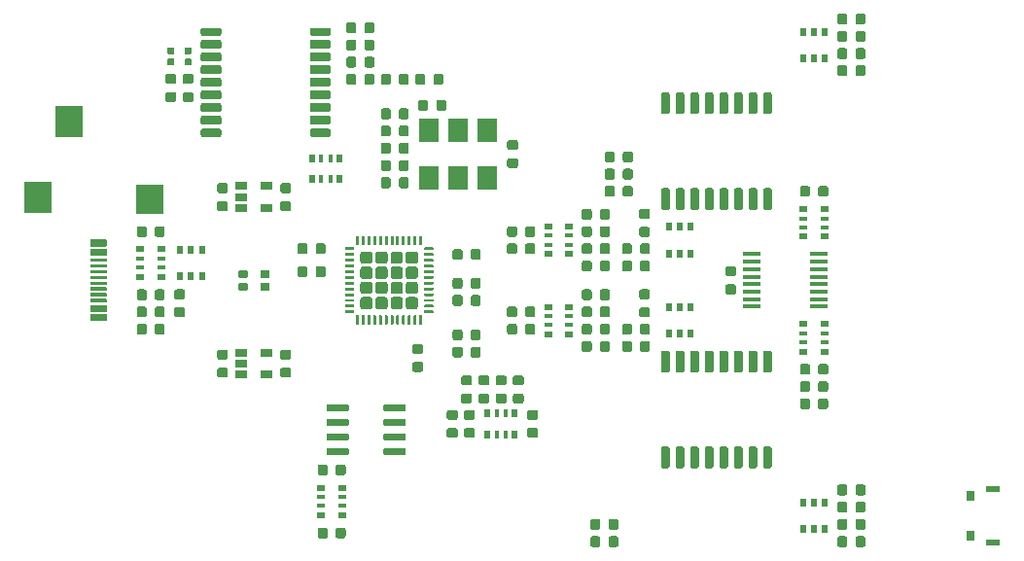
<source format=gbr>
G04 #@! TF.GenerationSoftware,KiCad,Pcbnew,5.1.5*
G04 #@! TF.CreationDate,2020-09-01T20:45:35+02:00*
G04 #@! TF.ProjectId,icE1usb,69634531-7573-4622-9e6b-696361645f70,1.0*
G04 #@! TF.SameCoordinates,Original*
G04 #@! TF.FileFunction,Paste,Top*
G04 #@! TF.FilePolarity,Positive*
%FSLAX46Y46*%
G04 Gerber Fmt 4.6, Leading zero omitted, Abs format (unit mm)*
G04 Created by KiCad (PCBNEW 5.1.5) date 2020-09-01 20:45:35*
%MOMM*%
%LPD*%
G04 APERTURE LIST*
%ADD10C,0.100000*%
%ADD11R,0.500000X0.800000*%
%ADD12R,0.400000X0.800000*%
%ADD13R,2.400000X2.800000*%
%ADD14R,2.400000X2.500000*%
%ADD15R,0.800000X0.500000*%
%ADD16R,0.800000X0.400000*%
%ADD17R,1.500000X0.450000*%
%ADD18R,1.060000X0.650000*%
%ADD19R,0.510000X0.700000*%
%ADD20R,1.800000X2.000000*%
%ADD21R,0.800000X0.900000*%
%ADD22R,1.200000X0.600000*%
G04 APERTURE END LIST*
D10*
G36*
X-14635297Y-14605722D02*
G01*
X-14620736Y-14607882D01*
X-14606457Y-14611459D01*
X-14592597Y-14616418D01*
X-14579290Y-14622712D01*
X-14566664Y-14630280D01*
X-14554841Y-14639048D01*
X-14543934Y-14648934D01*
X-14534048Y-14659841D01*
X-14525280Y-14671664D01*
X-14517712Y-14684290D01*
X-14511418Y-14697597D01*
X-14506459Y-14711457D01*
X-14502882Y-14725736D01*
X-14500722Y-14740297D01*
X-14500000Y-14755000D01*
X-14500000Y-15055000D01*
X-14500722Y-15069703D01*
X-14502882Y-15084264D01*
X-14506459Y-15098543D01*
X-14511418Y-15112403D01*
X-14517712Y-15125710D01*
X-14525280Y-15138336D01*
X-14534048Y-15150159D01*
X-14543934Y-15161066D01*
X-14554841Y-15170952D01*
X-14566664Y-15179720D01*
X-14579290Y-15187288D01*
X-14592597Y-15193582D01*
X-14606457Y-15198541D01*
X-14620736Y-15202118D01*
X-14635297Y-15204278D01*
X-14650000Y-15205000D01*
X-16300000Y-15205000D01*
X-16314703Y-15204278D01*
X-16329264Y-15202118D01*
X-16343543Y-15198541D01*
X-16357403Y-15193582D01*
X-16370710Y-15187288D01*
X-16383336Y-15179720D01*
X-16395159Y-15170952D01*
X-16406066Y-15161066D01*
X-16415952Y-15150159D01*
X-16424720Y-15138336D01*
X-16432288Y-15125710D01*
X-16438582Y-15112403D01*
X-16443541Y-15098543D01*
X-16447118Y-15084264D01*
X-16449278Y-15069703D01*
X-16450000Y-15055000D01*
X-16450000Y-14755000D01*
X-16449278Y-14740297D01*
X-16447118Y-14725736D01*
X-16443541Y-14711457D01*
X-16438582Y-14697597D01*
X-16432288Y-14684290D01*
X-16424720Y-14671664D01*
X-16415952Y-14659841D01*
X-16406066Y-14648934D01*
X-16395159Y-14639048D01*
X-16383336Y-14630280D01*
X-16370710Y-14622712D01*
X-16357403Y-14616418D01*
X-16343543Y-14611459D01*
X-16329264Y-14607882D01*
X-16314703Y-14605722D01*
X-16300000Y-14605000D01*
X-14650000Y-14605000D01*
X-14635297Y-14605722D01*
G37*
G36*
X-14635297Y-13335722D02*
G01*
X-14620736Y-13337882D01*
X-14606457Y-13341459D01*
X-14592597Y-13346418D01*
X-14579290Y-13352712D01*
X-14566664Y-13360280D01*
X-14554841Y-13369048D01*
X-14543934Y-13378934D01*
X-14534048Y-13389841D01*
X-14525280Y-13401664D01*
X-14517712Y-13414290D01*
X-14511418Y-13427597D01*
X-14506459Y-13441457D01*
X-14502882Y-13455736D01*
X-14500722Y-13470297D01*
X-14500000Y-13485000D01*
X-14500000Y-13785000D01*
X-14500722Y-13799703D01*
X-14502882Y-13814264D01*
X-14506459Y-13828543D01*
X-14511418Y-13842403D01*
X-14517712Y-13855710D01*
X-14525280Y-13868336D01*
X-14534048Y-13880159D01*
X-14543934Y-13891066D01*
X-14554841Y-13900952D01*
X-14566664Y-13909720D01*
X-14579290Y-13917288D01*
X-14592597Y-13923582D01*
X-14606457Y-13928541D01*
X-14620736Y-13932118D01*
X-14635297Y-13934278D01*
X-14650000Y-13935000D01*
X-16300000Y-13935000D01*
X-16314703Y-13934278D01*
X-16329264Y-13932118D01*
X-16343543Y-13928541D01*
X-16357403Y-13923582D01*
X-16370710Y-13917288D01*
X-16383336Y-13909720D01*
X-16395159Y-13900952D01*
X-16406066Y-13891066D01*
X-16415952Y-13880159D01*
X-16424720Y-13868336D01*
X-16432288Y-13855710D01*
X-16438582Y-13842403D01*
X-16443541Y-13828543D01*
X-16447118Y-13814264D01*
X-16449278Y-13799703D01*
X-16450000Y-13785000D01*
X-16450000Y-13485000D01*
X-16449278Y-13470297D01*
X-16447118Y-13455736D01*
X-16443541Y-13441457D01*
X-16438582Y-13427597D01*
X-16432288Y-13414290D01*
X-16424720Y-13401664D01*
X-16415952Y-13389841D01*
X-16406066Y-13378934D01*
X-16395159Y-13369048D01*
X-16383336Y-13360280D01*
X-16370710Y-13352712D01*
X-16357403Y-13346418D01*
X-16343543Y-13341459D01*
X-16329264Y-13337882D01*
X-16314703Y-13335722D01*
X-16300000Y-13335000D01*
X-14650000Y-13335000D01*
X-14635297Y-13335722D01*
G37*
G36*
X-14635297Y-12065722D02*
G01*
X-14620736Y-12067882D01*
X-14606457Y-12071459D01*
X-14592597Y-12076418D01*
X-14579290Y-12082712D01*
X-14566664Y-12090280D01*
X-14554841Y-12099048D01*
X-14543934Y-12108934D01*
X-14534048Y-12119841D01*
X-14525280Y-12131664D01*
X-14517712Y-12144290D01*
X-14511418Y-12157597D01*
X-14506459Y-12171457D01*
X-14502882Y-12185736D01*
X-14500722Y-12200297D01*
X-14500000Y-12215000D01*
X-14500000Y-12515000D01*
X-14500722Y-12529703D01*
X-14502882Y-12544264D01*
X-14506459Y-12558543D01*
X-14511418Y-12572403D01*
X-14517712Y-12585710D01*
X-14525280Y-12598336D01*
X-14534048Y-12610159D01*
X-14543934Y-12621066D01*
X-14554841Y-12630952D01*
X-14566664Y-12639720D01*
X-14579290Y-12647288D01*
X-14592597Y-12653582D01*
X-14606457Y-12658541D01*
X-14620736Y-12662118D01*
X-14635297Y-12664278D01*
X-14650000Y-12665000D01*
X-16300000Y-12665000D01*
X-16314703Y-12664278D01*
X-16329264Y-12662118D01*
X-16343543Y-12658541D01*
X-16357403Y-12653582D01*
X-16370710Y-12647288D01*
X-16383336Y-12639720D01*
X-16395159Y-12630952D01*
X-16406066Y-12621066D01*
X-16415952Y-12610159D01*
X-16424720Y-12598336D01*
X-16432288Y-12585710D01*
X-16438582Y-12572403D01*
X-16443541Y-12558543D01*
X-16447118Y-12544264D01*
X-16449278Y-12529703D01*
X-16450000Y-12515000D01*
X-16450000Y-12215000D01*
X-16449278Y-12200297D01*
X-16447118Y-12185736D01*
X-16443541Y-12171457D01*
X-16438582Y-12157597D01*
X-16432288Y-12144290D01*
X-16424720Y-12131664D01*
X-16415952Y-12119841D01*
X-16406066Y-12108934D01*
X-16395159Y-12099048D01*
X-16383336Y-12090280D01*
X-16370710Y-12082712D01*
X-16357403Y-12076418D01*
X-16343543Y-12071459D01*
X-16329264Y-12067882D01*
X-16314703Y-12065722D01*
X-16300000Y-12065000D01*
X-14650000Y-12065000D01*
X-14635297Y-12065722D01*
G37*
G36*
X-14635297Y-10795722D02*
G01*
X-14620736Y-10797882D01*
X-14606457Y-10801459D01*
X-14592597Y-10806418D01*
X-14579290Y-10812712D01*
X-14566664Y-10820280D01*
X-14554841Y-10829048D01*
X-14543934Y-10838934D01*
X-14534048Y-10849841D01*
X-14525280Y-10861664D01*
X-14517712Y-10874290D01*
X-14511418Y-10887597D01*
X-14506459Y-10901457D01*
X-14502882Y-10915736D01*
X-14500722Y-10930297D01*
X-14500000Y-10945000D01*
X-14500000Y-11245000D01*
X-14500722Y-11259703D01*
X-14502882Y-11274264D01*
X-14506459Y-11288543D01*
X-14511418Y-11302403D01*
X-14517712Y-11315710D01*
X-14525280Y-11328336D01*
X-14534048Y-11340159D01*
X-14543934Y-11351066D01*
X-14554841Y-11360952D01*
X-14566664Y-11369720D01*
X-14579290Y-11377288D01*
X-14592597Y-11383582D01*
X-14606457Y-11388541D01*
X-14620736Y-11392118D01*
X-14635297Y-11394278D01*
X-14650000Y-11395000D01*
X-16300000Y-11395000D01*
X-16314703Y-11394278D01*
X-16329264Y-11392118D01*
X-16343543Y-11388541D01*
X-16357403Y-11383582D01*
X-16370710Y-11377288D01*
X-16383336Y-11369720D01*
X-16395159Y-11360952D01*
X-16406066Y-11351066D01*
X-16415952Y-11340159D01*
X-16424720Y-11328336D01*
X-16432288Y-11315710D01*
X-16438582Y-11302403D01*
X-16443541Y-11288543D01*
X-16447118Y-11274264D01*
X-16449278Y-11259703D01*
X-16450000Y-11245000D01*
X-16450000Y-10945000D01*
X-16449278Y-10930297D01*
X-16447118Y-10915736D01*
X-16443541Y-10901457D01*
X-16438582Y-10887597D01*
X-16432288Y-10874290D01*
X-16424720Y-10861664D01*
X-16415952Y-10849841D01*
X-16406066Y-10838934D01*
X-16395159Y-10829048D01*
X-16383336Y-10820280D01*
X-16370710Y-10812712D01*
X-16357403Y-10806418D01*
X-16343543Y-10801459D01*
X-16329264Y-10797882D01*
X-16314703Y-10795722D01*
X-16300000Y-10795000D01*
X-14650000Y-10795000D01*
X-14635297Y-10795722D01*
G37*
G36*
X-9685297Y-10795722D02*
G01*
X-9670736Y-10797882D01*
X-9656457Y-10801459D01*
X-9642597Y-10806418D01*
X-9629290Y-10812712D01*
X-9616664Y-10820280D01*
X-9604841Y-10829048D01*
X-9593934Y-10838934D01*
X-9584048Y-10849841D01*
X-9575280Y-10861664D01*
X-9567712Y-10874290D01*
X-9561418Y-10887597D01*
X-9556459Y-10901457D01*
X-9552882Y-10915736D01*
X-9550722Y-10930297D01*
X-9550000Y-10945000D01*
X-9550000Y-11245000D01*
X-9550722Y-11259703D01*
X-9552882Y-11274264D01*
X-9556459Y-11288543D01*
X-9561418Y-11302403D01*
X-9567712Y-11315710D01*
X-9575280Y-11328336D01*
X-9584048Y-11340159D01*
X-9593934Y-11351066D01*
X-9604841Y-11360952D01*
X-9616664Y-11369720D01*
X-9629290Y-11377288D01*
X-9642597Y-11383582D01*
X-9656457Y-11388541D01*
X-9670736Y-11392118D01*
X-9685297Y-11394278D01*
X-9700000Y-11395000D01*
X-11350000Y-11395000D01*
X-11364703Y-11394278D01*
X-11379264Y-11392118D01*
X-11393543Y-11388541D01*
X-11407403Y-11383582D01*
X-11420710Y-11377288D01*
X-11433336Y-11369720D01*
X-11445159Y-11360952D01*
X-11456066Y-11351066D01*
X-11465952Y-11340159D01*
X-11474720Y-11328336D01*
X-11482288Y-11315710D01*
X-11488582Y-11302403D01*
X-11493541Y-11288543D01*
X-11497118Y-11274264D01*
X-11499278Y-11259703D01*
X-11500000Y-11245000D01*
X-11500000Y-10945000D01*
X-11499278Y-10930297D01*
X-11497118Y-10915736D01*
X-11493541Y-10901457D01*
X-11488582Y-10887597D01*
X-11482288Y-10874290D01*
X-11474720Y-10861664D01*
X-11465952Y-10849841D01*
X-11456066Y-10838934D01*
X-11445159Y-10829048D01*
X-11433336Y-10820280D01*
X-11420710Y-10812712D01*
X-11407403Y-10806418D01*
X-11393543Y-10801459D01*
X-11379264Y-10797882D01*
X-11364703Y-10795722D01*
X-11350000Y-10795000D01*
X-9700000Y-10795000D01*
X-9685297Y-10795722D01*
G37*
G36*
X-9685297Y-12065722D02*
G01*
X-9670736Y-12067882D01*
X-9656457Y-12071459D01*
X-9642597Y-12076418D01*
X-9629290Y-12082712D01*
X-9616664Y-12090280D01*
X-9604841Y-12099048D01*
X-9593934Y-12108934D01*
X-9584048Y-12119841D01*
X-9575280Y-12131664D01*
X-9567712Y-12144290D01*
X-9561418Y-12157597D01*
X-9556459Y-12171457D01*
X-9552882Y-12185736D01*
X-9550722Y-12200297D01*
X-9550000Y-12215000D01*
X-9550000Y-12515000D01*
X-9550722Y-12529703D01*
X-9552882Y-12544264D01*
X-9556459Y-12558543D01*
X-9561418Y-12572403D01*
X-9567712Y-12585710D01*
X-9575280Y-12598336D01*
X-9584048Y-12610159D01*
X-9593934Y-12621066D01*
X-9604841Y-12630952D01*
X-9616664Y-12639720D01*
X-9629290Y-12647288D01*
X-9642597Y-12653582D01*
X-9656457Y-12658541D01*
X-9670736Y-12662118D01*
X-9685297Y-12664278D01*
X-9700000Y-12665000D01*
X-11350000Y-12665000D01*
X-11364703Y-12664278D01*
X-11379264Y-12662118D01*
X-11393543Y-12658541D01*
X-11407403Y-12653582D01*
X-11420710Y-12647288D01*
X-11433336Y-12639720D01*
X-11445159Y-12630952D01*
X-11456066Y-12621066D01*
X-11465952Y-12610159D01*
X-11474720Y-12598336D01*
X-11482288Y-12585710D01*
X-11488582Y-12572403D01*
X-11493541Y-12558543D01*
X-11497118Y-12544264D01*
X-11499278Y-12529703D01*
X-11500000Y-12515000D01*
X-11500000Y-12215000D01*
X-11499278Y-12200297D01*
X-11497118Y-12185736D01*
X-11493541Y-12171457D01*
X-11488582Y-12157597D01*
X-11482288Y-12144290D01*
X-11474720Y-12131664D01*
X-11465952Y-12119841D01*
X-11456066Y-12108934D01*
X-11445159Y-12099048D01*
X-11433336Y-12090280D01*
X-11420710Y-12082712D01*
X-11407403Y-12076418D01*
X-11393543Y-12071459D01*
X-11379264Y-12067882D01*
X-11364703Y-12065722D01*
X-11350000Y-12065000D01*
X-9700000Y-12065000D01*
X-9685297Y-12065722D01*
G37*
G36*
X-9685297Y-13335722D02*
G01*
X-9670736Y-13337882D01*
X-9656457Y-13341459D01*
X-9642597Y-13346418D01*
X-9629290Y-13352712D01*
X-9616664Y-13360280D01*
X-9604841Y-13369048D01*
X-9593934Y-13378934D01*
X-9584048Y-13389841D01*
X-9575280Y-13401664D01*
X-9567712Y-13414290D01*
X-9561418Y-13427597D01*
X-9556459Y-13441457D01*
X-9552882Y-13455736D01*
X-9550722Y-13470297D01*
X-9550000Y-13485000D01*
X-9550000Y-13785000D01*
X-9550722Y-13799703D01*
X-9552882Y-13814264D01*
X-9556459Y-13828543D01*
X-9561418Y-13842403D01*
X-9567712Y-13855710D01*
X-9575280Y-13868336D01*
X-9584048Y-13880159D01*
X-9593934Y-13891066D01*
X-9604841Y-13900952D01*
X-9616664Y-13909720D01*
X-9629290Y-13917288D01*
X-9642597Y-13923582D01*
X-9656457Y-13928541D01*
X-9670736Y-13932118D01*
X-9685297Y-13934278D01*
X-9700000Y-13935000D01*
X-11350000Y-13935000D01*
X-11364703Y-13934278D01*
X-11379264Y-13932118D01*
X-11393543Y-13928541D01*
X-11407403Y-13923582D01*
X-11420710Y-13917288D01*
X-11433336Y-13909720D01*
X-11445159Y-13900952D01*
X-11456066Y-13891066D01*
X-11465952Y-13880159D01*
X-11474720Y-13868336D01*
X-11482288Y-13855710D01*
X-11488582Y-13842403D01*
X-11493541Y-13828543D01*
X-11497118Y-13814264D01*
X-11499278Y-13799703D01*
X-11500000Y-13785000D01*
X-11500000Y-13485000D01*
X-11499278Y-13470297D01*
X-11497118Y-13455736D01*
X-11493541Y-13441457D01*
X-11488582Y-13427597D01*
X-11482288Y-13414290D01*
X-11474720Y-13401664D01*
X-11465952Y-13389841D01*
X-11456066Y-13378934D01*
X-11445159Y-13369048D01*
X-11433336Y-13360280D01*
X-11420710Y-13352712D01*
X-11407403Y-13346418D01*
X-11393543Y-13341459D01*
X-11379264Y-13337882D01*
X-11364703Y-13335722D01*
X-11350000Y-13335000D01*
X-9700000Y-13335000D01*
X-9685297Y-13335722D01*
G37*
G36*
X-9685297Y-14605722D02*
G01*
X-9670736Y-14607882D01*
X-9656457Y-14611459D01*
X-9642597Y-14616418D01*
X-9629290Y-14622712D01*
X-9616664Y-14630280D01*
X-9604841Y-14639048D01*
X-9593934Y-14648934D01*
X-9584048Y-14659841D01*
X-9575280Y-14671664D01*
X-9567712Y-14684290D01*
X-9561418Y-14697597D01*
X-9556459Y-14711457D01*
X-9552882Y-14725736D01*
X-9550722Y-14740297D01*
X-9550000Y-14755000D01*
X-9550000Y-15055000D01*
X-9550722Y-15069703D01*
X-9552882Y-15084264D01*
X-9556459Y-15098543D01*
X-9561418Y-15112403D01*
X-9567712Y-15125710D01*
X-9575280Y-15138336D01*
X-9584048Y-15150159D01*
X-9593934Y-15161066D01*
X-9604841Y-15170952D01*
X-9616664Y-15179720D01*
X-9629290Y-15187288D01*
X-9642597Y-15193582D01*
X-9656457Y-15198541D01*
X-9670736Y-15202118D01*
X-9685297Y-15204278D01*
X-9700000Y-15205000D01*
X-11350000Y-15205000D01*
X-11364703Y-15204278D01*
X-11379264Y-15202118D01*
X-11393543Y-15198541D01*
X-11407403Y-15193582D01*
X-11420710Y-15187288D01*
X-11433336Y-15179720D01*
X-11445159Y-15170952D01*
X-11456066Y-15161066D01*
X-11465952Y-15150159D01*
X-11474720Y-15138336D01*
X-11482288Y-15125710D01*
X-11488582Y-15112403D01*
X-11493541Y-15098543D01*
X-11497118Y-15084264D01*
X-11499278Y-15069703D01*
X-11500000Y-15055000D01*
X-11500000Y-14755000D01*
X-11499278Y-14740297D01*
X-11497118Y-14725736D01*
X-11493541Y-14711457D01*
X-11488582Y-14697597D01*
X-11482288Y-14684290D01*
X-11474720Y-14671664D01*
X-11465952Y-14659841D01*
X-11456066Y-14648934D01*
X-11445159Y-14639048D01*
X-11433336Y-14630280D01*
X-11420710Y-14622712D01*
X-11407403Y-14616418D01*
X-11393543Y-14611459D01*
X-11379264Y-14607882D01*
X-11364703Y-14605722D01*
X-11350000Y-14605000D01*
X-9700000Y-14605000D01*
X-9685297Y-14605722D01*
G37*
D11*
X-17700000Y8850000D03*
D12*
X-16900000Y8850000D03*
D11*
X-15300000Y8850000D03*
D12*
X-16100000Y8850000D03*
D11*
X-17700000Y10650000D03*
D12*
X-16100000Y10650000D03*
X-16900000Y10650000D03*
D11*
X-15300000Y10650000D03*
D10*
G36*
X27027691Y8223947D02*
G01*
X27048926Y8220797D01*
X27069750Y8215581D01*
X27089962Y8208349D01*
X27109368Y8199170D01*
X27127781Y8188134D01*
X27145024Y8175346D01*
X27160930Y8160930D01*
X27175346Y8145024D01*
X27188134Y8127781D01*
X27199170Y8109368D01*
X27208349Y8089962D01*
X27215581Y8069750D01*
X27220797Y8048926D01*
X27223947Y8027691D01*
X27225000Y8006250D01*
X27225000Y7493750D01*
X27223947Y7472309D01*
X27220797Y7451074D01*
X27215581Y7430250D01*
X27208349Y7410038D01*
X27199170Y7390632D01*
X27188134Y7372219D01*
X27175346Y7354976D01*
X27160930Y7339070D01*
X27145024Y7324654D01*
X27127781Y7311866D01*
X27109368Y7300830D01*
X27089962Y7291651D01*
X27069750Y7284419D01*
X27048926Y7279203D01*
X27027691Y7276053D01*
X27006250Y7275000D01*
X26568750Y7275000D01*
X26547309Y7276053D01*
X26526074Y7279203D01*
X26505250Y7284419D01*
X26485038Y7291651D01*
X26465632Y7300830D01*
X26447219Y7311866D01*
X26429976Y7324654D01*
X26414070Y7339070D01*
X26399654Y7354976D01*
X26386866Y7372219D01*
X26375830Y7390632D01*
X26366651Y7410038D01*
X26359419Y7430250D01*
X26354203Y7451074D01*
X26351053Y7472309D01*
X26350000Y7493750D01*
X26350000Y8006250D01*
X26351053Y8027691D01*
X26354203Y8048926D01*
X26359419Y8069750D01*
X26366651Y8089962D01*
X26375830Y8109368D01*
X26386866Y8127781D01*
X26399654Y8145024D01*
X26414070Y8160930D01*
X26429976Y8175346D01*
X26447219Y8188134D01*
X26465632Y8199170D01*
X26485038Y8208349D01*
X26505250Y8215581D01*
X26526074Y8220797D01*
X26547309Y8223947D01*
X26568750Y8225000D01*
X27006250Y8225000D01*
X27027691Y8223947D01*
G37*
G36*
X25452691Y8223947D02*
G01*
X25473926Y8220797D01*
X25494750Y8215581D01*
X25514962Y8208349D01*
X25534368Y8199170D01*
X25552781Y8188134D01*
X25570024Y8175346D01*
X25585930Y8160930D01*
X25600346Y8145024D01*
X25613134Y8127781D01*
X25624170Y8109368D01*
X25633349Y8089962D01*
X25640581Y8069750D01*
X25645797Y8048926D01*
X25648947Y8027691D01*
X25650000Y8006250D01*
X25650000Y7493750D01*
X25648947Y7472309D01*
X25645797Y7451074D01*
X25640581Y7430250D01*
X25633349Y7410038D01*
X25624170Y7390632D01*
X25613134Y7372219D01*
X25600346Y7354976D01*
X25585930Y7339070D01*
X25570024Y7324654D01*
X25552781Y7311866D01*
X25534368Y7300830D01*
X25514962Y7291651D01*
X25494750Y7284419D01*
X25473926Y7279203D01*
X25452691Y7276053D01*
X25431250Y7275000D01*
X24993750Y7275000D01*
X24972309Y7276053D01*
X24951074Y7279203D01*
X24930250Y7284419D01*
X24910038Y7291651D01*
X24890632Y7300830D01*
X24872219Y7311866D01*
X24854976Y7324654D01*
X24839070Y7339070D01*
X24824654Y7354976D01*
X24811866Y7372219D01*
X24800830Y7390632D01*
X24791651Y7410038D01*
X24784419Y7430250D01*
X24779203Y7451074D01*
X24776053Y7472309D01*
X24775000Y7493750D01*
X24775000Y8006250D01*
X24776053Y8027691D01*
X24779203Y8048926D01*
X24784419Y8069750D01*
X24791651Y8089962D01*
X24800830Y8109368D01*
X24811866Y8127781D01*
X24824654Y8145024D01*
X24839070Y8160930D01*
X24854976Y8175346D01*
X24872219Y8188134D01*
X24890632Y8199170D01*
X24910038Y8208349D01*
X24930250Y8215581D01*
X24951074Y8220797D01*
X24972309Y8223947D01*
X24993750Y8225000D01*
X25431250Y8225000D01*
X25452691Y8223947D01*
G37*
G36*
X-18297309Y1223947D02*
G01*
X-18276074Y1220797D01*
X-18255250Y1215581D01*
X-18235038Y1208349D01*
X-18215632Y1199170D01*
X-18197219Y1188134D01*
X-18179976Y1175346D01*
X-18164070Y1160930D01*
X-18149654Y1145024D01*
X-18136866Y1127781D01*
X-18125830Y1109368D01*
X-18116651Y1089962D01*
X-18109419Y1069750D01*
X-18104203Y1048926D01*
X-18101053Y1027691D01*
X-18100000Y1006250D01*
X-18100000Y493750D01*
X-18101053Y472309D01*
X-18104203Y451074D01*
X-18109419Y430250D01*
X-18116651Y410038D01*
X-18125830Y390632D01*
X-18136866Y372219D01*
X-18149654Y354976D01*
X-18164070Y339070D01*
X-18179976Y324654D01*
X-18197219Y311866D01*
X-18215632Y300830D01*
X-18235038Y291651D01*
X-18255250Y284419D01*
X-18276074Y279203D01*
X-18297309Y276053D01*
X-18318750Y275000D01*
X-18756250Y275000D01*
X-18777691Y276053D01*
X-18798926Y279203D01*
X-18819750Y284419D01*
X-18839962Y291651D01*
X-18859368Y300830D01*
X-18877781Y311866D01*
X-18895024Y324654D01*
X-18910930Y339070D01*
X-18925346Y354976D01*
X-18938134Y372219D01*
X-18949170Y390632D01*
X-18958349Y410038D01*
X-18965581Y430250D01*
X-18970797Y451074D01*
X-18973947Y472309D01*
X-18975000Y493750D01*
X-18975000Y1006250D01*
X-18973947Y1027691D01*
X-18970797Y1048926D01*
X-18965581Y1069750D01*
X-18958349Y1089962D01*
X-18949170Y1109368D01*
X-18938134Y1127781D01*
X-18925346Y1145024D01*
X-18910930Y1160930D01*
X-18895024Y1175346D01*
X-18877781Y1188134D01*
X-18859368Y1199170D01*
X-18839962Y1208349D01*
X-18819750Y1215581D01*
X-18798926Y1220797D01*
X-18777691Y1223947D01*
X-18756250Y1225000D01*
X-18318750Y1225000D01*
X-18297309Y1223947D01*
G37*
G36*
X-16722309Y1223947D02*
G01*
X-16701074Y1220797D01*
X-16680250Y1215581D01*
X-16660038Y1208349D01*
X-16640632Y1199170D01*
X-16622219Y1188134D01*
X-16604976Y1175346D01*
X-16589070Y1160930D01*
X-16574654Y1145024D01*
X-16561866Y1127781D01*
X-16550830Y1109368D01*
X-16541651Y1089962D01*
X-16534419Y1069750D01*
X-16529203Y1048926D01*
X-16526053Y1027691D01*
X-16525000Y1006250D01*
X-16525000Y493750D01*
X-16526053Y472309D01*
X-16529203Y451074D01*
X-16534419Y430250D01*
X-16541651Y410038D01*
X-16550830Y390632D01*
X-16561866Y372219D01*
X-16574654Y354976D01*
X-16589070Y339070D01*
X-16604976Y324654D01*
X-16622219Y311866D01*
X-16640632Y300830D01*
X-16660038Y291651D01*
X-16680250Y284419D01*
X-16701074Y279203D01*
X-16722309Y276053D01*
X-16743750Y275000D01*
X-17181250Y275000D01*
X-17202691Y276053D01*
X-17223926Y279203D01*
X-17244750Y284419D01*
X-17264962Y291651D01*
X-17284368Y300830D01*
X-17302781Y311866D01*
X-17320024Y324654D01*
X-17335930Y339070D01*
X-17350346Y354976D01*
X-17363134Y372219D01*
X-17374170Y390632D01*
X-17383349Y410038D01*
X-17390581Y430250D01*
X-17395797Y451074D01*
X-17398947Y472309D01*
X-17400000Y493750D01*
X-17400000Y1006250D01*
X-17398947Y1027691D01*
X-17395797Y1048926D01*
X-17390581Y1069750D01*
X-17383349Y1089962D01*
X-17374170Y1109368D01*
X-17363134Y1127781D01*
X-17350346Y1145024D01*
X-17335930Y1160930D01*
X-17320024Y1175346D01*
X-17302781Y1188134D01*
X-17284368Y1199170D01*
X-17264962Y1208349D01*
X-17244750Y1215581D01*
X-17223926Y1220797D01*
X-17202691Y1223947D01*
X-17181250Y1225000D01*
X-16743750Y1225000D01*
X-16722309Y1223947D01*
G37*
D11*
X-2450000Y-13400000D03*
D12*
X-1650000Y-13400000D03*
D11*
X-50000Y-13400000D03*
D12*
X-850000Y-13400000D03*
D11*
X-2450000Y-11600000D03*
D12*
X-850000Y-11600000D03*
X-1650000Y-11600000D03*
D11*
X-50000Y-11600000D03*
D10*
G36*
X-3972309Y-9851053D02*
G01*
X-3951074Y-9854203D01*
X-3930250Y-9859419D01*
X-3910038Y-9866651D01*
X-3890632Y-9875830D01*
X-3872219Y-9886866D01*
X-3854976Y-9899654D01*
X-3839070Y-9914070D01*
X-3824654Y-9929976D01*
X-3811866Y-9947219D01*
X-3800830Y-9965632D01*
X-3791651Y-9985038D01*
X-3784419Y-10005250D01*
X-3779203Y-10026074D01*
X-3776053Y-10047309D01*
X-3775000Y-10068750D01*
X-3775000Y-10506250D01*
X-3776053Y-10527691D01*
X-3779203Y-10548926D01*
X-3784419Y-10569750D01*
X-3791651Y-10589962D01*
X-3800830Y-10609368D01*
X-3811866Y-10627781D01*
X-3824654Y-10645024D01*
X-3839070Y-10660930D01*
X-3854976Y-10675346D01*
X-3872219Y-10688134D01*
X-3890632Y-10699170D01*
X-3910038Y-10708349D01*
X-3930250Y-10715581D01*
X-3951074Y-10720797D01*
X-3972309Y-10723947D01*
X-3993750Y-10725000D01*
X-4506250Y-10725000D01*
X-4527691Y-10723947D01*
X-4548926Y-10720797D01*
X-4569750Y-10715581D01*
X-4589962Y-10708349D01*
X-4609368Y-10699170D01*
X-4627781Y-10688134D01*
X-4645024Y-10675346D01*
X-4660930Y-10660930D01*
X-4675346Y-10645024D01*
X-4688134Y-10627781D01*
X-4699170Y-10609368D01*
X-4708349Y-10589962D01*
X-4715581Y-10569750D01*
X-4720797Y-10548926D01*
X-4723947Y-10527691D01*
X-4725000Y-10506250D01*
X-4725000Y-10068750D01*
X-4723947Y-10047309D01*
X-4720797Y-10026074D01*
X-4715581Y-10005250D01*
X-4708349Y-9985038D01*
X-4699170Y-9965632D01*
X-4688134Y-9947219D01*
X-4675346Y-9929976D01*
X-4660930Y-9914070D01*
X-4645024Y-9899654D01*
X-4627781Y-9886866D01*
X-4609368Y-9875830D01*
X-4589962Y-9866651D01*
X-4569750Y-9859419D01*
X-4548926Y-9854203D01*
X-4527691Y-9851053D01*
X-4506250Y-9850000D01*
X-3993750Y-9850000D01*
X-3972309Y-9851053D01*
G37*
G36*
X-3972309Y-8276053D02*
G01*
X-3951074Y-8279203D01*
X-3930250Y-8284419D01*
X-3910038Y-8291651D01*
X-3890632Y-8300830D01*
X-3872219Y-8311866D01*
X-3854976Y-8324654D01*
X-3839070Y-8339070D01*
X-3824654Y-8354976D01*
X-3811866Y-8372219D01*
X-3800830Y-8390632D01*
X-3791651Y-8410038D01*
X-3784419Y-8430250D01*
X-3779203Y-8451074D01*
X-3776053Y-8472309D01*
X-3775000Y-8493750D01*
X-3775000Y-8931250D01*
X-3776053Y-8952691D01*
X-3779203Y-8973926D01*
X-3784419Y-8994750D01*
X-3791651Y-9014962D01*
X-3800830Y-9034368D01*
X-3811866Y-9052781D01*
X-3824654Y-9070024D01*
X-3839070Y-9085930D01*
X-3854976Y-9100346D01*
X-3872219Y-9113134D01*
X-3890632Y-9124170D01*
X-3910038Y-9133349D01*
X-3930250Y-9140581D01*
X-3951074Y-9145797D01*
X-3972309Y-9148947D01*
X-3993750Y-9150000D01*
X-4506250Y-9150000D01*
X-4527691Y-9148947D01*
X-4548926Y-9145797D01*
X-4569750Y-9140581D01*
X-4589962Y-9133349D01*
X-4609368Y-9124170D01*
X-4627781Y-9113134D01*
X-4645024Y-9100346D01*
X-4660930Y-9085930D01*
X-4675346Y-9070024D01*
X-4688134Y-9052781D01*
X-4699170Y-9034368D01*
X-4708349Y-9014962D01*
X-4715581Y-8994750D01*
X-4720797Y-8973926D01*
X-4723947Y-8952691D01*
X-4725000Y-8931250D01*
X-4725000Y-8493750D01*
X-4723947Y-8472309D01*
X-4720797Y-8451074D01*
X-4715581Y-8430250D01*
X-4708349Y-8410038D01*
X-4699170Y-8390632D01*
X-4688134Y-8372219D01*
X-4675346Y-8354976D01*
X-4660930Y-8339070D01*
X-4645024Y-8324654D01*
X-4627781Y-8311866D01*
X-4609368Y-8300830D01*
X-4589962Y-8291651D01*
X-4569750Y-8284419D01*
X-4548926Y-8279203D01*
X-4527691Y-8276053D01*
X-4506250Y-8275000D01*
X-3993750Y-8275000D01*
X-3972309Y-8276053D01*
G37*
G36*
X-2472309Y-9851053D02*
G01*
X-2451074Y-9854203D01*
X-2430250Y-9859419D01*
X-2410038Y-9866651D01*
X-2390632Y-9875830D01*
X-2372219Y-9886866D01*
X-2354976Y-9899654D01*
X-2339070Y-9914070D01*
X-2324654Y-9929976D01*
X-2311866Y-9947219D01*
X-2300830Y-9965632D01*
X-2291651Y-9985038D01*
X-2284419Y-10005250D01*
X-2279203Y-10026074D01*
X-2276053Y-10047309D01*
X-2275000Y-10068750D01*
X-2275000Y-10506250D01*
X-2276053Y-10527691D01*
X-2279203Y-10548926D01*
X-2284419Y-10569750D01*
X-2291651Y-10589962D01*
X-2300830Y-10609368D01*
X-2311866Y-10627781D01*
X-2324654Y-10645024D01*
X-2339070Y-10660930D01*
X-2354976Y-10675346D01*
X-2372219Y-10688134D01*
X-2390632Y-10699170D01*
X-2410038Y-10708349D01*
X-2430250Y-10715581D01*
X-2451074Y-10720797D01*
X-2472309Y-10723947D01*
X-2493750Y-10725000D01*
X-3006250Y-10725000D01*
X-3027691Y-10723947D01*
X-3048926Y-10720797D01*
X-3069750Y-10715581D01*
X-3089962Y-10708349D01*
X-3109368Y-10699170D01*
X-3127781Y-10688134D01*
X-3145024Y-10675346D01*
X-3160930Y-10660930D01*
X-3175346Y-10645024D01*
X-3188134Y-10627781D01*
X-3199170Y-10609368D01*
X-3208349Y-10589962D01*
X-3215581Y-10569750D01*
X-3220797Y-10548926D01*
X-3223947Y-10527691D01*
X-3225000Y-10506250D01*
X-3225000Y-10068750D01*
X-3223947Y-10047309D01*
X-3220797Y-10026074D01*
X-3215581Y-10005250D01*
X-3208349Y-9985038D01*
X-3199170Y-9965632D01*
X-3188134Y-9947219D01*
X-3175346Y-9929976D01*
X-3160930Y-9914070D01*
X-3145024Y-9899654D01*
X-3127781Y-9886866D01*
X-3109368Y-9875830D01*
X-3089962Y-9866651D01*
X-3069750Y-9859419D01*
X-3048926Y-9854203D01*
X-3027691Y-9851053D01*
X-3006250Y-9850000D01*
X-2493750Y-9850000D01*
X-2472309Y-9851053D01*
G37*
G36*
X-2472309Y-8276053D02*
G01*
X-2451074Y-8279203D01*
X-2430250Y-8284419D01*
X-2410038Y-8291651D01*
X-2390632Y-8300830D01*
X-2372219Y-8311866D01*
X-2354976Y-8324654D01*
X-2339070Y-8339070D01*
X-2324654Y-8354976D01*
X-2311866Y-8372219D01*
X-2300830Y-8390632D01*
X-2291651Y-8410038D01*
X-2284419Y-8430250D01*
X-2279203Y-8451074D01*
X-2276053Y-8472309D01*
X-2275000Y-8493750D01*
X-2275000Y-8931250D01*
X-2276053Y-8952691D01*
X-2279203Y-8973926D01*
X-2284419Y-8994750D01*
X-2291651Y-9014962D01*
X-2300830Y-9034368D01*
X-2311866Y-9052781D01*
X-2324654Y-9070024D01*
X-2339070Y-9085930D01*
X-2354976Y-9100346D01*
X-2372219Y-9113134D01*
X-2390632Y-9124170D01*
X-2410038Y-9133349D01*
X-2430250Y-9140581D01*
X-2451074Y-9145797D01*
X-2472309Y-9148947D01*
X-2493750Y-9150000D01*
X-3006250Y-9150000D01*
X-3027691Y-9148947D01*
X-3048926Y-9145797D01*
X-3069750Y-9140581D01*
X-3089962Y-9133349D01*
X-3109368Y-9124170D01*
X-3127781Y-9113134D01*
X-3145024Y-9100346D01*
X-3160930Y-9085930D01*
X-3175346Y-9070024D01*
X-3188134Y-9052781D01*
X-3199170Y-9034368D01*
X-3208349Y-9014962D01*
X-3215581Y-8994750D01*
X-3220797Y-8973926D01*
X-3223947Y-8952691D01*
X-3225000Y-8931250D01*
X-3225000Y-8493750D01*
X-3223947Y-8472309D01*
X-3220797Y-8451074D01*
X-3215581Y-8430250D01*
X-3208349Y-8410038D01*
X-3199170Y-8390632D01*
X-3188134Y-8372219D01*
X-3175346Y-8354976D01*
X-3160930Y-8339070D01*
X-3145024Y-8324654D01*
X-3127781Y-8311866D01*
X-3109368Y-8300830D01*
X-3089962Y-8291651D01*
X-3069750Y-8284419D01*
X-3048926Y-8279203D01*
X-3027691Y-8276053D01*
X-3006250Y-8275000D01*
X-2493750Y-8275000D01*
X-2472309Y-8276053D01*
G37*
G36*
X-972309Y-9851053D02*
G01*
X-951074Y-9854203D01*
X-930250Y-9859419D01*
X-910038Y-9866651D01*
X-890632Y-9875830D01*
X-872219Y-9886866D01*
X-854976Y-9899654D01*
X-839070Y-9914070D01*
X-824654Y-9929976D01*
X-811866Y-9947219D01*
X-800830Y-9965632D01*
X-791651Y-9985038D01*
X-784419Y-10005250D01*
X-779203Y-10026074D01*
X-776053Y-10047309D01*
X-775000Y-10068750D01*
X-775000Y-10506250D01*
X-776053Y-10527691D01*
X-779203Y-10548926D01*
X-784419Y-10569750D01*
X-791651Y-10589962D01*
X-800830Y-10609368D01*
X-811866Y-10627781D01*
X-824654Y-10645024D01*
X-839070Y-10660930D01*
X-854976Y-10675346D01*
X-872219Y-10688134D01*
X-890632Y-10699170D01*
X-910038Y-10708349D01*
X-930250Y-10715581D01*
X-951074Y-10720797D01*
X-972309Y-10723947D01*
X-993750Y-10725000D01*
X-1506250Y-10725000D01*
X-1527691Y-10723947D01*
X-1548926Y-10720797D01*
X-1569750Y-10715581D01*
X-1589962Y-10708349D01*
X-1609368Y-10699170D01*
X-1627781Y-10688134D01*
X-1645024Y-10675346D01*
X-1660930Y-10660930D01*
X-1675346Y-10645024D01*
X-1688134Y-10627781D01*
X-1699170Y-10609368D01*
X-1708349Y-10589962D01*
X-1715581Y-10569750D01*
X-1720797Y-10548926D01*
X-1723947Y-10527691D01*
X-1725000Y-10506250D01*
X-1725000Y-10068750D01*
X-1723947Y-10047309D01*
X-1720797Y-10026074D01*
X-1715581Y-10005250D01*
X-1708349Y-9985038D01*
X-1699170Y-9965632D01*
X-1688134Y-9947219D01*
X-1675346Y-9929976D01*
X-1660930Y-9914070D01*
X-1645024Y-9899654D01*
X-1627781Y-9886866D01*
X-1609368Y-9875830D01*
X-1589962Y-9866651D01*
X-1569750Y-9859419D01*
X-1548926Y-9854203D01*
X-1527691Y-9851053D01*
X-1506250Y-9850000D01*
X-993750Y-9850000D01*
X-972309Y-9851053D01*
G37*
G36*
X-972309Y-8276053D02*
G01*
X-951074Y-8279203D01*
X-930250Y-8284419D01*
X-910038Y-8291651D01*
X-890632Y-8300830D01*
X-872219Y-8311866D01*
X-854976Y-8324654D01*
X-839070Y-8339070D01*
X-824654Y-8354976D01*
X-811866Y-8372219D01*
X-800830Y-8390632D01*
X-791651Y-8410038D01*
X-784419Y-8430250D01*
X-779203Y-8451074D01*
X-776053Y-8472309D01*
X-775000Y-8493750D01*
X-775000Y-8931250D01*
X-776053Y-8952691D01*
X-779203Y-8973926D01*
X-784419Y-8994750D01*
X-791651Y-9014962D01*
X-800830Y-9034368D01*
X-811866Y-9052781D01*
X-824654Y-9070024D01*
X-839070Y-9085930D01*
X-854976Y-9100346D01*
X-872219Y-9113134D01*
X-890632Y-9124170D01*
X-910038Y-9133349D01*
X-930250Y-9140581D01*
X-951074Y-9145797D01*
X-972309Y-9148947D01*
X-993750Y-9150000D01*
X-1506250Y-9150000D01*
X-1527691Y-9148947D01*
X-1548926Y-9145797D01*
X-1569750Y-9140581D01*
X-1589962Y-9133349D01*
X-1609368Y-9124170D01*
X-1627781Y-9113134D01*
X-1645024Y-9100346D01*
X-1660930Y-9085930D01*
X-1675346Y-9070024D01*
X-1688134Y-9052781D01*
X-1699170Y-9034368D01*
X-1708349Y-9014962D01*
X-1715581Y-8994750D01*
X-1720797Y-8973926D01*
X-1723947Y-8952691D01*
X-1725000Y-8931250D01*
X-1725000Y-8493750D01*
X-1723947Y-8472309D01*
X-1720797Y-8451074D01*
X-1715581Y-8430250D01*
X-1708349Y-8410038D01*
X-1699170Y-8390632D01*
X-1688134Y-8372219D01*
X-1675346Y-8354976D01*
X-1660930Y-8339070D01*
X-1645024Y-8324654D01*
X-1627781Y-8311866D01*
X-1609368Y-8300830D01*
X-1589962Y-8291651D01*
X-1569750Y-8284419D01*
X-1548926Y-8279203D01*
X-1527691Y-8276053D01*
X-1506250Y-8275000D01*
X-993750Y-8275000D01*
X-972309Y-8276053D01*
G37*
G36*
X527691Y-9851053D02*
G01*
X548926Y-9854203D01*
X569750Y-9859419D01*
X589962Y-9866651D01*
X609368Y-9875830D01*
X627781Y-9886866D01*
X645024Y-9899654D01*
X660930Y-9914070D01*
X675346Y-9929976D01*
X688134Y-9947219D01*
X699170Y-9965632D01*
X708349Y-9985038D01*
X715581Y-10005250D01*
X720797Y-10026074D01*
X723947Y-10047309D01*
X725000Y-10068750D01*
X725000Y-10506250D01*
X723947Y-10527691D01*
X720797Y-10548926D01*
X715581Y-10569750D01*
X708349Y-10589962D01*
X699170Y-10609368D01*
X688134Y-10627781D01*
X675346Y-10645024D01*
X660930Y-10660930D01*
X645024Y-10675346D01*
X627781Y-10688134D01*
X609368Y-10699170D01*
X589962Y-10708349D01*
X569750Y-10715581D01*
X548926Y-10720797D01*
X527691Y-10723947D01*
X506250Y-10725000D01*
X-6250Y-10725000D01*
X-27691Y-10723947D01*
X-48926Y-10720797D01*
X-69750Y-10715581D01*
X-89962Y-10708349D01*
X-109368Y-10699170D01*
X-127781Y-10688134D01*
X-145024Y-10675346D01*
X-160930Y-10660930D01*
X-175346Y-10645024D01*
X-188134Y-10627781D01*
X-199170Y-10609368D01*
X-208349Y-10589962D01*
X-215581Y-10569750D01*
X-220797Y-10548926D01*
X-223947Y-10527691D01*
X-225000Y-10506250D01*
X-225000Y-10068750D01*
X-223947Y-10047309D01*
X-220797Y-10026074D01*
X-215581Y-10005250D01*
X-208349Y-9985038D01*
X-199170Y-9965632D01*
X-188134Y-9947219D01*
X-175346Y-9929976D01*
X-160930Y-9914070D01*
X-145024Y-9899654D01*
X-127781Y-9886866D01*
X-109368Y-9875830D01*
X-89962Y-9866651D01*
X-69750Y-9859419D01*
X-48926Y-9854203D01*
X-27691Y-9851053D01*
X-6250Y-9850000D01*
X506250Y-9850000D01*
X527691Y-9851053D01*
G37*
G36*
X527691Y-8276053D02*
G01*
X548926Y-8279203D01*
X569750Y-8284419D01*
X589962Y-8291651D01*
X609368Y-8300830D01*
X627781Y-8311866D01*
X645024Y-8324654D01*
X660930Y-8339070D01*
X675346Y-8354976D01*
X688134Y-8372219D01*
X699170Y-8390632D01*
X708349Y-8410038D01*
X715581Y-8430250D01*
X720797Y-8451074D01*
X723947Y-8472309D01*
X725000Y-8493750D01*
X725000Y-8931250D01*
X723947Y-8952691D01*
X720797Y-8973926D01*
X715581Y-8994750D01*
X708349Y-9014962D01*
X699170Y-9034368D01*
X688134Y-9052781D01*
X675346Y-9070024D01*
X660930Y-9085930D01*
X645024Y-9100346D01*
X627781Y-9113134D01*
X609368Y-9124170D01*
X589962Y-9133349D01*
X569750Y-9140581D01*
X548926Y-9145797D01*
X527691Y-9148947D01*
X506250Y-9150000D01*
X-6250Y-9150000D01*
X-27691Y-9148947D01*
X-48926Y-9145797D01*
X-69750Y-9140581D01*
X-89962Y-9133349D01*
X-109368Y-9124170D01*
X-127781Y-9113134D01*
X-145024Y-9100346D01*
X-160930Y-9085930D01*
X-175346Y-9070024D01*
X-188134Y-9052781D01*
X-199170Y-9034368D01*
X-208349Y-9014962D01*
X-215581Y-8994750D01*
X-220797Y-8973926D01*
X-223947Y-8952691D01*
X-225000Y-8931250D01*
X-225000Y-8493750D01*
X-223947Y-8472309D01*
X-220797Y-8451074D01*
X-215581Y-8430250D01*
X-208349Y-8410038D01*
X-199170Y-8390632D01*
X-188134Y-8372219D01*
X-175346Y-8354976D01*
X-160930Y-8339070D01*
X-145024Y-8324654D01*
X-127781Y-8311866D01*
X-109368Y-8300830D01*
X-89962Y-8291651D01*
X-69750Y-8284419D01*
X-48926Y-8279203D01*
X-27691Y-8276053D01*
X-6250Y-8275000D01*
X506250Y-8275000D01*
X527691Y-8276053D01*
G37*
G36*
X-3722309Y-12851053D02*
G01*
X-3701074Y-12854203D01*
X-3680250Y-12859419D01*
X-3660038Y-12866651D01*
X-3640632Y-12875830D01*
X-3622219Y-12886866D01*
X-3604976Y-12899654D01*
X-3589070Y-12914070D01*
X-3574654Y-12929976D01*
X-3561866Y-12947219D01*
X-3550830Y-12965632D01*
X-3541651Y-12985038D01*
X-3534419Y-13005250D01*
X-3529203Y-13026074D01*
X-3526053Y-13047309D01*
X-3525000Y-13068750D01*
X-3525000Y-13506250D01*
X-3526053Y-13527691D01*
X-3529203Y-13548926D01*
X-3534419Y-13569750D01*
X-3541651Y-13589962D01*
X-3550830Y-13609368D01*
X-3561866Y-13627781D01*
X-3574654Y-13645024D01*
X-3589070Y-13660930D01*
X-3604976Y-13675346D01*
X-3622219Y-13688134D01*
X-3640632Y-13699170D01*
X-3660038Y-13708349D01*
X-3680250Y-13715581D01*
X-3701074Y-13720797D01*
X-3722309Y-13723947D01*
X-3743750Y-13725000D01*
X-4256250Y-13725000D01*
X-4277691Y-13723947D01*
X-4298926Y-13720797D01*
X-4319750Y-13715581D01*
X-4339962Y-13708349D01*
X-4359368Y-13699170D01*
X-4377781Y-13688134D01*
X-4395024Y-13675346D01*
X-4410930Y-13660930D01*
X-4425346Y-13645024D01*
X-4438134Y-13627781D01*
X-4449170Y-13609368D01*
X-4458349Y-13589962D01*
X-4465581Y-13569750D01*
X-4470797Y-13548926D01*
X-4473947Y-13527691D01*
X-4475000Y-13506250D01*
X-4475000Y-13068750D01*
X-4473947Y-13047309D01*
X-4470797Y-13026074D01*
X-4465581Y-13005250D01*
X-4458349Y-12985038D01*
X-4449170Y-12965632D01*
X-4438134Y-12947219D01*
X-4425346Y-12929976D01*
X-4410930Y-12914070D01*
X-4395024Y-12899654D01*
X-4377781Y-12886866D01*
X-4359368Y-12875830D01*
X-4339962Y-12866651D01*
X-4319750Y-12859419D01*
X-4298926Y-12854203D01*
X-4277691Y-12851053D01*
X-4256250Y-12850000D01*
X-3743750Y-12850000D01*
X-3722309Y-12851053D01*
G37*
G36*
X-3722309Y-11276053D02*
G01*
X-3701074Y-11279203D01*
X-3680250Y-11284419D01*
X-3660038Y-11291651D01*
X-3640632Y-11300830D01*
X-3622219Y-11311866D01*
X-3604976Y-11324654D01*
X-3589070Y-11339070D01*
X-3574654Y-11354976D01*
X-3561866Y-11372219D01*
X-3550830Y-11390632D01*
X-3541651Y-11410038D01*
X-3534419Y-11430250D01*
X-3529203Y-11451074D01*
X-3526053Y-11472309D01*
X-3525000Y-11493750D01*
X-3525000Y-11931250D01*
X-3526053Y-11952691D01*
X-3529203Y-11973926D01*
X-3534419Y-11994750D01*
X-3541651Y-12014962D01*
X-3550830Y-12034368D01*
X-3561866Y-12052781D01*
X-3574654Y-12070024D01*
X-3589070Y-12085930D01*
X-3604976Y-12100346D01*
X-3622219Y-12113134D01*
X-3640632Y-12124170D01*
X-3660038Y-12133349D01*
X-3680250Y-12140581D01*
X-3701074Y-12145797D01*
X-3722309Y-12148947D01*
X-3743750Y-12150000D01*
X-4256250Y-12150000D01*
X-4277691Y-12148947D01*
X-4298926Y-12145797D01*
X-4319750Y-12140581D01*
X-4339962Y-12133349D01*
X-4359368Y-12124170D01*
X-4377781Y-12113134D01*
X-4395024Y-12100346D01*
X-4410930Y-12085930D01*
X-4425346Y-12070024D01*
X-4438134Y-12052781D01*
X-4449170Y-12034368D01*
X-4458349Y-12014962D01*
X-4465581Y-11994750D01*
X-4470797Y-11973926D01*
X-4473947Y-11952691D01*
X-4475000Y-11931250D01*
X-4475000Y-11493750D01*
X-4473947Y-11472309D01*
X-4470797Y-11451074D01*
X-4465581Y-11430250D01*
X-4458349Y-11410038D01*
X-4449170Y-11390632D01*
X-4438134Y-11372219D01*
X-4425346Y-11354976D01*
X-4410930Y-11339070D01*
X-4395024Y-11324654D01*
X-4377781Y-11311866D01*
X-4359368Y-11300830D01*
X-4339962Y-11291651D01*
X-4319750Y-11284419D01*
X-4298926Y-11279203D01*
X-4277691Y-11276053D01*
X-4256250Y-11275000D01*
X-3743750Y-11275000D01*
X-3722309Y-11276053D01*
G37*
G36*
X-5222309Y-12851053D02*
G01*
X-5201074Y-12854203D01*
X-5180250Y-12859419D01*
X-5160038Y-12866651D01*
X-5140632Y-12875830D01*
X-5122219Y-12886866D01*
X-5104976Y-12899654D01*
X-5089070Y-12914070D01*
X-5074654Y-12929976D01*
X-5061866Y-12947219D01*
X-5050830Y-12965632D01*
X-5041651Y-12985038D01*
X-5034419Y-13005250D01*
X-5029203Y-13026074D01*
X-5026053Y-13047309D01*
X-5025000Y-13068750D01*
X-5025000Y-13506250D01*
X-5026053Y-13527691D01*
X-5029203Y-13548926D01*
X-5034419Y-13569750D01*
X-5041651Y-13589962D01*
X-5050830Y-13609368D01*
X-5061866Y-13627781D01*
X-5074654Y-13645024D01*
X-5089070Y-13660930D01*
X-5104976Y-13675346D01*
X-5122219Y-13688134D01*
X-5140632Y-13699170D01*
X-5160038Y-13708349D01*
X-5180250Y-13715581D01*
X-5201074Y-13720797D01*
X-5222309Y-13723947D01*
X-5243750Y-13725000D01*
X-5756250Y-13725000D01*
X-5777691Y-13723947D01*
X-5798926Y-13720797D01*
X-5819750Y-13715581D01*
X-5839962Y-13708349D01*
X-5859368Y-13699170D01*
X-5877781Y-13688134D01*
X-5895024Y-13675346D01*
X-5910930Y-13660930D01*
X-5925346Y-13645024D01*
X-5938134Y-13627781D01*
X-5949170Y-13609368D01*
X-5958349Y-13589962D01*
X-5965581Y-13569750D01*
X-5970797Y-13548926D01*
X-5973947Y-13527691D01*
X-5975000Y-13506250D01*
X-5975000Y-13068750D01*
X-5973947Y-13047309D01*
X-5970797Y-13026074D01*
X-5965581Y-13005250D01*
X-5958349Y-12985038D01*
X-5949170Y-12965632D01*
X-5938134Y-12947219D01*
X-5925346Y-12929976D01*
X-5910930Y-12914070D01*
X-5895024Y-12899654D01*
X-5877781Y-12886866D01*
X-5859368Y-12875830D01*
X-5839962Y-12866651D01*
X-5819750Y-12859419D01*
X-5798926Y-12854203D01*
X-5777691Y-12851053D01*
X-5756250Y-12850000D01*
X-5243750Y-12850000D01*
X-5222309Y-12851053D01*
G37*
G36*
X-5222309Y-11276053D02*
G01*
X-5201074Y-11279203D01*
X-5180250Y-11284419D01*
X-5160038Y-11291651D01*
X-5140632Y-11300830D01*
X-5122219Y-11311866D01*
X-5104976Y-11324654D01*
X-5089070Y-11339070D01*
X-5074654Y-11354976D01*
X-5061866Y-11372219D01*
X-5050830Y-11390632D01*
X-5041651Y-11410038D01*
X-5034419Y-11430250D01*
X-5029203Y-11451074D01*
X-5026053Y-11472309D01*
X-5025000Y-11493750D01*
X-5025000Y-11931250D01*
X-5026053Y-11952691D01*
X-5029203Y-11973926D01*
X-5034419Y-11994750D01*
X-5041651Y-12014962D01*
X-5050830Y-12034368D01*
X-5061866Y-12052781D01*
X-5074654Y-12070024D01*
X-5089070Y-12085930D01*
X-5104976Y-12100346D01*
X-5122219Y-12113134D01*
X-5140632Y-12124170D01*
X-5160038Y-12133349D01*
X-5180250Y-12140581D01*
X-5201074Y-12145797D01*
X-5222309Y-12148947D01*
X-5243750Y-12150000D01*
X-5756250Y-12150000D01*
X-5777691Y-12148947D01*
X-5798926Y-12145797D01*
X-5819750Y-12140581D01*
X-5839962Y-12133349D01*
X-5859368Y-12124170D01*
X-5877781Y-12113134D01*
X-5895024Y-12100346D01*
X-5910930Y-12085930D01*
X-5925346Y-12070024D01*
X-5938134Y-12052781D01*
X-5949170Y-12034368D01*
X-5958349Y-12014962D01*
X-5965581Y-11994750D01*
X-5970797Y-11973926D01*
X-5973947Y-11952691D01*
X-5975000Y-11931250D01*
X-5975000Y-11493750D01*
X-5973947Y-11472309D01*
X-5970797Y-11451074D01*
X-5965581Y-11430250D01*
X-5958349Y-11410038D01*
X-5949170Y-11390632D01*
X-5938134Y-11372219D01*
X-5925346Y-11354976D01*
X-5910930Y-11339070D01*
X-5895024Y-11324654D01*
X-5877781Y-11311866D01*
X-5859368Y-11300830D01*
X-5839962Y-11291651D01*
X-5819750Y-11284419D01*
X-5798926Y-11279203D01*
X-5777691Y-11276053D01*
X-5756250Y-11275000D01*
X-5243750Y-11275000D01*
X-5222309Y-11276053D01*
G37*
G36*
X1777691Y-12851053D02*
G01*
X1798926Y-12854203D01*
X1819750Y-12859419D01*
X1839962Y-12866651D01*
X1859368Y-12875830D01*
X1877781Y-12886866D01*
X1895024Y-12899654D01*
X1910930Y-12914070D01*
X1925346Y-12929976D01*
X1938134Y-12947219D01*
X1949170Y-12965632D01*
X1958349Y-12985038D01*
X1965581Y-13005250D01*
X1970797Y-13026074D01*
X1973947Y-13047309D01*
X1975000Y-13068750D01*
X1975000Y-13506250D01*
X1973947Y-13527691D01*
X1970797Y-13548926D01*
X1965581Y-13569750D01*
X1958349Y-13589962D01*
X1949170Y-13609368D01*
X1938134Y-13627781D01*
X1925346Y-13645024D01*
X1910930Y-13660930D01*
X1895024Y-13675346D01*
X1877781Y-13688134D01*
X1859368Y-13699170D01*
X1839962Y-13708349D01*
X1819750Y-13715581D01*
X1798926Y-13720797D01*
X1777691Y-13723947D01*
X1756250Y-13725000D01*
X1243750Y-13725000D01*
X1222309Y-13723947D01*
X1201074Y-13720797D01*
X1180250Y-13715581D01*
X1160038Y-13708349D01*
X1140632Y-13699170D01*
X1122219Y-13688134D01*
X1104976Y-13675346D01*
X1089070Y-13660930D01*
X1074654Y-13645024D01*
X1061866Y-13627781D01*
X1050830Y-13609368D01*
X1041651Y-13589962D01*
X1034419Y-13569750D01*
X1029203Y-13548926D01*
X1026053Y-13527691D01*
X1025000Y-13506250D01*
X1025000Y-13068750D01*
X1026053Y-13047309D01*
X1029203Y-13026074D01*
X1034419Y-13005250D01*
X1041651Y-12985038D01*
X1050830Y-12965632D01*
X1061866Y-12947219D01*
X1074654Y-12929976D01*
X1089070Y-12914070D01*
X1104976Y-12899654D01*
X1122219Y-12886866D01*
X1140632Y-12875830D01*
X1160038Y-12866651D01*
X1180250Y-12859419D01*
X1201074Y-12854203D01*
X1222309Y-12851053D01*
X1243750Y-12850000D01*
X1756250Y-12850000D01*
X1777691Y-12851053D01*
G37*
G36*
X1777691Y-11276053D02*
G01*
X1798926Y-11279203D01*
X1819750Y-11284419D01*
X1839962Y-11291651D01*
X1859368Y-11300830D01*
X1877781Y-11311866D01*
X1895024Y-11324654D01*
X1910930Y-11339070D01*
X1925346Y-11354976D01*
X1938134Y-11372219D01*
X1949170Y-11390632D01*
X1958349Y-11410038D01*
X1965581Y-11430250D01*
X1970797Y-11451074D01*
X1973947Y-11472309D01*
X1975000Y-11493750D01*
X1975000Y-11931250D01*
X1973947Y-11952691D01*
X1970797Y-11973926D01*
X1965581Y-11994750D01*
X1958349Y-12014962D01*
X1949170Y-12034368D01*
X1938134Y-12052781D01*
X1925346Y-12070024D01*
X1910930Y-12085930D01*
X1895024Y-12100346D01*
X1877781Y-12113134D01*
X1859368Y-12124170D01*
X1839962Y-12133349D01*
X1819750Y-12140581D01*
X1798926Y-12145797D01*
X1777691Y-12148947D01*
X1756250Y-12150000D01*
X1243750Y-12150000D01*
X1222309Y-12148947D01*
X1201074Y-12145797D01*
X1180250Y-12140581D01*
X1160038Y-12133349D01*
X1140632Y-12124170D01*
X1122219Y-12113134D01*
X1104976Y-12100346D01*
X1089070Y-12085930D01*
X1074654Y-12070024D01*
X1061866Y-12052781D01*
X1050830Y-12034368D01*
X1041651Y-12014962D01*
X1034419Y-11994750D01*
X1029203Y-11973926D01*
X1026053Y-11952691D01*
X1025000Y-11931250D01*
X1025000Y-11493750D01*
X1026053Y-11472309D01*
X1029203Y-11451074D01*
X1034419Y-11430250D01*
X1041651Y-11410038D01*
X1050830Y-11390632D01*
X1061866Y-11372219D01*
X1074654Y-11354976D01*
X1089070Y-11339070D01*
X1104976Y-11324654D01*
X1122219Y-11311866D01*
X1140632Y-11300830D01*
X1160038Y-11291651D01*
X1180250Y-11284419D01*
X1201074Y-11279203D01*
X1222309Y-11276053D01*
X1243750Y-11275000D01*
X1756250Y-11275000D01*
X1777691Y-11276053D01*
G37*
D13*
X-38850000Y13800000D03*
X-41550000Y7200000D03*
D14*
X-31850000Y7050000D03*
D10*
G36*
X7202691Y-20776053D02*
G01*
X7223926Y-20779203D01*
X7244750Y-20784419D01*
X7264962Y-20791651D01*
X7284368Y-20800830D01*
X7302781Y-20811866D01*
X7320024Y-20824654D01*
X7335930Y-20839070D01*
X7350346Y-20854976D01*
X7363134Y-20872219D01*
X7374170Y-20890632D01*
X7383349Y-20910038D01*
X7390581Y-20930250D01*
X7395797Y-20951074D01*
X7398947Y-20972309D01*
X7400000Y-20993750D01*
X7400000Y-21506250D01*
X7398947Y-21527691D01*
X7395797Y-21548926D01*
X7390581Y-21569750D01*
X7383349Y-21589962D01*
X7374170Y-21609368D01*
X7363134Y-21627781D01*
X7350346Y-21645024D01*
X7335930Y-21660930D01*
X7320024Y-21675346D01*
X7302781Y-21688134D01*
X7284368Y-21699170D01*
X7264962Y-21708349D01*
X7244750Y-21715581D01*
X7223926Y-21720797D01*
X7202691Y-21723947D01*
X7181250Y-21725000D01*
X6743750Y-21725000D01*
X6722309Y-21723947D01*
X6701074Y-21720797D01*
X6680250Y-21715581D01*
X6660038Y-21708349D01*
X6640632Y-21699170D01*
X6622219Y-21688134D01*
X6604976Y-21675346D01*
X6589070Y-21660930D01*
X6574654Y-21645024D01*
X6561866Y-21627781D01*
X6550830Y-21609368D01*
X6541651Y-21589962D01*
X6534419Y-21569750D01*
X6529203Y-21548926D01*
X6526053Y-21527691D01*
X6525000Y-21506250D01*
X6525000Y-20993750D01*
X6526053Y-20972309D01*
X6529203Y-20951074D01*
X6534419Y-20930250D01*
X6541651Y-20910038D01*
X6550830Y-20890632D01*
X6561866Y-20872219D01*
X6574654Y-20854976D01*
X6589070Y-20839070D01*
X6604976Y-20824654D01*
X6622219Y-20811866D01*
X6640632Y-20800830D01*
X6660038Y-20791651D01*
X6680250Y-20784419D01*
X6701074Y-20779203D01*
X6722309Y-20776053D01*
X6743750Y-20775000D01*
X7181250Y-20775000D01*
X7202691Y-20776053D01*
G37*
G36*
X8777691Y-20776053D02*
G01*
X8798926Y-20779203D01*
X8819750Y-20784419D01*
X8839962Y-20791651D01*
X8859368Y-20800830D01*
X8877781Y-20811866D01*
X8895024Y-20824654D01*
X8910930Y-20839070D01*
X8925346Y-20854976D01*
X8938134Y-20872219D01*
X8949170Y-20890632D01*
X8958349Y-20910038D01*
X8965581Y-20930250D01*
X8970797Y-20951074D01*
X8973947Y-20972309D01*
X8975000Y-20993750D01*
X8975000Y-21506250D01*
X8973947Y-21527691D01*
X8970797Y-21548926D01*
X8965581Y-21569750D01*
X8958349Y-21589962D01*
X8949170Y-21609368D01*
X8938134Y-21627781D01*
X8925346Y-21645024D01*
X8910930Y-21660930D01*
X8895024Y-21675346D01*
X8877781Y-21688134D01*
X8859368Y-21699170D01*
X8839962Y-21708349D01*
X8819750Y-21715581D01*
X8798926Y-21720797D01*
X8777691Y-21723947D01*
X8756250Y-21725000D01*
X8318750Y-21725000D01*
X8297309Y-21723947D01*
X8276074Y-21720797D01*
X8255250Y-21715581D01*
X8235038Y-21708349D01*
X8215632Y-21699170D01*
X8197219Y-21688134D01*
X8179976Y-21675346D01*
X8164070Y-21660930D01*
X8149654Y-21645024D01*
X8136866Y-21627781D01*
X8125830Y-21609368D01*
X8116651Y-21589962D01*
X8109419Y-21569750D01*
X8104203Y-21548926D01*
X8101053Y-21527691D01*
X8100000Y-21506250D01*
X8100000Y-20993750D01*
X8101053Y-20972309D01*
X8104203Y-20951074D01*
X8109419Y-20930250D01*
X8116651Y-20910038D01*
X8125830Y-20890632D01*
X8136866Y-20872219D01*
X8149654Y-20854976D01*
X8164070Y-20839070D01*
X8179976Y-20824654D01*
X8197219Y-20811866D01*
X8215632Y-20800830D01*
X8235038Y-20791651D01*
X8255250Y-20784419D01*
X8276074Y-20779203D01*
X8297309Y-20776053D01*
X8318750Y-20775000D01*
X8756250Y-20775000D01*
X8777691Y-20776053D01*
G37*
G36*
X7202691Y-22276053D02*
G01*
X7223926Y-22279203D01*
X7244750Y-22284419D01*
X7264962Y-22291651D01*
X7284368Y-22300830D01*
X7302781Y-22311866D01*
X7320024Y-22324654D01*
X7335930Y-22339070D01*
X7350346Y-22354976D01*
X7363134Y-22372219D01*
X7374170Y-22390632D01*
X7383349Y-22410038D01*
X7390581Y-22430250D01*
X7395797Y-22451074D01*
X7398947Y-22472309D01*
X7400000Y-22493750D01*
X7400000Y-23006250D01*
X7398947Y-23027691D01*
X7395797Y-23048926D01*
X7390581Y-23069750D01*
X7383349Y-23089962D01*
X7374170Y-23109368D01*
X7363134Y-23127781D01*
X7350346Y-23145024D01*
X7335930Y-23160930D01*
X7320024Y-23175346D01*
X7302781Y-23188134D01*
X7284368Y-23199170D01*
X7264962Y-23208349D01*
X7244750Y-23215581D01*
X7223926Y-23220797D01*
X7202691Y-23223947D01*
X7181250Y-23225000D01*
X6743750Y-23225000D01*
X6722309Y-23223947D01*
X6701074Y-23220797D01*
X6680250Y-23215581D01*
X6660038Y-23208349D01*
X6640632Y-23199170D01*
X6622219Y-23188134D01*
X6604976Y-23175346D01*
X6589070Y-23160930D01*
X6574654Y-23145024D01*
X6561866Y-23127781D01*
X6550830Y-23109368D01*
X6541651Y-23089962D01*
X6534419Y-23069750D01*
X6529203Y-23048926D01*
X6526053Y-23027691D01*
X6525000Y-23006250D01*
X6525000Y-22493750D01*
X6526053Y-22472309D01*
X6529203Y-22451074D01*
X6534419Y-22430250D01*
X6541651Y-22410038D01*
X6550830Y-22390632D01*
X6561866Y-22372219D01*
X6574654Y-22354976D01*
X6589070Y-22339070D01*
X6604976Y-22324654D01*
X6622219Y-22311866D01*
X6640632Y-22300830D01*
X6660038Y-22291651D01*
X6680250Y-22284419D01*
X6701074Y-22279203D01*
X6722309Y-22276053D01*
X6743750Y-22275000D01*
X7181250Y-22275000D01*
X7202691Y-22276053D01*
G37*
G36*
X8777691Y-22276053D02*
G01*
X8798926Y-22279203D01*
X8819750Y-22284419D01*
X8839962Y-22291651D01*
X8859368Y-22300830D01*
X8877781Y-22311866D01*
X8895024Y-22324654D01*
X8910930Y-22339070D01*
X8925346Y-22354976D01*
X8938134Y-22372219D01*
X8949170Y-22390632D01*
X8958349Y-22410038D01*
X8965581Y-22430250D01*
X8970797Y-22451074D01*
X8973947Y-22472309D01*
X8975000Y-22493750D01*
X8975000Y-23006250D01*
X8973947Y-23027691D01*
X8970797Y-23048926D01*
X8965581Y-23069750D01*
X8958349Y-23089962D01*
X8949170Y-23109368D01*
X8938134Y-23127781D01*
X8925346Y-23145024D01*
X8910930Y-23160930D01*
X8895024Y-23175346D01*
X8877781Y-23188134D01*
X8859368Y-23199170D01*
X8839962Y-23208349D01*
X8819750Y-23215581D01*
X8798926Y-23220797D01*
X8777691Y-23223947D01*
X8756250Y-23225000D01*
X8318750Y-23225000D01*
X8297309Y-23223947D01*
X8276074Y-23220797D01*
X8255250Y-23215581D01*
X8235038Y-23208349D01*
X8215632Y-23199170D01*
X8197219Y-23188134D01*
X8179976Y-23175346D01*
X8164070Y-23160930D01*
X8149654Y-23145024D01*
X8136866Y-23127781D01*
X8125830Y-23109368D01*
X8116651Y-23089962D01*
X8109419Y-23069750D01*
X8104203Y-23048926D01*
X8101053Y-23027691D01*
X8100000Y-23006250D01*
X8100000Y-22493750D01*
X8101053Y-22472309D01*
X8104203Y-22451074D01*
X8109419Y-22430250D01*
X8116651Y-22410038D01*
X8125830Y-22390632D01*
X8136866Y-22372219D01*
X8149654Y-22354976D01*
X8164070Y-22339070D01*
X8179976Y-22324654D01*
X8197219Y-22311866D01*
X8215632Y-22300830D01*
X8235038Y-22291651D01*
X8255250Y-22284419D01*
X8276074Y-22279203D01*
X8297309Y-22276053D01*
X8318750Y-22275000D01*
X8756250Y-22275000D01*
X8777691Y-22276053D01*
G37*
G36*
X-6472309Y17973947D02*
G01*
X-6451074Y17970797D01*
X-6430250Y17965581D01*
X-6410038Y17958349D01*
X-6390632Y17949170D01*
X-6372219Y17938134D01*
X-6354976Y17925346D01*
X-6339070Y17910930D01*
X-6324654Y17895024D01*
X-6311866Y17877781D01*
X-6300830Y17859368D01*
X-6291651Y17839962D01*
X-6284419Y17819750D01*
X-6279203Y17798926D01*
X-6276053Y17777691D01*
X-6275000Y17756250D01*
X-6275000Y17243750D01*
X-6276053Y17222309D01*
X-6279203Y17201074D01*
X-6284419Y17180250D01*
X-6291651Y17160038D01*
X-6300830Y17140632D01*
X-6311866Y17122219D01*
X-6324654Y17104976D01*
X-6339070Y17089070D01*
X-6354976Y17074654D01*
X-6372219Y17061866D01*
X-6390632Y17050830D01*
X-6410038Y17041651D01*
X-6430250Y17034419D01*
X-6451074Y17029203D01*
X-6472309Y17026053D01*
X-6493750Y17025000D01*
X-6931250Y17025000D01*
X-6952691Y17026053D01*
X-6973926Y17029203D01*
X-6994750Y17034419D01*
X-7014962Y17041651D01*
X-7034368Y17050830D01*
X-7052781Y17061866D01*
X-7070024Y17074654D01*
X-7085930Y17089070D01*
X-7100346Y17104976D01*
X-7113134Y17122219D01*
X-7124170Y17140632D01*
X-7133349Y17160038D01*
X-7140581Y17180250D01*
X-7145797Y17201074D01*
X-7148947Y17222309D01*
X-7150000Y17243750D01*
X-7150000Y17756250D01*
X-7148947Y17777691D01*
X-7145797Y17798926D01*
X-7140581Y17819750D01*
X-7133349Y17839962D01*
X-7124170Y17859368D01*
X-7113134Y17877781D01*
X-7100346Y17895024D01*
X-7085930Y17910930D01*
X-7070024Y17925346D01*
X-7052781Y17938134D01*
X-7034368Y17949170D01*
X-7014962Y17958349D01*
X-6994750Y17965581D01*
X-6973926Y17970797D01*
X-6952691Y17973947D01*
X-6931250Y17975000D01*
X-6493750Y17975000D01*
X-6472309Y17973947D01*
G37*
G36*
X-8047309Y17973947D02*
G01*
X-8026074Y17970797D01*
X-8005250Y17965581D01*
X-7985038Y17958349D01*
X-7965632Y17949170D01*
X-7947219Y17938134D01*
X-7929976Y17925346D01*
X-7914070Y17910930D01*
X-7899654Y17895024D01*
X-7886866Y17877781D01*
X-7875830Y17859368D01*
X-7866651Y17839962D01*
X-7859419Y17819750D01*
X-7854203Y17798926D01*
X-7851053Y17777691D01*
X-7850000Y17756250D01*
X-7850000Y17243750D01*
X-7851053Y17222309D01*
X-7854203Y17201074D01*
X-7859419Y17180250D01*
X-7866651Y17160038D01*
X-7875830Y17140632D01*
X-7886866Y17122219D01*
X-7899654Y17104976D01*
X-7914070Y17089070D01*
X-7929976Y17074654D01*
X-7947219Y17061866D01*
X-7965632Y17050830D01*
X-7985038Y17041651D01*
X-8005250Y17034419D01*
X-8026074Y17029203D01*
X-8047309Y17026053D01*
X-8068750Y17025000D01*
X-8506250Y17025000D01*
X-8527691Y17026053D01*
X-8548926Y17029203D01*
X-8569750Y17034419D01*
X-8589962Y17041651D01*
X-8609368Y17050830D01*
X-8627781Y17061866D01*
X-8645024Y17074654D01*
X-8660930Y17089070D01*
X-8675346Y17104976D01*
X-8688134Y17122219D01*
X-8699170Y17140632D01*
X-8708349Y17160038D01*
X-8715581Y17180250D01*
X-8720797Y17201074D01*
X-8723947Y17222309D01*
X-8725000Y17243750D01*
X-8725000Y17756250D01*
X-8723947Y17777691D01*
X-8720797Y17798926D01*
X-8715581Y17819750D01*
X-8708349Y17839962D01*
X-8699170Y17859368D01*
X-8688134Y17877781D01*
X-8675346Y17895024D01*
X-8660930Y17910930D01*
X-8645024Y17925346D01*
X-8627781Y17938134D01*
X-8609368Y17949170D01*
X-8589962Y17958349D01*
X-8569750Y17965581D01*
X-8548926Y17970797D01*
X-8527691Y17973947D01*
X-8506250Y17975000D01*
X-8068750Y17975000D01*
X-8047309Y17973947D01*
G37*
G36*
X-28222309Y17973947D02*
G01*
X-28201074Y17970797D01*
X-28180250Y17965581D01*
X-28160038Y17958349D01*
X-28140632Y17949170D01*
X-28122219Y17938134D01*
X-28104976Y17925346D01*
X-28089070Y17910930D01*
X-28074654Y17895024D01*
X-28061866Y17877781D01*
X-28050830Y17859368D01*
X-28041651Y17839962D01*
X-28034419Y17819750D01*
X-28029203Y17798926D01*
X-28026053Y17777691D01*
X-28025000Y17756250D01*
X-28025000Y17318750D01*
X-28026053Y17297309D01*
X-28029203Y17276074D01*
X-28034419Y17255250D01*
X-28041651Y17235038D01*
X-28050830Y17215632D01*
X-28061866Y17197219D01*
X-28074654Y17179976D01*
X-28089070Y17164070D01*
X-28104976Y17149654D01*
X-28122219Y17136866D01*
X-28140632Y17125830D01*
X-28160038Y17116651D01*
X-28180250Y17109419D01*
X-28201074Y17104203D01*
X-28222309Y17101053D01*
X-28243750Y17100000D01*
X-28756250Y17100000D01*
X-28777691Y17101053D01*
X-28798926Y17104203D01*
X-28819750Y17109419D01*
X-28839962Y17116651D01*
X-28859368Y17125830D01*
X-28877781Y17136866D01*
X-28895024Y17149654D01*
X-28910930Y17164070D01*
X-28925346Y17179976D01*
X-28938134Y17197219D01*
X-28949170Y17215632D01*
X-28958349Y17235038D01*
X-28965581Y17255250D01*
X-28970797Y17276074D01*
X-28973947Y17297309D01*
X-28975000Y17318750D01*
X-28975000Y17756250D01*
X-28973947Y17777691D01*
X-28970797Y17798926D01*
X-28965581Y17819750D01*
X-28958349Y17839962D01*
X-28949170Y17859368D01*
X-28938134Y17877781D01*
X-28925346Y17895024D01*
X-28910930Y17910930D01*
X-28895024Y17925346D01*
X-28877781Y17938134D01*
X-28859368Y17949170D01*
X-28839962Y17958349D01*
X-28819750Y17965581D01*
X-28798926Y17970797D01*
X-28777691Y17973947D01*
X-28756250Y17975000D01*
X-28243750Y17975000D01*
X-28222309Y17973947D01*
G37*
G36*
X-28222309Y16398947D02*
G01*
X-28201074Y16395797D01*
X-28180250Y16390581D01*
X-28160038Y16383349D01*
X-28140632Y16374170D01*
X-28122219Y16363134D01*
X-28104976Y16350346D01*
X-28089070Y16335930D01*
X-28074654Y16320024D01*
X-28061866Y16302781D01*
X-28050830Y16284368D01*
X-28041651Y16264962D01*
X-28034419Y16244750D01*
X-28029203Y16223926D01*
X-28026053Y16202691D01*
X-28025000Y16181250D01*
X-28025000Y15743750D01*
X-28026053Y15722309D01*
X-28029203Y15701074D01*
X-28034419Y15680250D01*
X-28041651Y15660038D01*
X-28050830Y15640632D01*
X-28061866Y15622219D01*
X-28074654Y15604976D01*
X-28089070Y15589070D01*
X-28104976Y15574654D01*
X-28122219Y15561866D01*
X-28140632Y15550830D01*
X-28160038Y15541651D01*
X-28180250Y15534419D01*
X-28201074Y15529203D01*
X-28222309Y15526053D01*
X-28243750Y15525000D01*
X-28756250Y15525000D01*
X-28777691Y15526053D01*
X-28798926Y15529203D01*
X-28819750Y15534419D01*
X-28839962Y15541651D01*
X-28859368Y15550830D01*
X-28877781Y15561866D01*
X-28895024Y15574654D01*
X-28910930Y15589070D01*
X-28925346Y15604976D01*
X-28938134Y15622219D01*
X-28949170Y15640632D01*
X-28958349Y15660038D01*
X-28965581Y15680250D01*
X-28970797Y15701074D01*
X-28973947Y15722309D01*
X-28975000Y15743750D01*
X-28975000Y16181250D01*
X-28973947Y16202691D01*
X-28970797Y16223926D01*
X-28965581Y16244750D01*
X-28958349Y16264962D01*
X-28949170Y16284368D01*
X-28938134Y16302781D01*
X-28925346Y16320024D01*
X-28910930Y16335930D01*
X-28895024Y16350346D01*
X-28877781Y16363134D01*
X-28859368Y16374170D01*
X-28839962Y16383349D01*
X-28819750Y16390581D01*
X-28798926Y16395797D01*
X-28777691Y16398947D01*
X-28756250Y16400000D01*
X-28243750Y16400000D01*
X-28222309Y16398947D01*
G37*
G36*
X-28313042Y20279290D02*
G01*
X-28298724Y20277166D01*
X-28284683Y20273649D01*
X-28271054Y20268772D01*
X-28257969Y20262583D01*
X-28245553Y20255142D01*
X-28233927Y20246519D01*
X-28223202Y20236798D01*
X-28213481Y20226073D01*
X-28204858Y20214447D01*
X-28197417Y20202031D01*
X-28191228Y20188946D01*
X-28186351Y20175317D01*
X-28182834Y20161276D01*
X-28180710Y20146958D01*
X-28180000Y20132500D01*
X-28180000Y19837500D01*
X-28180710Y19823042D01*
X-28182834Y19808724D01*
X-28186351Y19794683D01*
X-28191228Y19781054D01*
X-28197417Y19767969D01*
X-28204858Y19755553D01*
X-28213481Y19743927D01*
X-28223202Y19733202D01*
X-28233927Y19723481D01*
X-28245553Y19714858D01*
X-28257969Y19707417D01*
X-28271054Y19701228D01*
X-28284683Y19696351D01*
X-28298724Y19692834D01*
X-28313042Y19690710D01*
X-28327500Y19690000D01*
X-28672500Y19690000D01*
X-28686958Y19690710D01*
X-28701276Y19692834D01*
X-28715317Y19696351D01*
X-28728946Y19701228D01*
X-28742031Y19707417D01*
X-28754447Y19714858D01*
X-28766073Y19723481D01*
X-28776798Y19733202D01*
X-28786519Y19743927D01*
X-28795142Y19755553D01*
X-28802583Y19767969D01*
X-28808772Y19781054D01*
X-28813649Y19794683D01*
X-28817166Y19808724D01*
X-28819290Y19823042D01*
X-28820000Y19837500D01*
X-28820000Y20132500D01*
X-28819290Y20146958D01*
X-28817166Y20161276D01*
X-28813649Y20175317D01*
X-28808772Y20188946D01*
X-28802583Y20202031D01*
X-28795142Y20214447D01*
X-28786519Y20226073D01*
X-28776798Y20236798D01*
X-28766073Y20246519D01*
X-28754447Y20255142D01*
X-28742031Y20262583D01*
X-28728946Y20268772D01*
X-28715317Y20273649D01*
X-28701276Y20277166D01*
X-28686958Y20279290D01*
X-28672500Y20280000D01*
X-28327500Y20280000D01*
X-28313042Y20279290D01*
G37*
G36*
X-28313042Y19309290D02*
G01*
X-28298724Y19307166D01*
X-28284683Y19303649D01*
X-28271054Y19298772D01*
X-28257969Y19292583D01*
X-28245553Y19285142D01*
X-28233927Y19276519D01*
X-28223202Y19266798D01*
X-28213481Y19256073D01*
X-28204858Y19244447D01*
X-28197417Y19232031D01*
X-28191228Y19218946D01*
X-28186351Y19205317D01*
X-28182834Y19191276D01*
X-28180710Y19176958D01*
X-28180000Y19162500D01*
X-28180000Y18867500D01*
X-28180710Y18853042D01*
X-28182834Y18838724D01*
X-28186351Y18824683D01*
X-28191228Y18811054D01*
X-28197417Y18797969D01*
X-28204858Y18785553D01*
X-28213481Y18773927D01*
X-28223202Y18763202D01*
X-28233927Y18753481D01*
X-28245553Y18744858D01*
X-28257969Y18737417D01*
X-28271054Y18731228D01*
X-28284683Y18726351D01*
X-28298724Y18722834D01*
X-28313042Y18720710D01*
X-28327500Y18720000D01*
X-28672500Y18720000D01*
X-28686958Y18720710D01*
X-28701276Y18722834D01*
X-28715317Y18726351D01*
X-28728946Y18731228D01*
X-28742031Y18737417D01*
X-28754447Y18744858D01*
X-28766073Y18753481D01*
X-28776798Y18763202D01*
X-28786519Y18773927D01*
X-28795142Y18785553D01*
X-28802583Y18797969D01*
X-28808772Y18811054D01*
X-28813649Y18824683D01*
X-28817166Y18838724D01*
X-28819290Y18853042D01*
X-28820000Y18867500D01*
X-28820000Y19162500D01*
X-28819290Y19176958D01*
X-28817166Y19191276D01*
X-28813649Y19205317D01*
X-28808772Y19218946D01*
X-28802583Y19232031D01*
X-28795142Y19244447D01*
X-28786519Y19256073D01*
X-28776798Y19266798D01*
X-28766073Y19276519D01*
X-28754447Y19285142D01*
X-28742031Y19292583D01*
X-28728946Y19298772D01*
X-28715317Y19303649D01*
X-28701276Y19307166D01*
X-28686958Y19309290D01*
X-28672500Y19310000D01*
X-28327500Y19310000D01*
X-28313042Y19309290D01*
G37*
G36*
X-11047309Y17973947D02*
G01*
X-11026074Y17970797D01*
X-11005250Y17965581D01*
X-10985038Y17958349D01*
X-10965632Y17949170D01*
X-10947219Y17938134D01*
X-10929976Y17925346D01*
X-10914070Y17910930D01*
X-10899654Y17895024D01*
X-10886866Y17877781D01*
X-10875830Y17859368D01*
X-10866651Y17839962D01*
X-10859419Y17819750D01*
X-10854203Y17798926D01*
X-10851053Y17777691D01*
X-10850000Y17756250D01*
X-10850000Y17243750D01*
X-10851053Y17222309D01*
X-10854203Y17201074D01*
X-10859419Y17180250D01*
X-10866651Y17160038D01*
X-10875830Y17140632D01*
X-10886866Y17122219D01*
X-10899654Y17104976D01*
X-10914070Y17089070D01*
X-10929976Y17074654D01*
X-10947219Y17061866D01*
X-10965632Y17050830D01*
X-10985038Y17041651D01*
X-11005250Y17034419D01*
X-11026074Y17029203D01*
X-11047309Y17026053D01*
X-11068750Y17025000D01*
X-11506250Y17025000D01*
X-11527691Y17026053D01*
X-11548926Y17029203D01*
X-11569750Y17034419D01*
X-11589962Y17041651D01*
X-11609368Y17050830D01*
X-11627781Y17061866D01*
X-11645024Y17074654D01*
X-11660930Y17089070D01*
X-11675346Y17104976D01*
X-11688134Y17122219D01*
X-11699170Y17140632D01*
X-11708349Y17160038D01*
X-11715581Y17180250D01*
X-11720797Y17201074D01*
X-11723947Y17222309D01*
X-11725000Y17243750D01*
X-11725000Y17756250D01*
X-11723947Y17777691D01*
X-11720797Y17798926D01*
X-11715581Y17819750D01*
X-11708349Y17839962D01*
X-11699170Y17859368D01*
X-11688134Y17877781D01*
X-11675346Y17895024D01*
X-11660930Y17910930D01*
X-11645024Y17925346D01*
X-11627781Y17938134D01*
X-11609368Y17949170D01*
X-11589962Y17958349D01*
X-11569750Y17965581D01*
X-11548926Y17970797D01*
X-11527691Y17973947D01*
X-11506250Y17975000D01*
X-11068750Y17975000D01*
X-11047309Y17973947D01*
G37*
G36*
X-9472309Y17973947D02*
G01*
X-9451074Y17970797D01*
X-9430250Y17965581D01*
X-9410038Y17958349D01*
X-9390632Y17949170D01*
X-9372219Y17938134D01*
X-9354976Y17925346D01*
X-9339070Y17910930D01*
X-9324654Y17895024D01*
X-9311866Y17877781D01*
X-9300830Y17859368D01*
X-9291651Y17839962D01*
X-9284419Y17819750D01*
X-9279203Y17798926D01*
X-9276053Y17777691D01*
X-9275000Y17756250D01*
X-9275000Y17243750D01*
X-9276053Y17222309D01*
X-9279203Y17201074D01*
X-9284419Y17180250D01*
X-9291651Y17160038D01*
X-9300830Y17140632D01*
X-9311866Y17122219D01*
X-9324654Y17104976D01*
X-9339070Y17089070D01*
X-9354976Y17074654D01*
X-9372219Y17061866D01*
X-9390632Y17050830D01*
X-9410038Y17041651D01*
X-9430250Y17034419D01*
X-9451074Y17029203D01*
X-9472309Y17026053D01*
X-9493750Y17025000D01*
X-9931250Y17025000D01*
X-9952691Y17026053D01*
X-9973926Y17029203D01*
X-9994750Y17034419D01*
X-10014962Y17041651D01*
X-10034368Y17050830D01*
X-10052781Y17061866D01*
X-10070024Y17074654D01*
X-10085930Y17089070D01*
X-10100346Y17104976D01*
X-10113134Y17122219D01*
X-10124170Y17140632D01*
X-10133349Y17160038D01*
X-10140581Y17180250D01*
X-10145797Y17201074D01*
X-10148947Y17222309D01*
X-10150000Y17243750D01*
X-10150000Y17756250D01*
X-10148947Y17777691D01*
X-10145797Y17798926D01*
X-10140581Y17819750D01*
X-10133349Y17839962D01*
X-10124170Y17859368D01*
X-10113134Y17877781D01*
X-10100346Y17895024D01*
X-10085930Y17910930D01*
X-10070024Y17925346D01*
X-10052781Y17938134D01*
X-10034368Y17949170D01*
X-10014962Y17958349D01*
X-9994750Y17965581D01*
X-9973926Y17970797D01*
X-9952691Y17973947D01*
X-9931250Y17975000D01*
X-9493750Y17975000D01*
X-9472309Y17973947D01*
G37*
G36*
X-29813042Y19309290D02*
G01*
X-29798724Y19307166D01*
X-29784683Y19303649D01*
X-29771054Y19298772D01*
X-29757969Y19292583D01*
X-29745553Y19285142D01*
X-29733927Y19276519D01*
X-29723202Y19266798D01*
X-29713481Y19256073D01*
X-29704858Y19244447D01*
X-29697417Y19232031D01*
X-29691228Y19218946D01*
X-29686351Y19205317D01*
X-29682834Y19191276D01*
X-29680710Y19176958D01*
X-29680000Y19162500D01*
X-29680000Y18867500D01*
X-29680710Y18853042D01*
X-29682834Y18838724D01*
X-29686351Y18824683D01*
X-29691228Y18811054D01*
X-29697417Y18797969D01*
X-29704858Y18785553D01*
X-29713481Y18773927D01*
X-29723202Y18763202D01*
X-29733927Y18753481D01*
X-29745553Y18744858D01*
X-29757969Y18737417D01*
X-29771054Y18731228D01*
X-29784683Y18726351D01*
X-29798724Y18722834D01*
X-29813042Y18720710D01*
X-29827500Y18720000D01*
X-30172500Y18720000D01*
X-30186958Y18720710D01*
X-30201276Y18722834D01*
X-30215317Y18726351D01*
X-30228946Y18731228D01*
X-30242031Y18737417D01*
X-30254447Y18744858D01*
X-30266073Y18753481D01*
X-30276798Y18763202D01*
X-30286519Y18773927D01*
X-30295142Y18785553D01*
X-30302583Y18797969D01*
X-30308772Y18811054D01*
X-30313649Y18824683D01*
X-30317166Y18838724D01*
X-30319290Y18853042D01*
X-30320000Y18867500D01*
X-30320000Y19162500D01*
X-30319290Y19176958D01*
X-30317166Y19191276D01*
X-30313649Y19205317D01*
X-30308772Y19218946D01*
X-30302583Y19232031D01*
X-30295142Y19244447D01*
X-30286519Y19256073D01*
X-30276798Y19266798D01*
X-30266073Y19276519D01*
X-30254447Y19285142D01*
X-30242031Y19292583D01*
X-30228946Y19298772D01*
X-30215317Y19303649D01*
X-30201276Y19307166D01*
X-30186958Y19309290D01*
X-30172500Y19310000D01*
X-29827500Y19310000D01*
X-29813042Y19309290D01*
G37*
G36*
X-29813042Y20279290D02*
G01*
X-29798724Y20277166D01*
X-29784683Y20273649D01*
X-29771054Y20268772D01*
X-29757969Y20262583D01*
X-29745553Y20255142D01*
X-29733927Y20246519D01*
X-29723202Y20236798D01*
X-29713481Y20226073D01*
X-29704858Y20214447D01*
X-29697417Y20202031D01*
X-29691228Y20188946D01*
X-29686351Y20175317D01*
X-29682834Y20161276D01*
X-29680710Y20146958D01*
X-29680000Y20132500D01*
X-29680000Y19837500D01*
X-29680710Y19823042D01*
X-29682834Y19808724D01*
X-29686351Y19794683D01*
X-29691228Y19781054D01*
X-29697417Y19767969D01*
X-29704858Y19755553D01*
X-29713481Y19743927D01*
X-29723202Y19733202D01*
X-29733927Y19723481D01*
X-29745553Y19714858D01*
X-29757969Y19707417D01*
X-29771054Y19701228D01*
X-29784683Y19696351D01*
X-29798724Y19692834D01*
X-29813042Y19690710D01*
X-29827500Y19690000D01*
X-30172500Y19690000D01*
X-30186958Y19690710D01*
X-30201276Y19692834D01*
X-30215317Y19696351D01*
X-30228946Y19701228D01*
X-30242031Y19707417D01*
X-30254447Y19714858D01*
X-30266073Y19723481D01*
X-30276798Y19733202D01*
X-30286519Y19743927D01*
X-30295142Y19755553D01*
X-30302583Y19767969D01*
X-30308772Y19781054D01*
X-30313649Y19794683D01*
X-30317166Y19808724D01*
X-30319290Y19823042D01*
X-30320000Y19837500D01*
X-30320000Y20132500D01*
X-30319290Y20146958D01*
X-30317166Y20161276D01*
X-30313649Y20175317D01*
X-30308772Y20188946D01*
X-30302583Y20202031D01*
X-30295142Y20214447D01*
X-30286519Y20226073D01*
X-30276798Y20236798D01*
X-30266073Y20246519D01*
X-30254447Y20255142D01*
X-30242031Y20262583D01*
X-30228946Y20268772D01*
X-30215317Y20273649D01*
X-30201276Y20277166D01*
X-30186958Y20279290D01*
X-30172500Y20280000D01*
X-29827500Y20280000D01*
X-29813042Y20279290D01*
G37*
G36*
X-12472309Y17973947D02*
G01*
X-12451074Y17970797D01*
X-12430250Y17965581D01*
X-12410038Y17958349D01*
X-12390632Y17949170D01*
X-12372219Y17938134D01*
X-12354976Y17925346D01*
X-12339070Y17910930D01*
X-12324654Y17895024D01*
X-12311866Y17877781D01*
X-12300830Y17859368D01*
X-12291651Y17839962D01*
X-12284419Y17819750D01*
X-12279203Y17798926D01*
X-12276053Y17777691D01*
X-12275000Y17756250D01*
X-12275000Y17243750D01*
X-12276053Y17222309D01*
X-12279203Y17201074D01*
X-12284419Y17180250D01*
X-12291651Y17160038D01*
X-12300830Y17140632D01*
X-12311866Y17122219D01*
X-12324654Y17104976D01*
X-12339070Y17089070D01*
X-12354976Y17074654D01*
X-12372219Y17061866D01*
X-12390632Y17050830D01*
X-12410038Y17041651D01*
X-12430250Y17034419D01*
X-12451074Y17029203D01*
X-12472309Y17026053D01*
X-12493750Y17025000D01*
X-12931250Y17025000D01*
X-12952691Y17026053D01*
X-12973926Y17029203D01*
X-12994750Y17034419D01*
X-13014962Y17041651D01*
X-13034368Y17050830D01*
X-13052781Y17061866D01*
X-13070024Y17074654D01*
X-13085930Y17089070D01*
X-13100346Y17104976D01*
X-13113134Y17122219D01*
X-13124170Y17140632D01*
X-13133349Y17160038D01*
X-13140581Y17180250D01*
X-13145797Y17201074D01*
X-13148947Y17222309D01*
X-13150000Y17243750D01*
X-13150000Y17756250D01*
X-13148947Y17777691D01*
X-13145797Y17798926D01*
X-13140581Y17819750D01*
X-13133349Y17839962D01*
X-13124170Y17859368D01*
X-13113134Y17877781D01*
X-13100346Y17895024D01*
X-13085930Y17910930D01*
X-13070024Y17925346D01*
X-13052781Y17938134D01*
X-13034368Y17949170D01*
X-13014962Y17958349D01*
X-12994750Y17965581D01*
X-12973926Y17970797D01*
X-12952691Y17973947D01*
X-12931250Y17975000D01*
X-12493750Y17975000D01*
X-12472309Y17973947D01*
G37*
G36*
X-14047309Y17973947D02*
G01*
X-14026074Y17970797D01*
X-14005250Y17965581D01*
X-13985038Y17958349D01*
X-13965632Y17949170D01*
X-13947219Y17938134D01*
X-13929976Y17925346D01*
X-13914070Y17910930D01*
X-13899654Y17895024D01*
X-13886866Y17877781D01*
X-13875830Y17859368D01*
X-13866651Y17839962D01*
X-13859419Y17819750D01*
X-13854203Y17798926D01*
X-13851053Y17777691D01*
X-13850000Y17756250D01*
X-13850000Y17243750D01*
X-13851053Y17222309D01*
X-13854203Y17201074D01*
X-13859419Y17180250D01*
X-13866651Y17160038D01*
X-13875830Y17140632D01*
X-13886866Y17122219D01*
X-13899654Y17104976D01*
X-13914070Y17089070D01*
X-13929976Y17074654D01*
X-13947219Y17061866D01*
X-13965632Y17050830D01*
X-13985038Y17041651D01*
X-14005250Y17034419D01*
X-14026074Y17029203D01*
X-14047309Y17026053D01*
X-14068750Y17025000D01*
X-14506250Y17025000D01*
X-14527691Y17026053D01*
X-14548926Y17029203D01*
X-14569750Y17034419D01*
X-14589962Y17041651D01*
X-14609368Y17050830D01*
X-14627781Y17061866D01*
X-14645024Y17074654D01*
X-14660930Y17089070D01*
X-14675346Y17104976D01*
X-14688134Y17122219D01*
X-14699170Y17140632D01*
X-14708349Y17160038D01*
X-14715581Y17180250D01*
X-14720797Y17201074D01*
X-14723947Y17222309D01*
X-14725000Y17243750D01*
X-14725000Y17756250D01*
X-14723947Y17777691D01*
X-14720797Y17798926D01*
X-14715581Y17819750D01*
X-14708349Y17839962D01*
X-14699170Y17859368D01*
X-14688134Y17877781D01*
X-14675346Y17895024D01*
X-14660930Y17910930D01*
X-14645024Y17925346D01*
X-14627781Y17938134D01*
X-14609368Y17949170D01*
X-14589962Y17958349D01*
X-14569750Y17965581D01*
X-14548926Y17970797D01*
X-14527691Y17973947D01*
X-14506250Y17975000D01*
X-14068750Y17975000D01*
X-14047309Y17973947D01*
G37*
G36*
X-12472309Y22473947D02*
G01*
X-12451074Y22470797D01*
X-12430250Y22465581D01*
X-12410038Y22458349D01*
X-12390632Y22449170D01*
X-12372219Y22438134D01*
X-12354976Y22425346D01*
X-12339070Y22410930D01*
X-12324654Y22395024D01*
X-12311866Y22377781D01*
X-12300830Y22359368D01*
X-12291651Y22339962D01*
X-12284419Y22319750D01*
X-12279203Y22298926D01*
X-12276053Y22277691D01*
X-12275000Y22256250D01*
X-12275000Y21743750D01*
X-12276053Y21722309D01*
X-12279203Y21701074D01*
X-12284419Y21680250D01*
X-12291651Y21660038D01*
X-12300830Y21640632D01*
X-12311866Y21622219D01*
X-12324654Y21604976D01*
X-12339070Y21589070D01*
X-12354976Y21574654D01*
X-12372219Y21561866D01*
X-12390632Y21550830D01*
X-12410038Y21541651D01*
X-12430250Y21534419D01*
X-12451074Y21529203D01*
X-12472309Y21526053D01*
X-12493750Y21525000D01*
X-12931250Y21525000D01*
X-12952691Y21526053D01*
X-12973926Y21529203D01*
X-12994750Y21534419D01*
X-13014962Y21541651D01*
X-13034368Y21550830D01*
X-13052781Y21561866D01*
X-13070024Y21574654D01*
X-13085930Y21589070D01*
X-13100346Y21604976D01*
X-13113134Y21622219D01*
X-13124170Y21640632D01*
X-13133349Y21660038D01*
X-13140581Y21680250D01*
X-13145797Y21701074D01*
X-13148947Y21722309D01*
X-13150000Y21743750D01*
X-13150000Y22256250D01*
X-13148947Y22277691D01*
X-13145797Y22298926D01*
X-13140581Y22319750D01*
X-13133349Y22339962D01*
X-13124170Y22359368D01*
X-13113134Y22377781D01*
X-13100346Y22395024D01*
X-13085930Y22410930D01*
X-13070024Y22425346D01*
X-13052781Y22438134D01*
X-13034368Y22449170D01*
X-13014962Y22458349D01*
X-12994750Y22465581D01*
X-12973926Y22470797D01*
X-12952691Y22473947D01*
X-12931250Y22475000D01*
X-12493750Y22475000D01*
X-12472309Y22473947D01*
G37*
G36*
X-14047309Y22473947D02*
G01*
X-14026074Y22470797D01*
X-14005250Y22465581D01*
X-13985038Y22458349D01*
X-13965632Y22449170D01*
X-13947219Y22438134D01*
X-13929976Y22425346D01*
X-13914070Y22410930D01*
X-13899654Y22395024D01*
X-13886866Y22377781D01*
X-13875830Y22359368D01*
X-13866651Y22339962D01*
X-13859419Y22319750D01*
X-13854203Y22298926D01*
X-13851053Y22277691D01*
X-13850000Y22256250D01*
X-13850000Y21743750D01*
X-13851053Y21722309D01*
X-13854203Y21701074D01*
X-13859419Y21680250D01*
X-13866651Y21660038D01*
X-13875830Y21640632D01*
X-13886866Y21622219D01*
X-13899654Y21604976D01*
X-13914070Y21589070D01*
X-13929976Y21574654D01*
X-13947219Y21561866D01*
X-13965632Y21550830D01*
X-13985038Y21541651D01*
X-14005250Y21534419D01*
X-14026074Y21529203D01*
X-14047309Y21526053D01*
X-14068750Y21525000D01*
X-14506250Y21525000D01*
X-14527691Y21526053D01*
X-14548926Y21529203D01*
X-14569750Y21534419D01*
X-14589962Y21541651D01*
X-14609368Y21550830D01*
X-14627781Y21561866D01*
X-14645024Y21574654D01*
X-14660930Y21589070D01*
X-14675346Y21604976D01*
X-14688134Y21622219D01*
X-14699170Y21640632D01*
X-14708349Y21660038D01*
X-14715581Y21680250D01*
X-14720797Y21701074D01*
X-14723947Y21722309D01*
X-14725000Y21743750D01*
X-14725000Y22256250D01*
X-14723947Y22277691D01*
X-14720797Y22298926D01*
X-14715581Y22319750D01*
X-14708349Y22339962D01*
X-14699170Y22359368D01*
X-14688134Y22377781D01*
X-14675346Y22395024D01*
X-14660930Y22410930D01*
X-14645024Y22425346D01*
X-14627781Y22438134D01*
X-14609368Y22449170D01*
X-14589962Y22458349D01*
X-14569750Y22465581D01*
X-14548926Y22470797D01*
X-14527691Y22473947D01*
X-14506250Y22475000D01*
X-14068750Y22475000D01*
X-14047309Y22473947D01*
G37*
G36*
X-12472309Y19473947D02*
G01*
X-12451074Y19470797D01*
X-12430250Y19465581D01*
X-12410038Y19458349D01*
X-12390632Y19449170D01*
X-12372219Y19438134D01*
X-12354976Y19425346D01*
X-12339070Y19410930D01*
X-12324654Y19395024D01*
X-12311866Y19377781D01*
X-12300830Y19359368D01*
X-12291651Y19339962D01*
X-12284419Y19319750D01*
X-12279203Y19298926D01*
X-12276053Y19277691D01*
X-12275000Y19256250D01*
X-12275000Y18743750D01*
X-12276053Y18722309D01*
X-12279203Y18701074D01*
X-12284419Y18680250D01*
X-12291651Y18660038D01*
X-12300830Y18640632D01*
X-12311866Y18622219D01*
X-12324654Y18604976D01*
X-12339070Y18589070D01*
X-12354976Y18574654D01*
X-12372219Y18561866D01*
X-12390632Y18550830D01*
X-12410038Y18541651D01*
X-12430250Y18534419D01*
X-12451074Y18529203D01*
X-12472309Y18526053D01*
X-12493750Y18525000D01*
X-12931250Y18525000D01*
X-12952691Y18526053D01*
X-12973926Y18529203D01*
X-12994750Y18534419D01*
X-13014962Y18541651D01*
X-13034368Y18550830D01*
X-13052781Y18561866D01*
X-13070024Y18574654D01*
X-13085930Y18589070D01*
X-13100346Y18604976D01*
X-13113134Y18622219D01*
X-13124170Y18640632D01*
X-13133349Y18660038D01*
X-13140581Y18680250D01*
X-13145797Y18701074D01*
X-13148947Y18722309D01*
X-13150000Y18743750D01*
X-13150000Y19256250D01*
X-13148947Y19277691D01*
X-13145797Y19298926D01*
X-13140581Y19319750D01*
X-13133349Y19339962D01*
X-13124170Y19359368D01*
X-13113134Y19377781D01*
X-13100346Y19395024D01*
X-13085930Y19410930D01*
X-13070024Y19425346D01*
X-13052781Y19438134D01*
X-13034368Y19449170D01*
X-13014962Y19458349D01*
X-12994750Y19465581D01*
X-12973926Y19470797D01*
X-12952691Y19473947D01*
X-12931250Y19475000D01*
X-12493750Y19475000D01*
X-12472309Y19473947D01*
G37*
G36*
X-14047309Y19473947D02*
G01*
X-14026074Y19470797D01*
X-14005250Y19465581D01*
X-13985038Y19458349D01*
X-13965632Y19449170D01*
X-13947219Y19438134D01*
X-13929976Y19425346D01*
X-13914070Y19410930D01*
X-13899654Y19395024D01*
X-13886866Y19377781D01*
X-13875830Y19359368D01*
X-13866651Y19339962D01*
X-13859419Y19319750D01*
X-13854203Y19298926D01*
X-13851053Y19277691D01*
X-13850000Y19256250D01*
X-13850000Y18743750D01*
X-13851053Y18722309D01*
X-13854203Y18701074D01*
X-13859419Y18680250D01*
X-13866651Y18660038D01*
X-13875830Y18640632D01*
X-13886866Y18622219D01*
X-13899654Y18604976D01*
X-13914070Y18589070D01*
X-13929976Y18574654D01*
X-13947219Y18561866D01*
X-13965632Y18550830D01*
X-13985038Y18541651D01*
X-14005250Y18534419D01*
X-14026074Y18529203D01*
X-14047309Y18526053D01*
X-14068750Y18525000D01*
X-14506250Y18525000D01*
X-14527691Y18526053D01*
X-14548926Y18529203D01*
X-14569750Y18534419D01*
X-14589962Y18541651D01*
X-14609368Y18550830D01*
X-14627781Y18561866D01*
X-14645024Y18574654D01*
X-14660930Y18589070D01*
X-14675346Y18604976D01*
X-14688134Y18622219D01*
X-14699170Y18640632D01*
X-14708349Y18660038D01*
X-14715581Y18680250D01*
X-14720797Y18701074D01*
X-14723947Y18722309D01*
X-14725000Y18743750D01*
X-14725000Y19256250D01*
X-14723947Y19277691D01*
X-14720797Y19298926D01*
X-14715581Y19319750D01*
X-14708349Y19339962D01*
X-14699170Y19359368D01*
X-14688134Y19377781D01*
X-14675346Y19395024D01*
X-14660930Y19410930D01*
X-14645024Y19425346D01*
X-14627781Y19438134D01*
X-14609368Y19449170D01*
X-14589962Y19458349D01*
X-14569750Y19465581D01*
X-14548926Y19470797D01*
X-14527691Y19473947D01*
X-14506250Y19475000D01*
X-14068750Y19475000D01*
X-14047309Y19473947D01*
G37*
G36*
X-12472309Y20973947D02*
G01*
X-12451074Y20970797D01*
X-12430250Y20965581D01*
X-12410038Y20958349D01*
X-12390632Y20949170D01*
X-12372219Y20938134D01*
X-12354976Y20925346D01*
X-12339070Y20910930D01*
X-12324654Y20895024D01*
X-12311866Y20877781D01*
X-12300830Y20859368D01*
X-12291651Y20839962D01*
X-12284419Y20819750D01*
X-12279203Y20798926D01*
X-12276053Y20777691D01*
X-12275000Y20756250D01*
X-12275000Y20243750D01*
X-12276053Y20222309D01*
X-12279203Y20201074D01*
X-12284419Y20180250D01*
X-12291651Y20160038D01*
X-12300830Y20140632D01*
X-12311866Y20122219D01*
X-12324654Y20104976D01*
X-12339070Y20089070D01*
X-12354976Y20074654D01*
X-12372219Y20061866D01*
X-12390632Y20050830D01*
X-12410038Y20041651D01*
X-12430250Y20034419D01*
X-12451074Y20029203D01*
X-12472309Y20026053D01*
X-12493750Y20025000D01*
X-12931250Y20025000D01*
X-12952691Y20026053D01*
X-12973926Y20029203D01*
X-12994750Y20034419D01*
X-13014962Y20041651D01*
X-13034368Y20050830D01*
X-13052781Y20061866D01*
X-13070024Y20074654D01*
X-13085930Y20089070D01*
X-13100346Y20104976D01*
X-13113134Y20122219D01*
X-13124170Y20140632D01*
X-13133349Y20160038D01*
X-13140581Y20180250D01*
X-13145797Y20201074D01*
X-13148947Y20222309D01*
X-13150000Y20243750D01*
X-13150000Y20756250D01*
X-13148947Y20777691D01*
X-13145797Y20798926D01*
X-13140581Y20819750D01*
X-13133349Y20839962D01*
X-13124170Y20859368D01*
X-13113134Y20877781D01*
X-13100346Y20895024D01*
X-13085930Y20910930D01*
X-13070024Y20925346D01*
X-13052781Y20938134D01*
X-13034368Y20949170D01*
X-13014962Y20958349D01*
X-12994750Y20965581D01*
X-12973926Y20970797D01*
X-12952691Y20973947D01*
X-12931250Y20975000D01*
X-12493750Y20975000D01*
X-12472309Y20973947D01*
G37*
G36*
X-14047309Y20973947D02*
G01*
X-14026074Y20970797D01*
X-14005250Y20965581D01*
X-13985038Y20958349D01*
X-13965632Y20949170D01*
X-13947219Y20938134D01*
X-13929976Y20925346D01*
X-13914070Y20910930D01*
X-13899654Y20895024D01*
X-13886866Y20877781D01*
X-13875830Y20859368D01*
X-13866651Y20839962D01*
X-13859419Y20819750D01*
X-13854203Y20798926D01*
X-13851053Y20777691D01*
X-13850000Y20756250D01*
X-13850000Y20243750D01*
X-13851053Y20222309D01*
X-13854203Y20201074D01*
X-13859419Y20180250D01*
X-13866651Y20160038D01*
X-13875830Y20140632D01*
X-13886866Y20122219D01*
X-13899654Y20104976D01*
X-13914070Y20089070D01*
X-13929976Y20074654D01*
X-13947219Y20061866D01*
X-13965632Y20050830D01*
X-13985038Y20041651D01*
X-14005250Y20034419D01*
X-14026074Y20029203D01*
X-14047309Y20026053D01*
X-14068750Y20025000D01*
X-14506250Y20025000D01*
X-14527691Y20026053D01*
X-14548926Y20029203D01*
X-14569750Y20034419D01*
X-14589962Y20041651D01*
X-14609368Y20050830D01*
X-14627781Y20061866D01*
X-14645024Y20074654D01*
X-14660930Y20089070D01*
X-14675346Y20104976D01*
X-14688134Y20122219D01*
X-14699170Y20140632D01*
X-14708349Y20160038D01*
X-14715581Y20180250D01*
X-14720797Y20201074D01*
X-14723947Y20222309D01*
X-14725000Y20243750D01*
X-14725000Y20756250D01*
X-14723947Y20777691D01*
X-14720797Y20798926D01*
X-14715581Y20819750D01*
X-14708349Y20839962D01*
X-14699170Y20859368D01*
X-14688134Y20877781D01*
X-14675346Y20895024D01*
X-14660930Y20910930D01*
X-14645024Y20925346D01*
X-14627781Y20938134D01*
X-14609368Y20949170D01*
X-14589962Y20958349D01*
X-14569750Y20965581D01*
X-14548926Y20970797D01*
X-14527691Y20973947D01*
X-14506250Y20975000D01*
X-14068750Y20975000D01*
X-14047309Y20973947D01*
G37*
G36*
X-29722309Y16398947D02*
G01*
X-29701074Y16395797D01*
X-29680250Y16390581D01*
X-29660038Y16383349D01*
X-29640632Y16374170D01*
X-29622219Y16363134D01*
X-29604976Y16350346D01*
X-29589070Y16335930D01*
X-29574654Y16320024D01*
X-29561866Y16302781D01*
X-29550830Y16284368D01*
X-29541651Y16264962D01*
X-29534419Y16244750D01*
X-29529203Y16223926D01*
X-29526053Y16202691D01*
X-29525000Y16181250D01*
X-29525000Y15743750D01*
X-29526053Y15722309D01*
X-29529203Y15701074D01*
X-29534419Y15680250D01*
X-29541651Y15660038D01*
X-29550830Y15640632D01*
X-29561866Y15622219D01*
X-29574654Y15604976D01*
X-29589070Y15589070D01*
X-29604976Y15574654D01*
X-29622219Y15561866D01*
X-29640632Y15550830D01*
X-29660038Y15541651D01*
X-29680250Y15534419D01*
X-29701074Y15529203D01*
X-29722309Y15526053D01*
X-29743750Y15525000D01*
X-30256250Y15525000D01*
X-30277691Y15526053D01*
X-30298926Y15529203D01*
X-30319750Y15534419D01*
X-30339962Y15541651D01*
X-30359368Y15550830D01*
X-30377781Y15561866D01*
X-30395024Y15574654D01*
X-30410930Y15589070D01*
X-30425346Y15604976D01*
X-30438134Y15622219D01*
X-30449170Y15640632D01*
X-30458349Y15660038D01*
X-30465581Y15680250D01*
X-30470797Y15701074D01*
X-30473947Y15722309D01*
X-30475000Y15743750D01*
X-30475000Y16181250D01*
X-30473947Y16202691D01*
X-30470797Y16223926D01*
X-30465581Y16244750D01*
X-30458349Y16264962D01*
X-30449170Y16284368D01*
X-30438134Y16302781D01*
X-30425346Y16320024D01*
X-30410930Y16335930D01*
X-30395024Y16350346D01*
X-30377781Y16363134D01*
X-30359368Y16374170D01*
X-30339962Y16383349D01*
X-30319750Y16390581D01*
X-30298926Y16395797D01*
X-30277691Y16398947D01*
X-30256250Y16400000D01*
X-29743750Y16400000D01*
X-29722309Y16398947D01*
G37*
G36*
X-29722309Y17973947D02*
G01*
X-29701074Y17970797D01*
X-29680250Y17965581D01*
X-29660038Y17958349D01*
X-29640632Y17949170D01*
X-29622219Y17938134D01*
X-29604976Y17925346D01*
X-29589070Y17910930D01*
X-29574654Y17895024D01*
X-29561866Y17877781D01*
X-29550830Y17859368D01*
X-29541651Y17839962D01*
X-29534419Y17819750D01*
X-29529203Y17798926D01*
X-29526053Y17777691D01*
X-29525000Y17756250D01*
X-29525000Y17318750D01*
X-29526053Y17297309D01*
X-29529203Y17276074D01*
X-29534419Y17255250D01*
X-29541651Y17235038D01*
X-29550830Y17215632D01*
X-29561866Y17197219D01*
X-29574654Y17179976D01*
X-29589070Y17164070D01*
X-29604976Y17149654D01*
X-29622219Y17136866D01*
X-29640632Y17125830D01*
X-29660038Y17116651D01*
X-29680250Y17109419D01*
X-29701074Y17104203D01*
X-29722309Y17101053D01*
X-29743750Y17100000D01*
X-30256250Y17100000D01*
X-30277691Y17101053D01*
X-30298926Y17104203D01*
X-30319750Y17109419D01*
X-30339962Y17116651D01*
X-30359368Y17125830D01*
X-30377781Y17136866D01*
X-30395024Y17149654D01*
X-30410930Y17164070D01*
X-30425346Y17179976D01*
X-30438134Y17197219D01*
X-30449170Y17215632D01*
X-30458349Y17235038D01*
X-30465581Y17255250D01*
X-30470797Y17276074D01*
X-30473947Y17297309D01*
X-30475000Y17318750D01*
X-30475000Y17756250D01*
X-30473947Y17777691D01*
X-30470797Y17798926D01*
X-30465581Y17819750D01*
X-30458349Y17839962D01*
X-30449170Y17859368D01*
X-30438134Y17877781D01*
X-30425346Y17895024D01*
X-30410930Y17910930D01*
X-30395024Y17925346D01*
X-30377781Y17938134D01*
X-30359368Y17949170D01*
X-30339962Y17958349D01*
X-30319750Y17965581D01*
X-30298926Y17970797D01*
X-30277691Y17973947D01*
X-30256250Y17975000D01*
X-29743750Y17975000D01*
X-29722309Y17973947D01*
G37*
D15*
X25100000Y6200000D03*
D16*
X25100000Y5400000D03*
D15*
X25100000Y3800000D03*
D16*
X25100000Y4600000D03*
D15*
X26900000Y6200000D03*
D16*
X26900000Y4600000D03*
X26900000Y5400000D03*
D15*
X26900000Y3800000D03*
D17*
X20550000Y-2275000D03*
X20550000Y-1625000D03*
X20550000Y-975000D03*
X20550000Y-325000D03*
X20550000Y325000D03*
X20550000Y975000D03*
X20550000Y1625000D03*
X20550000Y2275000D03*
X26450000Y2275000D03*
X26450000Y1625000D03*
X26450000Y975000D03*
X26450000Y325000D03*
X26450000Y-325000D03*
X26450000Y-975000D03*
X26450000Y-1625000D03*
X26450000Y-2275000D03*
D10*
G36*
X19027691Y1223947D02*
G01*
X19048926Y1220797D01*
X19069750Y1215581D01*
X19089962Y1208349D01*
X19109368Y1199170D01*
X19127781Y1188134D01*
X19145024Y1175346D01*
X19160930Y1160930D01*
X19175346Y1145024D01*
X19188134Y1127781D01*
X19199170Y1109368D01*
X19208349Y1089962D01*
X19215581Y1069750D01*
X19220797Y1048926D01*
X19223947Y1027691D01*
X19225000Y1006250D01*
X19225000Y568750D01*
X19223947Y547309D01*
X19220797Y526074D01*
X19215581Y505250D01*
X19208349Y485038D01*
X19199170Y465632D01*
X19188134Y447219D01*
X19175346Y429976D01*
X19160930Y414070D01*
X19145024Y399654D01*
X19127781Y386866D01*
X19109368Y375830D01*
X19089962Y366651D01*
X19069750Y359419D01*
X19048926Y354203D01*
X19027691Y351053D01*
X19006250Y350000D01*
X18493750Y350000D01*
X18472309Y351053D01*
X18451074Y354203D01*
X18430250Y359419D01*
X18410038Y366651D01*
X18390632Y375830D01*
X18372219Y386866D01*
X18354976Y399654D01*
X18339070Y414070D01*
X18324654Y429976D01*
X18311866Y447219D01*
X18300830Y465632D01*
X18291651Y485038D01*
X18284419Y505250D01*
X18279203Y526074D01*
X18276053Y547309D01*
X18275000Y568750D01*
X18275000Y1006250D01*
X18276053Y1027691D01*
X18279203Y1048926D01*
X18284419Y1069750D01*
X18291651Y1089962D01*
X18300830Y1109368D01*
X18311866Y1127781D01*
X18324654Y1145024D01*
X18339070Y1160930D01*
X18354976Y1175346D01*
X18372219Y1188134D01*
X18390632Y1199170D01*
X18410038Y1208349D01*
X18430250Y1215581D01*
X18451074Y1220797D01*
X18472309Y1223947D01*
X18493750Y1225000D01*
X19006250Y1225000D01*
X19027691Y1223947D01*
G37*
G36*
X19027691Y-351053D02*
G01*
X19048926Y-354203D01*
X19069750Y-359419D01*
X19089962Y-366651D01*
X19109368Y-375830D01*
X19127781Y-386866D01*
X19145024Y-399654D01*
X19160930Y-414070D01*
X19175346Y-429976D01*
X19188134Y-447219D01*
X19199170Y-465632D01*
X19208349Y-485038D01*
X19215581Y-505250D01*
X19220797Y-526074D01*
X19223947Y-547309D01*
X19225000Y-568750D01*
X19225000Y-1006250D01*
X19223947Y-1027691D01*
X19220797Y-1048926D01*
X19215581Y-1069750D01*
X19208349Y-1089962D01*
X19199170Y-1109368D01*
X19188134Y-1127781D01*
X19175346Y-1145024D01*
X19160930Y-1160930D01*
X19145024Y-1175346D01*
X19127781Y-1188134D01*
X19109368Y-1199170D01*
X19089962Y-1208349D01*
X19069750Y-1215581D01*
X19048926Y-1220797D01*
X19027691Y-1223947D01*
X19006250Y-1225000D01*
X18493750Y-1225000D01*
X18472309Y-1223947D01*
X18451074Y-1220797D01*
X18430250Y-1215581D01*
X18410038Y-1208349D01*
X18390632Y-1199170D01*
X18372219Y-1188134D01*
X18354976Y-1175346D01*
X18339070Y-1160930D01*
X18324654Y-1145024D01*
X18311866Y-1127781D01*
X18300830Y-1109368D01*
X18291651Y-1089962D01*
X18284419Y-1069750D01*
X18279203Y-1048926D01*
X18276053Y-1027691D01*
X18275000Y-1006250D01*
X18275000Y-568750D01*
X18276053Y-547309D01*
X18279203Y-526074D01*
X18284419Y-505250D01*
X18291651Y-485038D01*
X18300830Y-465632D01*
X18311866Y-447219D01*
X18324654Y-429976D01*
X18339070Y-414070D01*
X18354976Y-399654D01*
X18372219Y-386866D01*
X18390632Y-375830D01*
X18410038Y-366651D01*
X18430250Y-359419D01*
X18451074Y-354203D01*
X18472309Y-351053D01*
X18493750Y-350000D01*
X19006250Y-350000D01*
X19027691Y-351053D01*
G37*
G36*
X25452691Y-10276053D02*
G01*
X25473926Y-10279203D01*
X25494750Y-10284419D01*
X25514962Y-10291651D01*
X25534368Y-10300830D01*
X25552781Y-10311866D01*
X25570024Y-10324654D01*
X25585930Y-10339070D01*
X25600346Y-10354976D01*
X25613134Y-10372219D01*
X25624170Y-10390632D01*
X25633349Y-10410038D01*
X25640581Y-10430250D01*
X25645797Y-10451074D01*
X25648947Y-10472309D01*
X25650000Y-10493750D01*
X25650000Y-11006250D01*
X25648947Y-11027691D01*
X25645797Y-11048926D01*
X25640581Y-11069750D01*
X25633349Y-11089962D01*
X25624170Y-11109368D01*
X25613134Y-11127781D01*
X25600346Y-11145024D01*
X25585930Y-11160930D01*
X25570024Y-11175346D01*
X25552781Y-11188134D01*
X25534368Y-11199170D01*
X25514962Y-11208349D01*
X25494750Y-11215581D01*
X25473926Y-11220797D01*
X25452691Y-11223947D01*
X25431250Y-11225000D01*
X24993750Y-11225000D01*
X24972309Y-11223947D01*
X24951074Y-11220797D01*
X24930250Y-11215581D01*
X24910038Y-11208349D01*
X24890632Y-11199170D01*
X24872219Y-11188134D01*
X24854976Y-11175346D01*
X24839070Y-11160930D01*
X24824654Y-11145024D01*
X24811866Y-11127781D01*
X24800830Y-11109368D01*
X24791651Y-11089962D01*
X24784419Y-11069750D01*
X24779203Y-11048926D01*
X24776053Y-11027691D01*
X24775000Y-11006250D01*
X24775000Y-10493750D01*
X24776053Y-10472309D01*
X24779203Y-10451074D01*
X24784419Y-10430250D01*
X24791651Y-10410038D01*
X24800830Y-10390632D01*
X24811866Y-10372219D01*
X24824654Y-10354976D01*
X24839070Y-10339070D01*
X24854976Y-10324654D01*
X24872219Y-10311866D01*
X24890632Y-10300830D01*
X24910038Y-10291651D01*
X24930250Y-10284419D01*
X24951074Y-10279203D01*
X24972309Y-10276053D01*
X24993750Y-10275000D01*
X25431250Y-10275000D01*
X25452691Y-10276053D01*
G37*
G36*
X27027691Y-10276053D02*
G01*
X27048926Y-10279203D01*
X27069750Y-10284419D01*
X27089962Y-10291651D01*
X27109368Y-10300830D01*
X27127781Y-10311866D01*
X27145024Y-10324654D01*
X27160930Y-10339070D01*
X27175346Y-10354976D01*
X27188134Y-10372219D01*
X27199170Y-10390632D01*
X27208349Y-10410038D01*
X27215581Y-10430250D01*
X27220797Y-10451074D01*
X27223947Y-10472309D01*
X27225000Y-10493750D01*
X27225000Y-11006250D01*
X27223947Y-11027691D01*
X27220797Y-11048926D01*
X27215581Y-11069750D01*
X27208349Y-11089962D01*
X27199170Y-11109368D01*
X27188134Y-11127781D01*
X27175346Y-11145024D01*
X27160930Y-11160930D01*
X27145024Y-11175346D01*
X27127781Y-11188134D01*
X27109368Y-11199170D01*
X27089962Y-11208349D01*
X27069750Y-11215581D01*
X27048926Y-11220797D01*
X27027691Y-11223947D01*
X27006250Y-11225000D01*
X26568750Y-11225000D01*
X26547309Y-11223947D01*
X26526074Y-11220797D01*
X26505250Y-11215581D01*
X26485038Y-11208349D01*
X26465632Y-11199170D01*
X26447219Y-11188134D01*
X26429976Y-11175346D01*
X26414070Y-11160930D01*
X26399654Y-11145024D01*
X26386866Y-11127781D01*
X26375830Y-11109368D01*
X26366651Y-11089962D01*
X26359419Y-11069750D01*
X26354203Y-11048926D01*
X26351053Y-11027691D01*
X26350000Y-11006250D01*
X26350000Y-10493750D01*
X26351053Y-10472309D01*
X26354203Y-10451074D01*
X26359419Y-10430250D01*
X26366651Y-10410038D01*
X26375830Y-10390632D01*
X26386866Y-10372219D01*
X26399654Y-10354976D01*
X26414070Y-10339070D01*
X26429976Y-10324654D01*
X26447219Y-10311866D01*
X26465632Y-10300830D01*
X26485038Y-10291651D01*
X26505250Y-10284419D01*
X26526074Y-10279203D01*
X26547309Y-10276053D01*
X26568750Y-10275000D01*
X27006250Y-10275000D01*
X27027691Y-10276053D01*
G37*
G36*
X27027691Y-7276053D02*
G01*
X27048926Y-7279203D01*
X27069750Y-7284419D01*
X27089962Y-7291651D01*
X27109368Y-7300830D01*
X27127781Y-7311866D01*
X27145024Y-7324654D01*
X27160930Y-7339070D01*
X27175346Y-7354976D01*
X27188134Y-7372219D01*
X27199170Y-7390632D01*
X27208349Y-7410038D01*
X27215581Y-7430250D01*
X27220797Y-7451074D01*
X27223947Y-7472309D01*
X27225000Y-7493750D01*
X27225000Y-8006250D01*
X27223947Y-8027691D01*
X27220797Y-8048926D01*
X27215581Y-8069750D01*
X27208349Y-8089962D01*
X27199170Y-8109368D01*
X27188134Y-8127781D01*
X27175346Y-8145024D01*
X27160930Y-8160930D01*
X27145024Y-8175346D01*
X27127781Y-8188134D01*
X27109368Y-8199170D01*
X27089962Y-8208349D01*
X27069750Y-8215581D01*
X27048926Y-8220797D01*
X27027691Y-8223947D01*
X27006250Y-8225000D01*
X26568750Y-8225000D01*
X26547309Y-8223947D01*
X26526074Y-8220797D01*
X26505250Y-8215581D01*
X26485038Y-8208349D01*
X26465632Y-8199170D01*
X26447219Y-8188134D01*
X26429976Y-8175346D01*
X26414070Y-8160930D01*
X26399654Y-8145024D01*
X26386866Y-8127781D01*
X26375830Y-8109368D01*
X26366651Y-8089962D01*
X26359419Y-8069750D01*
X26354203Y-8048926D01*
X26351053Y-8027691D01*
X26350000Y-8006250D01*
X26350000Y-7493750D01*
X26351053Y-7472309D01*
X26354203Y-7451074D01*
X26359419Y-7430250D01*
X26366651Y-7410038D01*
X26375830Y-7390632D01*
X26386866Y-7372219D01*
X26399654Y-7354976D01*
X26414070Y-7339070D01*
X26429976Y-7324654D01*
X26447219Y-7311866D01*
X26465632Y-7300830D01*
X26485038Y-7291651D01*
X26505250Y-7284419D01*
X26526074Y-7279203D01*
X26547309Y-7276053D01*
X26568750Y-7275000D01*
X27006250Y-7275000D01*
X27027691Y-7276053D01*
G37*
G36*
X25452691Y-7276053D02*
G01*
X25473926Y-7279203D01*
X25494750Y-7284419D01*
X25514962Y-7291651D01*
X25534368Y-7300830D01*
X25552781Y-7311866D01*
X25570024Y-7324654D01*
X25585930Y-7339070D01*
X25600346Y-7354976D01*
X25613134Y-7372219D01*
X25624170Y-7390632D01*
X25633349Y-7410038D01*
X25640581Y-7430250D01*
X25645797Y-7451074D01*
X25648947Y-7472309D01*
X25650000Y-7493750D01*
X25650000Y-8006250D01*
X25648947Y-8027691D01*
X25645797Y-8048926D01*
X25640581Y-8069750D01*
X25633349Y-8089962D01*
X25624170Y-8109368D01*
X25613134Y-8127781D01*
X25600346Y-8145024D01*
X25585930Y-8160930D01*
X25570024Y-8175346D01*
X25552781Y-8188134D01*
X25534368Y-8199170D01*
X25514962Y-8208349D01*
X25494750Y-8215581D01*
X25473926Y-8220797D01*
X25452691Y-8223947D01*
X25431250Y-8225000D01*
X24993750Y-8225000D01*
X24972309Y-8223947D01*
X24951074Y-8220797D01*
X24930250Y-8215581D01*
X24910038Y-8208349D01*
X24890632Y-8199170D01*
X24872219Y-8188134D01*
X24854976Y-8175346D01*
X24839070Y-8160930D01*
X24824654Y-8145024D01*
X24811866Y-8127781D01*
X24800830Y-8109368D01*
X24791651Y-8089962D01*
X24784419Y-8069750D01*
X24779203Y-8048926D01*
X24776053Y-8027691D01*
X24775000Y-8006250D01*
X24775000Y-7493750D01*
X24776053Y-7472309D01*
X24779203Y-7451074D01*
X24784419Y-7430250D01*
X24791651Y-7410038D01*
X24800830Y-7390632D01*
X24811866Y-7372219D01*
X24824654Y-7354976D01*
X24839070Y-7339070D01*
X24854976Y-7324654D01*
X24872219Y-7311866D01*
X24890632Y-7300830D01*
X24910038Y-7291651D01*
X24930250Y-7284419D01*
X24951074Y-7279203D01*
X24972309Y-7276053D01*
X24993750Y-7275000D01*
X25431250Y-7275000D01*
X25452691Y-7276053D01*
G37*
G36*
X10027691Y11223947D02*
G01*
X10048926Y11220797D01*
X10069750Y11215581D01*
X10089962Y11208349D01*
X10109368Y11199170D01*
X10127781Y11188134D01*
X10145024Y11175346D01*
X10160930Y11160930D01*
X10175346Y11145024D01*
X10188134Y11127781D01*
X10199170Y11109368D01*
X10208349Y11089962D01*
X10215581Y11069750D01*
X10220797Y11048926D01*
X10223947Y11027691D01*
X10225000Y11006250D01*
X10225000Y10493750D01*
X10223947Y10472309D01*
X10220797Y10451074D01*
X10215581Y10430250D01*
X10208349Y10410038D01*
X10199170Y10390632D01*
X10188134Y10372219D01*
X10175346Y10354976D01*
X10160930Y10339070D01*
X10145024Y10324654D01*
X10127781Y10311866D01*
X10109368Y10300830D01*
X10089962Y10291651D01*
X10069750Y10284419D01*
X10048926Y10279203D01*
X10027691Y10276053D01*
X10006250Y10275000D01*
X9568750Y10275000D01*
X9547309Y10276053D01*
X9526074Y10279203D01*
X9505250Y10284419D01*
X9485038Y10291651D01*
X9465632Y10300830D01*
X9447219Y10311866D01*
X9429976Y10324654D01*
X9414070Y10339070D01*
X9399654Y10354976D01*
X9386866Y10372219D01*
X9375830Y10390632D01*
X9366651Y10410038D01*
X9359419Y10430250D01*
X9354203Y10451074D01*
X9351053Y10472309D01*
X9350000Y10493750D01*
X9350000Y11006250D01*
X9351053Y11027691D01*
X9354203Y11048926D01*
X9359419Y11069750D01*
X9366651Y11089962D01*
X9375830Y11109368D01*
X9386866Y11127781D01*
X9399654Y11145024D01*
X9414070Y11160930D01*
X9429976Y11175346D01*
X9447219Y11188134D01*
X9465632Y11199170D01*
X9485038Y11208349D01*
X9505250Y11215581D01*
X9526074Y11220797D01*
X9547309Y11223947D01*
X9568750Y11225000D01*
X10006250Y11225000D01*
X10027691Y11223947D01*
G37*
G36*
X8452691Y11223947D02*
G01*
X8473926Y11220797D01*
X8494750Y11215581D01*
X8514962Y11208349D01*
X8534368Y11199170D01*
X8552781Y11188134D01*
X8570024Y11175346D01*
X8585930Y11160930D01*
X8600346Y11145024D01*
X8613134Y11127781D01*
X8624170Y11109368D01*
X8633349Y11089962D01*
X8640581Y11069750D01*
X8645797Y11048926D01*
X8648947Y11027691D01*
X8650000Y11006250D01*
X8650000Y10493750D01*
X8648947Y10472309D01*
X8645797Y10451074D01*
X8640581Y10430250D01*
X8633349Y10410038D01*
X8624170Y10390632D01*
X8613134Y10372219D01*
X8600346Y10354976D01*
X8585930Y10339070D01*
X8570024Y10324654D01*
X8552781Y10311866D01*
X8534368Y10300830D01*
X8514962Y10291651D01*
X8494750Y10284419D01*
X8473926Y10279203D01*
X8452691Y10276053D01*
X8431250Y10275000D01*
X7993750Y10275000D01*
X7972309Y10276053D01*
X7951074Y10279203D01*
X7930250Y10284419D01*
X7910038Y10291651D01*
X7890632Y10300830D01*
X7872219Y10311866D01*
X7854976Y10324654D01*
X7839070Y10339070D01*
X7824654Y10354976D01*
X7811866Y10372219D01*
X7800830Y10390632D01*
X7791651Y10410038D01*
X7784419Y10430250D01*
X7779203Y10451074D01*
X7776053Y10472309D01*
X7775000Y10493750D01*
X7775000Y11006250D01*
X7776053Y11027691D01*
X7779203Y11048926D01*
X7784419Y11069750D01*
X7791651Y11089962D01*
X7800830Y11109368D01*
X7811866Y11127781D01*
X7824654Y11145024D01*
X7839070Y11160930D01*
X7854976Y11175346D01*
X7872219Y11188134D01*
X7890632Y11199170D01*
X7910038Y11208349D01*
X7930250Y11215581D01*
X7951074Y11220797D01*
X7972309Y11223947D01*
X7993750Y11225000D01*
X8431250Y11225000D01*
X8452691Y11223947D01*
G37*
G36*
X8452691Y8223947D02*
G01*
X8473926Y8220797D01*
X8494750Y8215581D01*
X8514962Y8208349D01*
X8534368Y8199170D01*
X8552781Y8188134D01*
X8570024Y8175346D01*
X8585930Y8160930D01*
X8600346Y8145024D01*
X8613134Y8127781D01*
X8624170Y8109368D01*
X8633349Y8089962D01*
X8640581Y8069750D01*
X8645797Y8048926D01*
X8648947Y8027691D01*
X8650000Y8006250D01*
X8650000Y7493750D01*
X8648947Y7472309D01*
X8645797Y7451074D01*
X8640581Y7430250D01*
X8633349Y7410038D01*
X8624170Y7390632D01*
X8613134Y7372219D01*
X8600346Y7354976D01*
X8585930Y7339070D01*
X8570024Y7324654D01*
X8552781Y7311866D01*
X8534368Y7300830D01*
X8514962Y7291651D01*
X8494750Y7284419D01*
X8473926Y7279203D01*
X8452691Y7276053D01*
X8431250Y7275000D01*
X7993750Y7275000D01*
X7972309Y7276053D01*
X7951074Y7279203D01*
X7930250Y7284419D01*
X7910038Y7291651D01*
X7890632Y7300830D01*
X7872219Y7311866D01*
X7854976Y7324654D01*
X7839070Y7339070D01*
X7824654Y7354976D01*
X7811866Y7372219D01*
X7800830Y7390632D01*
X7791651Y7410038D01*
X7784419Y7430250D01*
X7779203Y7451074D01*
X7776053Y7472309D01*
X7775000Y7493750D01*
X7775000Y8006250D01*
X7776053Y8027691D01*
X7779203Y8048926D01*
X7784419Y8069750D01*
X7791651Y8089962D01*
X7800830Y8109368D01*
X7811866Y8127781D01*
X7824654Y8145024D01*
X7839070Y8160930D01*
X7854976Y8175346D01*
X7872219Y8188134D01*
X7890632Y8199170D01*
X7910038Y8208349D01*
X7930250Y8215581D01*
X7951074Y8220797D01*
X7972309Y8223947D01*
X7993750Y8225000D01*
X8431250Y8225000D01*
X8452691Y8223947D01*
G37*
G36*
X10027691Y8223947D02*
G01*
X10048926Y8220797D01*
X10069750Y8215581D01*
X10089962Y8208349D01*
X10109368Y8199170D01*
X10127781Y8188134D01*
X10145024Y8175346D01*
X10160930Y8160930D01*
X10175346Y8145024D01*
X10188134Y8127781D01*
X10199170Y8109368D01*
X10208349Y8089962D01*
X10215581Y8069750D01*
X10220797Y8048926D01*
X10223947Y8027691D01*
X10225000Y8006250D01*
X10225000Y7493750D01*
X10223947Y7472309D01*
X10220797Y7451074D01*
X10215581Y7430250D01*
X10208349Y7410038D01*
X10199170Y7390632D01*
X10188134Y7372219D01*
X10175346Y7354976D01*
X10160930Y7339070D01*
X10145024Y7324654D01*
X10127781Y7311866D01*
X10109368Y7300830D01*
X10089962Y7291651D01*
X10069750Y7284419D01*
X10048926Y7279203D01*
X10027691Y7276053D01*
X10006250Y7275000D01*
X9568750Y7275000D01*
X9547309Y7276053D01*
X9526074Y7279203D01*
X9505250Y7284419D01*
X9485038Y7291651D01*
X9465632Y7300830D01*
X9447219Y7311866D01*
X9429976Y7324654D01*
X9414070Y7339070D01*
X9399654Y7354976D01*
X9386866Y7372219D01*
X9375830Y7390632D01*
X9366651Y7410038D01*
X9359419Y7430250D01*
X9354203Y7451074D01*
X9351053Y7472309D01*
X9350000Y7493750D01*
X9350000Y8006250D01*
X9351053Y8027691D01*
X9354203Y8048926D01*
X9359419Y8069750D01*
X9366651Y8089962D01*
X9375830Y8109368D01*
X9386866Y8127781D01*
X9399654Y8145024D01*
X9414070Y8160930D01*
X9429976Y8175346D01*
X9447219Y8188134D01*
X9465632Y8199170D01*
X9485038Y8208349D01*
X9505250Y8215581D01*
X9526074Y8220797D01*
X9547309Y8223947D01*
X9568750Y8225000D01*
X10006250Y8225000D01*
X10027691Y8223947D01*
G37*
G36*
X27027691Y-8776053D02*
G01*
X27048926Y-8779203D01*
X27069750Y-8784419D01*
X27089962Y-8791651D01*
X27109368Y-8800830D01*
X27127781Y-8811866D01*
X27145024Y-8824654D01*
X27160930Y-8839070D01*
X27175346Y-8854976D01*
X27188134Y-8872219D01*
X27199170Y-8890632D01*
X27208349Y-8910038D01*
X27215581Y-8930250D01*
X27220797Y-8951074D01*
X27223947Y-8972309D01*
X27225000Y-8993750D01*
X27225000Y-9506250D01*
X27223947Y-9527691D01*
X27220797Y-9548926D01*
X27215581Y-9569750D01*
X27208349Y-9589962D01*
X27199170Y-9609368D01*
X27188134Y-9627781D01*
X27175346Y-9645024D01*
X27160930Y-9660930D01*
X27145024Y-9675346D01*
X27127781Y-9688134D01*
X27109368Y-9699170D01*
X27089962Y-9708349D01*
X27069750Y-9715581D01*
X27048926Y-9720797D01*
X27027691Y-9723947D01*
X27006250Y-9725000D01*
X26568750Y-9725000D01*
X26547309Y-9723947D01*
X26526074Y-9720797D01*
X26505250Y-9715581D01*
X26485038Y-9708349D01*
X26465632Y-9699170D01*
X26447219Y-9688134D01*
X26429976Y-9675346D01*
X26414070Y-9660930D01*
X26399654Y-9645024D01*
X26386866Y-9627781D01*
X26375830Y-9609368D01*
X26366651Y-9589962D01*
X26359419Y-9569750D01*
X26354203Y-9548926D01*
X26351053Y-9527691D01*
X26350000Y-9506250D01*
X26350000Y-8993750D01*
X26351053Y-8972309D01*
X26354203Y-8951074D01*
X26359419Y-8930250D01*
X26366651Y-8910038D01*
X26375830Y-8890632D01*
X26386866Y-8872219D01*
X26399654Y-8854976D01*
X26414070Y-8839070D01*
X26429976Y-8824654D01*
X26447219Y-8811866D01*
X26465632Y-8800830D01*
X26485038Y-8791651D01*
X26505250Y-8784419D01*
X26526074Y-8779203D01*
X26547309Y-8776053D01*
X26568750Y-8775000D01*
X27006250Y-8775000D01*
X27027691Y-8776053D01*
G37*
G36*
X25452691Y-8776053D02*
G01*
X25473926Y-8779203D01*
X25494750Y-8784419D01*
X25514962Y-8791651D01*
X25534368Y-8800830D01*
X25552781Y-8811866D01*
X25570024Y-8824654D01*
X25585930Y-8839070D01*
X25600346Y-8854976D01*
X25613134Y-8872219D01*
X25624170Y-8890632D01*
X25633349Y-8910038D01*
X25640581Y-8930250D01*
X25645797Y-8951074D01*
X25648947Y-8972309D01*
X25650000Y-8993750D01*
X25650000Y-9506250D01*
X25648947Y-9527691D01*
X25645797Y-9548926D01*
X25640581Y-9569750D01*
X25633349Y-9589962D01*
X25624170Y-9609368D01*
X25613134Y-9627781D01*
X25600346Y-9645024D01*
X25585930Y-9660930D01*
X25570024Y-9675346D01*
X25552781Y-9688134D01*
X25534368Y-9699170D01*
X25514962Y-9708349D01*
X25494750Y-9715581D01*
X25473926Y-9720797D01*
X25452691Y-9723947D01*
X25431250Y-9725000D01*
X24993750Y-9725000D01*
X24972309Y-9723947D01*
X24951074Y-9720797D01*
X24930250Y-9715581D01*
X24910038Y-9708349D01*
X24890632Y-9699170D01*
X24872219Y-9688134D01*
X24854976Y-9675346D01*
X24839070Y-9660930D01*
X24824654Y-9645024D01*
X24811866Y-9627781D01*
X24800830Y-9609368D01*
X24791651Y-9589962D01*
X24784419Y-9569750D01*
X24779203Y-9548926D01*
X24776053Y-9527691D01*
X24775000Y-9506250D01*
X24775000Y-8993750D01*
X24776053Y-8972309D01*
X24779203Y-8951074D01*
X24784419Y-8930250D01*
X24791651Y-8910038D01*
X24800830Y-8890632D01*
X24811866Y-8872219D01*
X24824654Y-8854976D01*
X24839070Y-8839070D01*
X24854976Y-8824654D01*
X24872219Y-8811866D01*
X24890632Y-8800830D01*
X24910038Y-8791651D01*
X24930250Y-8784419D01*
X24951074Y-8779203D01*
X24972309Y-8776053D01*
X24993750Y-8775000D01*
X25431250Y-8775000D01*
X25452691Y-8776053D01*
G37*
G36*
X-47309Y-2276053D02*
G01*
X-26074Y-2279203D01*
X-5250Y-2284419D01*
X14962Y-2291651D01*
X34368Y-2300830D01*
X52781Y-2311866D01*
X70024Y-2324654D01*
X85930Y-2339070D01*
X100346Y-2354976D01*
X113134Y-2372219D01*
X124170Y-2390632D01*
X133349Y-2410038D01*
X140581Y-2430250D01*
X145797Y-2451074D01*
X148947Y-2472309D01*
X150000Y-2493750D01*
X150000Y-3006250D01*
X148947Y-3027691D01*
X145797Y-3048926D01*
X140581Y-3069750D01*
X133349Y-3089962D01*
X124170Y-3109368D01*
X113134Y-3127781D01*
X100346Y-3145024D01*
X85930Y-3160930D01*
X70024Y-3175346D01*
X52781Y-3188134D01*
X34368Y-3199170D01*
X14962Y-3208349D01*
X-5250Y-3215581D01*
X-26074Y-3220797D01*
X-47309Y-3223947D01*
X-68750Y-3225000D01*
X-506250Y-3225000D01*
X-527691Y-3223947D01*
X-548926Y-3220797D01*
X-569750Y-3215581D01*
X-589962Y-3208349D01*
X-609368Y-3199170D01*
X-627781Y-3188134D01*
X-645024Y-3175346D01*
X-660930Y-3160930D01*
X-675346Y-3145024D01*
X-688134Y-3127781D01*
X-699170Y-3109368D01*
X-708349Y-3089962D01*
X-715581Y-3069750D01*
X-720797Y-3048926D01*
X-723947Y-3027691D01*
X-725000Y-3006250D01*
X-725000Y-2493750D01*
X-723947Y-2472309D01*
X-720797Y-2451074D01*
X-715581Y-2430250D01*
X-708349Y-2410038D01*
X-699170Y-2390632D01*
X-688134Y-2372219D01*
X-675346Y-2354976D01*
X-660930Y-2339070D01*
X-645024Y-2324654D01*
X-627781Y-2311866D01*
X-609368Y-2300830D01*
X-589962Y-2291651D01*
X-569750Y-2284419D01*
X-548926Y-2279203D01*
X-527691Y-2276053D01*
X-506250Y-2275000D01*
X-68750Y-2275000D01*
X-47309Y-2276053D01*
G37*
G36*
X1527691Y-2276053D02*
G01*
X1548926Y-2279203D01*
X1569750Y-2284419D01*
X1589962Y-2291651D01*
X1609368Y-2300830D01*
X1627781Y-2311866D01*
X1645024Y-2324654D01*
X1660930Y-2339070D01*
X1675346Y-2354976D01*
X1688134Y-2372219D01*
X1699170Y-2390632D01*
X1708349Y-2410038D01*
X1715581Y-2430250D01*
X1720797Y-2451074D01*
X1723947Y-2472309D01*
X1725000Y-2493750D01*
X1725000Y-3006250D01*
X1723947Y-3027691D01*
X1720797Y-3048926D01*
X1715581Y-3069750D01*
X1708349Y-3089962D01*
X1699170Y-3109368D01*
X1688134Y-3127781D01*
X1675346Y-3145024D01*
X1660930Y-3160930D01*
X1645024Y-3175346D01*
X1627781Y-3188134D01*
X1609368Y-3199170D01*
X1589962Y-3208349D01*
X1569750Y-3215581D01*
X1548926Y-3220797D01*
X1527691Y-3223947D01*
X1506250Y-3225000D01*
X1068750Y-3225000D01*
X1047309Y-3223947D01*
X1026074Y-3220797D01*
X1005250Y-3215581D01*
X985038Y-3208349D01*
X965632Y-3199170D01*
X947219Y-3188134D01*
X929976Y-3175346D01*
X914070Y-3160930D01*
X899654Y-3145024D01*
X886866Y-3127781D01*
X875830Y-3109368D01*
X866651Y-3089962D01*
X859419Y-3069750D01*
X854203Y-3048926D01*
X851053Y-3027691D01*
X850000Y-3006250D01*
X850000Y-2493750D01*
X851053Y-2472309D01*
X854203Y-2451074D01*
X859419Y-2430250D01*
X866651Y-2410038D01*
X875830Y-2390632D01*
X886866Y-2372219D01*
X899654Y-2354976D01*
X914070Y-2339070D01*
X929976Y-2324654D01*
X947219Y-2311866D01*
X965632Y-2300830D01*
X985038Y-2291651D01*
X1005250Y-2284419D01*
X1026074Y-2279203D01*
X1047309Y-2276053D01*
X1068750Y-2275000D01*
X1506250Y-2275000D01*
X1527691Y-2276053D01*
G37*
G36*
X-47309Y-3776053D02*
G01*
X-26074Y-3779203D01*
X-5250Y-3784419D01*
X14962Y-3791651D01*
X34368Y-3800830D01*
X52781Y-3811866D01*
X70024Y-3824654D01*
X85930Y-3839070D01*
X100346Y-3854976D01*
X113134Y-3872219D01*
X124170Y-3890632D01*
X133349Y-3910038D01*
X140581Y-3930250D01*
X145797Y-3951074D01*
X148947Y-3972309D01*
X150000Y-3993750D01*
X150000Y-4506250D01*
X148947Y-4527691D01*
X145797Y-4548926D01*
X140581Y-4569750D01*
X133349Y-4589962D01*
X124170Y-4609368D01*
X113134Y-4627781D01*
X100346Y-4645024D01*
X85930Y-4660930D01*
X70024Y-4675346D01*
X52781Y-4688134D01*
X34368Y-4699170D01*
X14962Y-4708349D01*
X-5250Y-4715581D01*
X-26074Y-4720797D01*
X-47309Y-4723947D01*
X-68750Y-4725000D01*
X-506250Y-4725000D01*
X-527691Y-4723947D01*
X-548926Y-4720797D01*
X-569750Y-4715581D01*
X-589962Y-4708349D01*
X-609368Y-4699170D01*
X-627781Y-4688134D01*
X-645024Y-4675346D01*
X-660930Y-4660930D01*
X-675346Y-4645024D01*
X-688134Y-4627781D01*
X-699170Y-4609368D01*
X-708349Y-4589962D01*
X-715581Y-4569750D01*
X-720797Y-4548926D01*
X-723947Y-4527691D01*
X-725000Y-4506250D01*
X-725000Y-3993750D01*
X-723947Y-3972309D01*
X-720797Y-3951074D01*
X-715581Y-3930250D01*
X-708349Y-3910038D01*
X-699170Y-3890632D01*
X-688134Y-3872219D01*
X-675346Y-3854976D01*
X-660930Y-3839070D01*
X-645024Y-3824654D01*
X-627781Y-3811866D01*
X-609368Y-3800830D01*
X-589962Y-3791651D01*
X-569750Y-3784419D01*
X-548926Y-3779203D01*
X-527691Y-3776053D01*
X-506250Y-3775000D01*
X-68750Y-3775000D01*
X-47309Y-3776053D01*
G37*
G36*
X1527691Y-3776053D02*
G01*
X1548926Y-3779203D01*
X1569750Y-3784419D01*
X1589962Y-3791651D01*
X1609368Y-3800830D01*
X1627781Y-3811866D01*
X1645024Y-3824654D01*
X1660930Y-3839070D01*
X1675346Y-3854976D01*
X1688134Y-3872219D01*
X1699170Y-3890632D01*
X1708349Y-3910038D01*
X1715581Y-3930250D01*
X1720797Y-3951074D01*
X1723947Y-3972309D01*
X1725000Y-3993750D01*
X1725000Y-4506250D01*
X1723947Y-4527691D01*
X1720797Y-4548926D01*
X1715581Y-4569750D01*
X1708349Y-4589962D01*
X1699170Y-4609368D01*
X1688134Y-4627781D01*
X1675346Y-4645024D01*
X1660930Y-4660930D01*
X1645024Y-4675346D01*
X1627781Y-4688134D01*
X1609368Y-4699170D01*
X1589962Y-4708349D01*
X1569750Y-4715581D01*
X1548926Y-4720797D01*
X1527691Y-4723947D01*
X1506250Y-4725000D01*
X1068750Y-4725000D01*
X1047309Y-4723947D01*
X1026074Y-4720797D01*
X1005250Y-4715581D01*
X985038Y-4708349D01*
X965632Y-4699170D01*
X947219Y-4688134D01*
X929976Y-4675346D01*
X914070Y-4660930D01*
X899654Y-4645024D01*
X886866Y-4627781D01*
X875830Y-4609368D01*
X866651Y-4589962D01*
X859419Y-4569750D01*
X854203Y-4548926D01*
X851053Y-4527691D01*
X850000Y-4506250D01*
X850000Y-3993750D01*
X851053Y-3972309D01*
X854203Y-3951074D01*
X859419Y-3930250D01*
X866651Y-3910038D01*
X875830Y-3890632D01*
X886866Y-3872219D01*
X899654Y-3854976D01*
X914070Y-3839070D01*
X929976Y-3824654D01*
X947219Y-3811866D01*
X965632Y-3800830D01*
X985038Y-3791651D01*
X1005250Y-3784419D01*
X1026074Y-3779203D01*
X1047309Y-3776053D01*
X1068750Y-3775000D01*
X1506250Y-3775000D01*
X1527691Y-3776053D01*
G37*
G36*
X8452691Y9723947D02*
G01*
X8473926Y9720797D01*
X8494750Y9715581D01*
X8514962Y9708349D01*
X8534368Y9699170D01*
X8552781Y9688134D01*
X8570024Y9675346D01*
X8585930Y9660930D01*
X8600346Y9645024D01*
X8613134Y9627781D01*
X8624170Y9609368D01*
X8633349Y9589962D01*
X8640581Y9569750D01*
X8645797Y9548926D01*
X8648947Y9527691D01*
X8650000Y9506250D01*
X8650000Y8993750D01*
X8648947Y8972309D01*
X8645797Y8951074D01*
X8640581Y8930250D01*
X8633349Y8910038D01*
X8624170Y8890632D01*
X8613134Y8872219D01*
X8600346Y8854976D01*
X8585930Y8839070D01*
X8570024Y8824654D01*
X8552781Y8811866D01*
X8534368Y8800830D01*
X8514962Y8791651D01*
X8494750Y8784419D01*
X8473926Y8779203D01*
X8452691Y8776053D01*
X8431250Y8775000D01*
X7993750Y8775000D01*
X7972309Y8776053D01*
X7951074Y8779203D01*
X7930250Y8784419D01*
X7910038Y8791651D01*
X7890632Y8800830D01*
X7872219Y8811866D01*
X7854976Y8824654D01*
X7839070Y8839070D01*
X7824654Y8854976D01*
X7811866Y8872219D01*
X7800830Y8890632D01*
X7791651Y8910038D01*
X7784419Y8930250D01*
X7779203Y8951074D01*
X7776053Y8972309D01*
X7775000Y8993750D01*
X7775000Y9506250D01*
X7776053Y9527691D01*
X7779203Y9548926D01*
X7784419Y9569750D01*
X7791651Y9589962D01*
X7800830Y9609368D01*
X7811866Y9627781D01*
X7824654Y9645024D01*
X7839070Y9660930D01*
X7854976Y9675346D01*
X7872219Y9688134D01*
X7890632Y9699170D01*
X7910038Y9708349D01*
X7930250Y9715581D01*
X7951074Y9720797D01*
X7972309Y9723947D01*
X7993750Y9725000D01*
X8431250Y9725000D01*
X8452691Y9723947D01*
G37*
G36*
X10027691Y9723947D02*
G01*
X10048926Y9720797D01*
X10069750Y9715581D01*
X10089962Y9708349D01*
X10109368Y9699170D01*
X10127781Y9688134D01*
X10145024Y9675346D01*
X10160930Y9660930D01*
X10175346Y9645024D01*
X10188134Y9627781D01*
X10199170Y9609368D01*
X10208349Y9589962D01*
X10215581Y9569750D01*
X10220797Y9548926D01*
X10223947Y9527691D01*
X10225000Y9506250D01*
X10225000Y8993750D01*
X10223947Y8972309D01*
X10220797Y8951074D01*
X10215581Y8930250D01*
X10208349Y8910038D01*
X10199170Y8890632D01*
X10188134Y8872219D01*
X10175346Y8854976D01*
X10160930Y8839070D01*
X10145024Y8824654D01*
X10127781Y8811866D01*
X10109368Y8800830D01*
X10089962Y8791651D01*
X10069750Y8784419D01*
X10048926Y8779203D01*
X10027691Y8776053D01*
X10006250Y8775000D01*
X9568750Y8775000D01*
X9547309Y8776053D01*
X9526074Y8779203D01*
X9505250Y8784419D01*
X9485038Y8791651D01*
X9465632Y8800830D01*
X9447219Y8811866D01*
X9429976Y8824654D01*
X9414070Y8839070D01*
X9399654Y8854976D01*
X9386866Y8872219D01*
X9375830Y8890632D01*
X9366651Y8910038D01*
X9359419Y8930250D01*
X9354203Y8951074D01*
X9351053Y8972309D01*
X9350000Y8993750D01*
X9350000Y9506250D01*
X9351053Y9527691D01*
X9354203Y9548926D01*
X9359419Y9569750D01*
X9366651Y9589962D01*
X9375830Y9609368D01*
X9386866Y9627781D01*
X9399654Y9645024D01*
X9414070Y9660930D01*
X9429976Y9675346D01*
X9447219Y9688134D01*
X9465632Y9699170D01*
X9485038Y9708349D01*
X9505250Y9715581D01*
X9526074Y9720797D01*
X9547309Y9723947D01*
X9568750Y9725000D01*
X10006250Y9725000D01*
X10027691Y9723947D01*
G37*
G36*
X-47309Y3223947D02*
G01*
X-26074Y3220797D01*
X-5250Y3215581D01*
X14962Y3208349D01*
X34368Y3199170D01*
X52781Y3188134D01*
X70024Y3175346D01*
X85930Y3160930D01*
X100346Y3145024D01*
X113134Y3127781D01*
X124170Y3109368D01*
X133349Y3089962D01*
X140581Y3069750D01*
X145797Y3048926D01*
X148947Y3027691D01*
X150000Y3006250D01*
X150000Y2493750D01*
X148947Y2472309D01*
X145797Y2451074D01*
X140581Y2430250D01*
X133349Y2410038D01*
X124170Y2390632D01*
X113134Y2372219D01*
X100346Y2354976D01*
X85930Y2339070D01*
X70024Y2324654D01*
X52781Y2311866D01*
X34368Y2300830D01*
X14962Y2291651D01*
X-5250Y2284419D01*
X-26074Y2279203D01*
X-47309Y2276053D01*
X-68750Y2275000D01*
X-506250Y2275000D01*
X-527691Y2276053D01*
X-548926Y2279203D01*
X-569750Y2284419D01*
X-589962Y2291651D01*
X-609368Y2300830D01*
X-627781Y2311866D01*
X-645024Y2324654D01*
X-660930Y2339070D01*
X-675346Y2354976D01*
X-688134Y2372219D01*
X-699170Y2390632D01*
X-708349Y2410038D01*
X-715581Y2430250D01*
X-720797Y2451074D01*
X-723947Y2472309D01*
X-725000Y2493750D01*
X-725000Y3006250D01*
X-723947Y3027691D01*
X-720797Y3048926D01*
X-715581Y3069750D01*
X-708349Y3089962D01*
X-699170Y3109368D01*
X-688134Y3127781D01*
X-675346Y3145024D01*
X-660930Y3160930D01*
X-645024Y3175346D01*
X-627781Y3188134D01*
X-609368Y3199170D01*
X-589962Y3208349D01*
X-569750Y3215581D01*
X-548926Y3220797D01*
X-527691Y3223947D01*
X-506250Y3225000D01*
X-68750Y3225000D01*
X-47309Y3223947D01*
G37*
G36*
X1527691Y3223947D02*
G01*
X1548926Y3220797D01*
X1569750Y3215581D01*
X1589962Y3208349D01*
X1609368Y3199170D01*
X1627781Y3188134D01*
X1645024Y3175346D01*
X1660930Y3160930D01*
X1675346Y3145024D01*
X1688134Y3127781D01*
X1699170Y3109368D01*
X1708349Y3089962D01*
X1715581Y3069750D01*
X1720797Y3048926D01*
X1723947Y3027691D01*
X1725000Y3006250D01*
X1725000Y2493750D01*
X1723947Y2472309D01*
X1720797Y2451074D01*
X1715581Y2430250D01*
X1708349Y2410038D01*
X1699170Y2390632D01*
X1688134Y2372219D01*
X1675346Y2354976D01*
X1660930Y2339070D01*
X1645024Y2324654D01*
X1627781Y2311866D01*
X1609368Y2300830D01*
X1589962Y2291651D01*
X1569750Y2284419D01*
X1548926Y2279203D01*
X1527691Y2276053D01*
X1506250Y2275000D01*
X1068750Y2275000D01*
X1047309Y2276053D01*
X1026074Y2279203D01*
X1005250Y2284419D01*
X985038Y2291651D01*
X965632Y2300830D01*
X947219Y2311866D01*
X929976Y2324654D01*
X914070Y2339070D01*
X899654Y2354976D01*
X886866Y2372219D01*
X875830Y2390632D01*
X866651Y2410038D01*
X859419Y2430250D01*
X854203Y2451074D01*
X851053Y2472309D01*
X850000Y2493750D01*
X850000Y3006250D01*
X851053Y3027691D01*
X854203Y3048926D01*
X859419Y3069750D01*
X866651Y3089962D01*
X875830Y3109368D01*
X886866Y3127781D01*
X899654Y3145024D01*
X914070Y3160930D01*
X929976Y3175346D01*
X947219Y3188134D01*
X965632Y3199170D01*
X985038Y3208349D01*
X1005250Y3215581D01*
X1026074Y3220797D01*
X1047309Y3223947D01*
X1068750Y3225000D01*
X1506250Y3225000D01*
X1527691Y3223947D01*
G37*
G36*
X-47309Y4723947D02*
G01*
X-26074Y4720797D01*
X-5250Y4715581D01*
X14962Y4708349D01*
X34368Y4699170D01*
X52781Y4688134D01*
X70024Y4675346D01*
X85930Y4660930D01*
X100346Y4645024D01*
X113134Y4627781D01*
X124170Y4609368D01*
X133349Y4589962D01*
X140581Y4569750D01*
X145797Y4548926D01*
X148947Y4527691D01*
X150000Y4506250D01*
X150000Y3993750D01*
X148947Y3972309D01*
X145797Y3951074D01*
X140581Y3930250D01*
X133349Y3910038D01*
X124170Y3890632D01*
X113134Y3872219D01*
X100346Y3854976D01*
X85930Y3839070D01*
X70024Y3824654D01*
X52781Y3811866D01*
X34368Y3800830D01*
X14962Y3791651D01*
X-5250Y3784419D01*
X-26074Y3779203D01*
X-47309Y3776053D01*
X-68750Y3775000D01*
X-506250Y3775000D01*
X-527691Y3776053D01*
X-548926Y3779203D01*
X-569750Y3784419D01*
X-589962Y3791651D01*
X-609368Y3800830D01*
X-627781Y3811866D01*
X-645024Y3824654D01*
X-660930Y3839070D01*
X-675346Y3854976D01*
X-688134Y3872219D01*
X-699170Y3890632D01*
X-708349Y3910038D01*
X-715581Y3930250D01*
X-720797Y3951074D01*
X-723947Y3972309D01*
X-725000Y3993750D01*
X-725000Y4506250D01*
X-723947Y4527691D01*
X-720797Y4548926D01*
X-715581Y4569750D01*
X-708349Y4589962D01*
X-699170Y4609368D01*
X-688134Y4627781D01*
X-675346Y4645024D01*
X-660930Y4660930D01*
X-645024Y4675346D01*
X-627781Y4688134D01*
X-609368Y4699170D01*
X-589962Y4708349D01*
X-569750Y4715581D01*
X-548926Y4720797D01*
X-527691Y4723947D01*
X-506250Y4725000D01*
X-68750Y4725000D01*
X-47309Y4723947D01*
G37*
G36*
X1527691Y4723947D02*
G01*
X1548926Y4720797D01*
X1569750Y4715581D01*
X1589962Y4708349D01*
X1609368Y4699170D01*
X1627781Y4688134D01*
X1645024Y4675346D01*
X1660930Y4660930D01*
X1675346Y4645024D01*
X1688134Y4627781D01*
X1699170Y4609368D01*
X1708349Y4589962D01*
X1715581Y4569750D01*
X1720797Y4548926D01*
X1723947Y4527691D01*
X1725000Y4506250D01*
X1725000Y3993750D01*
X1723947Y3972309D01*
X1720797Y3951074D01*
X1715581Y3930250D01*
X1708349Y3910038D01*
X1699170Y3890632D01*
X1688134Y3872219D01*
X1675346Y3854976D01*
X1660930Y3839070D01*
X1645024Y3824654D01*
X1627781Y3811866D01*
X1609368Y3800830D01*
X1589962Y3791651D01*
X1569750Y3784419D01*
X1548926Y3779203D01*
X1527691Y3776053D01*
X1506250Y3775000D01*
X1068750Y3775000D01*
X1047309Y3776053D01*
X1026074Y3779203D01*
X1005250Y3784419D01*
X985038Y3791651D01*
X965632Y3800830D01*
X947219Y3811866D01*
X929976Y3824654D01*
X914070Y3839070D01*
X899654Y3854976D01*
X886866Y3872219D01*
X875830Y3890632D01*
X866651Y3910038D01*
X859419Y3930250D01*
X854203Y3951074D01*
X851053Y3972309D01*
X850000Y3993750D01*
X850000Y4506250D01*
X851053Y4527691D01*
X854203Y4548926D01*
X859419Y4569750D01*
X866651Y4589962D01*
X875830Y4609368D01*
X886866Y4627781D01*
X899654Y4645024D01*
X914070Y4660930D01*
X929976Y4675346D01*
X947219Y4688134D01*
X965632Y4699170D01*
X985038Y4708349D01*
X1005250Y4715581D01*
X1026074Y4720797D01*
X1047309Y4723947D01*
X1068750Y4725000D01*
X1506250Y4725000D01*
X1527691Y4723947D01*
G37*
D15*
X4650000Y-4700000D03*
D16*
X4650000Y-3900000D03*
D15*
X4650000Y-2300000D03*
D16*
X4650000Y-3100000D03*
D15*
X2850000Y-4700000D03*
D16*
X2850000Y-3100000D03*
X2850000Y-3900000D03*
D15*
X2850000Y-2300000D03*
X4650000Y2300000D03*
D16*
X4650000Y3100000D03*
D15*
X4650000Y4700000D03*
D16*
X4650000Y3900000D03*
D15*
X2850000Y2300000D03*
D16*
X2850000Y3900000D03*
X2850000Y3100000D03*
D15*
X2850000Y4700000D03*
X25100000Y-3800000D03*
D16*
X25100000Y-4600000D03*
D15*
X25100000Y-6200000D03*
D16*
X25100000Y-5400000D03*
D15*
X26900000Y-3800000D03*
D16*
X26900000Y-5400000D03*
X26900000Y-4600000D03*
D15*
X26900000Y-6200000D03*
X-16900000Y-18050000D03*
D16*
X-16900000Y-18850000D03*
D15*
X-16900000Y-20450000D03*
D16*
X-16900000Y-19650000D03*
D15*
X-15100000Y-18050000D03*
D16*
X-15100000Y-19650000D03*
X-15100000Y-18850000D03*
D15*
X-15100000Y-20450000D03*
X-30850000Y300000D03*
D16*
X-30850000Y1100000D03*
D15*
X-30850000Y2700000D03*
D16*
X-30850000Y1900000D03*
D15*
X-32650000Y300000D03*
D16*
X-32650000Y1900000D03*
X-32650000Y1100000D03*
D15*
X-32650000Y2700000D03*
D10*
G36*
X6452691Y-3776053D02*
G01*
X6473926Y-3779203D01*
X6494750Y-3784419D01*
X6514962Y-3791651D01*
X6534368Y-3800830D01*
X6552781Y-3811866D01*
X6570024Y-3824654D01*
X6585930Y-3839070D01*
X6600346Y-3854976D01*
X6613134Y-3872219D01*
X6624170Y-3890632D01*
X6633349Y-3910038D01*
X6640581Y-3930250D01*
X6645797Y-3951074D01*
X6648947Y-3972309D01*
X6650000Y-3993750D01*
X6650000Y-4506250D01*
X6648947Y-4527691D01*
X6645797Y-4548926D01*
X6640581Y-4569750D01*
X6633349Y-4589962D01*
X6624170Y-4609368D01*
X6613134Y-4627781D01*
X6600346Y-4645024D01*
X6585930Y-4660930D01*
X6570024Y-4675346D01*
X6552781Y-4688134D01*
X6534368Y-4699170D01*
X6514962Y-4708349D01*
X6494750Y-4715581D01*
X6473926Y-4720797D01*
X6452691Y-4723947D01*
X6431250Y-4725000D01*
X5993750Y-4725000D01*
X5972309Y-4723947D01*
X5951074Y-4720797D01*
X5930250Y-4715581D01*
X5910038Y-4708349D01*
X5890632Y-4699170D01*
X5872219Y-4688134D01*
X5854976Y-4675346D01*
X5839070Y-4660930D01*
X5824654Y-4645024D01*
X5811866Y-4627781D01*
X5800830Y-4609368D01*
X5791651Y-4589962D01*
X5784419Y-4569750D01*
X5779203Y-4548926D01*
X5776053Y-4527691D01*
X5775000Y-4506250D01*
X5775000Y-3993750D01*
X5776053Y-3972309D01*
X5779203Y-3951074D01*
X5784419Y-3930250D01*
X5791651Y-3910038D01*
X5800830Y-3890632D01*
X5811866Y-3872219D01*
X5824654Y-3854976D01*
X5839070Y-3839070D01*
X5854976Y-3824654D01*
X5872219Y-3811866D01*
X5890632Y-3800830D01*
X5910038Y-3791651D01*
X5930250Y-3784419D01*
X5951074Y-3779203D01*
X5972309Y-3776053D01*
X5993750Y-3775000D01*
X6431250Y-3775000D01*
X6452691Y-3776053D01*
G37*
G36*
X8027691Y-3776053D02*
G01*
X8048926Y-3779203D01*
X8069750Y-3784419D01*
X8089962Y-3791651D01*
X8109368Y-3800830D01*
X8127781Y-3811866D01*
X8145024Y-3824654D01*
X8160930Y-3839070D01*
X8175346Y-3854976D01*
X8188134Y-3872219D01*
X8199170Y-3890632D01*
X8208349Y-3910038D01*
X8215581Y-3930250D01*
X8220797Y-3951074D01*
X8223947Y-3972309D01*
X8225000Y-3993750D01*
X8225000Y-4506250D01*
X8223947Y-4527691D01*
X8220797Y-4548926D01*
X8215581Y-4569750D01*
X8208349Y-4589962D01*
X8199170Y-4609368D01*
X8188134Y-4627781D01*
X8175346Y-4645024D01*
X8160930Y-4660930D01*
X8145024Y-4675346D01*
X8127781Y-4688134D01*
X8109368Y-4699170D01*
X8089962Y-4708349D01*
X8069750Y-4715581D01*
X8048926Y-4720797D01*
X8027691Y-4723947D01*
X8006250Y-4725000D01*
X7568750Y-4725000D01*
X7547309Y-4723947D01*
X7526074Y-4720797D01*
X7505250Y-4715581D01*
X7485038Y-4708349D01*
X7465632Y-4699170D01*
X7447219Y-4688134D01*
X7429976Y-4675346D01*
X7414070Y-4660930D01*
X7399654Y-4645024D01*
X7386866Y-4627781D01*
X7375830Y-4609368D01*
X7366651Y-4589962D01*
X7359419Y-4569750D01*
X7354203Y-4548926D01*
X7351053Y-4527691D01*
X7350000Y-4506250D01*
X7350000Y-3993750D01*
X7351053Y-3972309D01*
X7354203Y-3951074D01*
X7359419Y-3930250D01*
X7366651Y-3910038D01*
X7375830Y-3890632D01*
X7386866Y-3872219D01*
X7399654Y-3854976D01*
X7414070Y-3839070D01*
X7429976Y-3824654D01*
X7447219Y-3811866D01*
X7465632Y-3800830D01*
X7485038Y-3791651D01*
X7505250Y-3784419D01*
X7526074Y-3779203D01*
X7547309Y-3776053D01*
X7568750Y-3775000D01*
X8006250Y-3775000D01*
X8027691Y-3776053D01*
G37*
G36*
X6452691Y-2276053D02*
G01*
X6473926Y-2279203D01*
X6494750Y-2284419D01*
X6514962Y-2291651D01*
X6534368Y-2300830D01*
X6552781Y-2311866D01*
X6570024Y-2324654D01*
X6585930Y-2339070D01*
X6600346Y-2354976D01*
X6613134Y-2372219D01*
X6624170Y-2390632D01*
X6633349Y-2410038D01*
X6640581Y-2430250D01*
X6645797Y-2451074D01*
X6648947Y-2472309D01*
X6650000Y-2493750D01*
X6650000Y-3006250D01*
X6648947Y-3027691D01*
X6645797Y-3048926D01*
X6640581Y-3069750D01*
X6633349Y-3089962D01*
X6624170Y-3109368D01*
X6613134Y-3127781D01*
X6600346Y-3145024D01*
X6585930Y-3160930D01*
X6570024Y-3175346D01*
X6552781Y-3188134D01*
X6534368Y-3199170D01*
X6514962Y-3208349D01*
X6494750Y-3215581D01*
X6473926Y-3220797D01*
X6452691Y-3223947D01*
X6431250Y-3225000D01*
X5993750Y-3225000D01*
X5972309Y-3223947D01*
X5951074Y-3220797D01*
X5930250Y-3215581D01*
X5910038Y-3208349D01*
X5890632Y-3199170D01*
X5872219Y-3188134D01*
X5854976Y-3175346D01*
X5839070Y-3160930D01*
X5824654Y-3145024D01*
X5811866Y-3127781D01*
X5800830Y-3109368D01*
X5791651Y-3089962D01*
X5784419Y-3069750D01*
X5779203Y-3048926D01*
X5776053Y-3027691D01*
X5775000Y-3006250D01*
X5775000Y-2493750D01*
X5776053Y-2472309D01*
X5779203Y-2451074D01*
X5784419Y-2430250D01*
X5791651Y-2410038D01*
X5800830Y-2390632D01*
X5811866Y-2372219D01*
X5824654Y-2354976D01*
X5839070Y-2339070D01*
X5854976Y-2324654D01*
X5872219Y-2311866D01*
X5890632Y-2300830D01*
X5910038Y-2291651D01*
X5930250Y-2284419D01*
X5951074Y-2279203D01*
X5972309Y-2276053D01*
X5993750Y-2275000D01*
X6431250Y-2275000D01*
X6452691Y-2276053D01*
G37*
G36*
X8027691Y-2276053D02*
G01*
X8048926Y-2279203D01*
X8069750Y-2284419D01*
X8089962Y-2291651D01*
X8109368Y-2300830D01*
X8127781Y-2311866D01*
X8145024Y-2324654D01*
X8160930Y-2339070D01*
X8175346Y-2354976D01*
X8188134Y-2372219D01*
X8199170Y-2390632D01*
X8208349Y-2410038D01*
X8215581Y-2430250D01*
X8220797Y-2451074D01*
X8223947Y-2472309D01*
X8225000Y-2493750D01*
X8225000Y-3006250D01*
X8223947Y-3027691D01*
X8220797Y-3048926D01*
X8215581Y-3069750D01*
X8208349Y-3089962D01*
X8199170Y-3109368D01*
X8188134Y-3127781D01*
X8175346Y-3145024D01*
X8160930Y-3160930D01*
X8145024Y-3175346D01*
X8127781Y-3188134D01*
X8109368Y-3199170D01*
X8089962Y-3208349D01*
X8069750Y-3215581D01*
X8048926Y-3220797D01*
X8027691Y-3223947D01*
X8006250Y-3225000D01*
X7568750Y-3225000D01*
X7547309Y-3223947D01*
X7526074Y-3220797D01*
X7505250Y-3215581D01*
X7485038Y-3208349D01*
X7465632Y-3199170D01*
X7447219Y-3188134D01*
X7429976Y-3175346D01*
X7414070Y-3160930D01*
X7399654Y-3145024D01*
X7386866Y-3127781D01*
X7375830Y-3109368D01*
X7366651Y-3089962D01*
X7359419Y-3069750D01*
X7354203Y-3048926D01*
X7351053Y-3027691D01*
X7350000Y-3006250D01*
X7350000Y-2493750D01*
X7351053Y-2472309D01*
X7354203Y-2451074D01*
X7359419Y-2430250D01*
X7366651Y-2410038D01*
X7375830Y-2390632D01*
X7386866Y-2372219D01*
X7399654Y-2354976D01*
X7414070Y-2339070D01*
X7429976Y-2324654D01*
X7447219Y-2311866D01*
X7465632Y-2300830D01*
X7485038Y-2291651D01*
X7505250Y-2284419D01*
X7526074Y-2279203D01*
X7547309Y-2276053D01*
X7568750Y-2275000D01*
X8006250Y-2275000D01*
X8027691Y-2276053D01*
G37*
G36*
X6452691Y-776053D02*
G01*
X6473926Y-779203D01*
X6494750Y-784419D01*
X6514962Y-791651D01*
X6534368Y-800830D01*
X6552781Y-811866D01*
X6570024Y-824654D01*
X6585930Y-839070D01*
X6600346Y-854976D01*
X6613134Y-872219D01*
X6624170Y-890632D01*
X6633349Y-910038D01*
X6640581Y-930250D01*
X6645797Y-951074D01*
X6648947Y-972309D01*
X6650000Y-993750D01*
X6650000Y-1506250D01*
X6648947Y-1527691D01*
X6645797Y-1548926D01*
X6640581Y-1569750D01*
X6633349Y-1589962D01*
X6624170Y-1609368D01*
X6613134Y-1627781D01*
X6600346Y-1645024D01*
X6585930Y-1660930D01*
X6570024Y-1675346D01*
X6552781Y-1688134D01*
X6534368Y-1699170D01*
X6514962Y-1708349D01*
X6494750Y-1715581D01*
X6473926Y-1720797D01*
X6452691Y-1723947D01*
X6431250Y-1725000D01*
X5993750Y-1725000D01*
X5972309Y-1723947D01*
X5951074Y-1720797D01*
X5930250Y-1715581D01*
X5910038Y-1708349D01*
X5890632Y-1699170D01*
X5872219Y-1688134D01*
X5854976Y-1675346D01*
X5839070Y-1660930D01*
X5824654Y-1645024D01*
X5811866Y-1627781D01*
X5800830Y-1609368D01*
X5791651Y-1589962D01*
X5784419Y-1569750D01*
X5779203Y-1548926D01*
X5776053Y-1527691D01*
X5775000Y-1506250D01*
X5775000Y-993750D01*
X5776053Y-972309D01*
X5779203Y-951074D01*
X5784419Y-930250D01*
X5791651Y-910038D01*
X5800830Y-890632D01*
X5811866Y-872219D01*
X5824654Y-854976D01*
X5839070Y-839070D01*
X5854976Y-824654D01*
X5872219Y-811866D01*
X5890632Y-800830D01*
X5910038Y-791651D01*
X5930250Y-784419D01*
X5951074Y-779203D01*
X5972309Y-776053D01*
X5993750Y-775000D01*
X6431250Y-775000D01*
X6452691Y-776053D01*
G37*
G36*
X8027691Y-776053D02*
G01*
X8048926Y-779203D01*
X8069750Y-784419D01*
X8089962Y-791651D01*
X8109368Y-800830D01*
X8127781Y-811866D01*
X8145024Y-824654D01*
X8160930Y-839070D01*
X8175346Y-854976D01*
X8188134Y-872219D01*
X8199170Y-890632D01*
X8208349Y-910038D01*
X8215581Y-930250D01*
X8220797Y-951074D01*
X8223947Y-972309D01*
X8225000Y-993750D01*
X8225000Y-1506250D01*
X8223947Y-1527691D01*
X8220797Y-1548926D01*
X8215581Y-1569750D01*
X8208349Y-1589962D01*
X8199170Y-1609368D01*
X8188134Y-1627781D01*
X8175346Y-1645024D01*
X8160930Y-1660930D01*
X8145024Y-1675346D01*
X8127781Y-1688134D01*
X8109368Y-1699170D01*
X8089962Y-1708349D01*
X8069750Y-1715581D01*
X8048926Y-1720797D01*
X8027691Y-1723947D01*
X8006250Y-1725000D01*
X7568750Y-1725000D01*
X7547309Y-1723947D01*
X7526074Y-1720797D01*
X7505250Y-1715581D01*
X7485038Y-1708349D01*
X7465632Y-1699170D01*
X7447219Y-1688134D01*
X7429976Y-1675346D01*
X7414070Y-1660930D01*
X7399654Y-1645024D01*
X7386866Y-1627781D01*
X7375830Y-1609368D01*
X7366651Y-1589962D01*
X7359419Y-1569750D01*
X7354203Y-1548926D01*
X7351053Y-1527691D01*
X7350000Y-1506250D01*
X7350000Y-993750D01*
X7351053Y-972309D01*
X7354203Y-951074D01*
X7359419Y-930250D01*
X7366651Y-910038D01*
X7375830Y-890632D01*
X7386866Y-872219D01*
X7399654Y-854976D01*
X7414070Y-839070D01*
X7429976Y-824654D01*
X7447219Y-811866D01*
X7465632Y-800830D01*
X7485038Y-791651D01*
X7505250Y-784419D01*
X7526074Y-779203D01*
X7547309Y-776053D01*
X7568750Y-775000D01*
X8006250Y-775000D01*
X8027691Y-776053D01*
G37*
G36*
X6452691Y-5276053D02*
G01*
X6473926Y-5279203D01*
X6494750Y-5284419D01*
X6514962Y-5291651D01*
X6534368Y-5300830D01*
X6552781Y-5311866D01*
X6570024Y-5324654D01*
X6585930Y-5339070D01*
X6600346Y-5354976D01*
X6613134Y-5372219D01*
X6624170Y-5390632D01*
X6633349Y-5410038D01*
X6640581Y-5430250D01*
X6645797Y-5451074D01*
X6648947Y-5472309D01*
X6650000Y-5493750D01*
X6650000Y-6006250D01*
X6648947Y-6027691D01*
X6645797Y-6048926D01*
X6640581Y-6069750D01*
X6633349Y-6089962D01*
X6624170Y-6109368D01*
X6613134Y-6127781D01*
X6600346Y-6145024D01*
X6585930Y-6160930D01*
X6570024Y-6175346D01*
X6552781Y-6188134D01*
X6534368Y-6199170D01*
X6514962Y-6208349D01*
X6494750Y-6215581D01*
X6473926Y-6220797D01*
X6452691Y-6223947D01*
X6431250Y-6225000D01*
X5993750Y-6225000D01*
X5972309Y-6223947D01*
X5951074Y-6220797D01*
X5930250Y-6215581D01*
X5910038Y-6208349D01*
X5890632Y-6199170D01*
X5872219Y-6188134D01*
X5854976Y-6175346D01*
X5839070Y-6160930D01*
X5824654Y-6145024D01*
X5811866Y-6127781D01*
X5800830Y-6109368D01*
X5791651Y-6089962D01*
X5784419Y-6069750D01*
X5779203Y-6048926D01*
X5776053Y-6027691D01*
X5775000Y-6006250D01*
X5775000Y-5493750D01*
X5776053Y-5472309D01*
X5779203Y-5451074D01*
X5784419Y-5430250D01*
X5791651Y-5410038D01*
X5800830Y-5390632D01*
X5811866Y-5372219D01*
X5824654Y-5354976D01*
X5839070Y-5339070D01*
X5854976Y-5324654D01*
X5872219Y-5311866D01*
X5890632Y-5300830D01*
X5910038Y-5291651D01*
X5930250Y-5284419D01*
X5951074Y-5279203D01*
X5972309Y-5276053D01*
X5993750Y-5275000D01*
X6431250Y-5275000D01*
X6452691Y-5276053D01*
G37*
G36*
X8027691Y-5276053D02*
G01*
X8048926Y-5279203D01*
X8069750Y-5284419D01*
X8089962Y-5291651D01*
X8109368Y-5300830D01*
X8127781Y-5311866D01*
X8145024Y-5324654D01*
X8160930Y-5339070D01*
X8175346Y-5354976D01*
X8188134Y-5372219D01*
X8199170Y-5390632D01*
X8208349Y-5410038D01*
X8215581Y-5430250D01*
X8220797Y-5451074D01*
X8223947Y-5472309D01*
X8225000Y-5493750D01*
X8225000Y-6006250D01*
X8223947Y-6027691D01*
X8220797Y-6048926D01*
X8215581Y-6069750D01*
X8208349Y-6089962D01*
X8199170Y-6109368D01*
X8188134Y-6127781D01*
X8175346Y-6145024D01*
X8160930Y-6160930D01*
X8145024Y-6175346D01*
X8127781Y-6188134D01*
X8109368Y-6199170D01*
X8089962Y-6208349D01*
X8069750Y-6215581D01*
X8048926Y-6220797D01*
X8027691Y-6223947D01*
X8006250Y-6225000D01*
X7568750Y-6225000D01*
X7547309Y-6223947D01*
X7526074Y-6220797D01*
X7505250Y-6215581D01*
X7485038Y-6208349D01*
X7465632Y-6199170D01*
X7447219Y-6188134D01*
X7429976Y-6175346D01*
X7414070Y-6160930D01*
X7399654Y-6145024D01*
X7386866Y-6127781D01*
X7375830Y-6109368D01*
X7366651Y-6089962D01*
X7359419Y-6069750D01*
X7354203Y-6048926D01*
X7351053Y-6027691D01*
X7350000Y-6006250D01*
X7350000Y-5493750D01*
X7351053Y-5472309D01*
X7354203Y-5451074D01*
X7359419Y-5430250D01*
X7366651Y-5410038D01*
X7375830Y-5390632D01*
X7386866Y-5372219D01*
X7399654Y-5354976D01*
X7414070Y-5339070D01*
X7429976Y-5324654D01*
X7447219Y-5311866D01*
X7465632Y-5300830D01*
X7485038Y-5291651D01*
X7505250Y-5284419D01*
X7526074Y-5279203D01*
X7547309Y-5276053D01*
X7568750Y-5275000D01*
X8006250Y-5275000D01*
X8027691Y-5276053D01*
G37*
G36*
X6452691Y4723947D02*
G01*
X6473926Y4720797D01*
X6494750Y4715581D01*
X6514962Y4708349D01*
X6534368Y4699170D01*
X6552781Y4688134D01*
X6570024Y4675346D01*
X6585930Y4660930D01*
X6600346Y4645024D01*
X6613134Y4627781D01*
X6624170Y4609368D01*
X6633349Y4589962D01*
X6640581Y4569750D01*
X6645797Y4548926D01*
X6648947Y4527691D01*
X6650000Y4506250D01*
X6650000Y3993750D01*
X6648947Y3972309D01*
X6645797Y3951074D01*
X6640581Y3930250D01*
X6633349Y3910038D01*
X6624170Y3890632D01*
X6613134Y3872219D01*
X6600346Y3854976D01*
X6585930Y3839070D01*
X6570024Y3824654D01*
X6552781Y3811866D01*
X6534368Y3800830D01*
X6514962Y3791651D01*
X6494750Y3784419D01*
X6473926Y3779203D01*
X6452691Y3776053D01*
X6431250Y3775000D01*
X5993750Y3775000D01*
X5972309Y3776053D01*
X5951074Y3779203D01*
X5930250Y3784419D01*
X5910038Y3791651D01*
X5890632Y3800830D01*
X5872219Y3811866D01*
X5854976Y3824654D01*
X5839070Y3839070D01*
X5824654Y3854976D01*
X5811866Y3872219D01*
X5800830Y3890632D01*
X5791651Y3910038D01*
X5784419Y3930250D01*
X5779203Y3951074D01*
X5776053Y3972309D01*
X5775000Y3993750D01*
X5775000Y4506250D01*
X5776053Y4527691D01*
X5779203Y4548926D01*
X5784419Y4569750D01*
X5791651Y4589962D01*
X5800830Y4609368D01*
X5811866Y4627781D01*
X5824654Y4645024D01*
X5839070Y4660930D01*
X5854976Y4675346D01*
X5872219Y4688134D01*
X5890632Y4699170D01*
X5910038Y4708349D01*
X5930250Y4715581D01*
X5951074Y4720797D01*
X5972309Y4723947D01*
X5993750Y4725000D01*
X6431250Y4725000D01*
X6452691Y4723947D01*
G37*
G36*
X8027691Y4723947D02*
G01*
X8048926Y4720797D01*
X8069750Y4715581D01*
X8089962Y4708349D01*
X8109368Y4699170D01*
X8127781Y4688134D01*
X8145024Y4675346D01*
X8160930Y4660930D01*
X8175346Y4645024D01*
X8188134Y4627781D01*
X8199170Y4609368D01*
X8208349Y4589962D01*
X8215581Y4569750D01*
X8220797Y4548926D01*
X8223947Y4527691D01*
X8225000Y4506250D01*
X8225000Y3993750D01*
X8223947Y3972309D01*
X8220797Y3951074D01*
X8215581Y3930250D01*
X8208349Y3910038D01*
X8199170Y3890632D01*
X8188134Y3872219D01*
X8175346Y3854976D01*
X8160930Y3839070D01*
X8145024Y3824654D01*
X8127781Y3811866D01*
X8109368Y3800830D01*
X8089962Y3791651D01*
X8069750Y3784419D01*
X8048926Y3779203D01*
X8027691Y3776053D01*
X8006250Y3775000D01*
X7568750Y3775000D01*
X7547309Y3776053D01*
X7526074Y3779203D01*
X7505250Y3784419D01*
X7485038Y3791651D01*
X7465632Y3800830D01*
X7447219Y3811866D01*
X7429976Y3824654D01*
X7414070Y3839070D01*
X7399654Y3854976D01*
X7386866Y3872219D01*
X7375830Y3890632D01*
X7366651Y3910038D01*
X7359419Y3930250D01*
X7354203Y3951074D01*
X7351053Y3972309D01*
X7350000Y3993750D01*
X7350000Y4506250D01*
X7351053Y4527691D01*
X7354203Y4548926D01*
X7359419Y4569750D01*
X7366651Y4589962D01*
X7375830Y4609368D01*
X7386866Y4627781D01*
X7399654Y4645024D01*
X7414070Y4660930D01*
X7429976Y4675346D01*
X7447219Y4688134D01*
X7465632Y4699170D01*
X7485038Y4708349D01*
X7505250Y4715581D01*
X7526074Y4720797D01*
X7547309Y4723947D01*
X7568750Y4725000D01*
X8006250Y4725000D01*
X8027691Y4723947D01*
G37*
G36*
X6452691Y3223947D02*
G01*
X6473926Y3220797D01*
X6494750Y3215581D01*
X6514962Y3208349D01*
X6534368Y3199170D01*
X6552781Y3188134D01*
X6570024Y3175346D01*
X6585930Y3160930D01*
X6600346Y3145024D01*
X6613134Y3127781D01*
X6624170Y3109368D01*
X6633349Y3089962D01*
X6640581Y3069750D01*
X6645797Y3048926D01*
X6648947Y3027691D01*
X6650000Y3006250D01*
X6650000Y2493750D01*
X6648947Y2472309D01*
X6645797Y2451074D01*
X6640581Y2430250D01*
X6633349Y2410038D01*
X6624170Y2390632D01*
X6613134Y2372219D01*
X6600346Y2354976D01*
X6585930Y2339070D01*
X6570024Y2324654D01*
X6552781Y2311866D01*
X6534368Y2300830D01*
X6514962Y2291651D01*
X6494750Y2284419D01*
X6473926Y2279203D01*
X6452691Y2276053D01*
X6431250Y2275000D01*
X5993750Y2275000D01*
X5972309Y2276053D01*
X5951074Y2279203D01*
X5930250Y2284419D01*
X5910038Y2291651D01*
X5890632Y2300830D01*
X5872219Y2311866D01*
X5854976Y2324654D01*
X5839070Y2339070D01*
X5824654Y2354976D01*
X5811866Y2372219D01*
X5800830Y2390632D01*
X5791651Y2410038D01*
X5784419Y2430250D01*
X5779203Y2451074D01*
X5776053Y2472309D01*
X5775000Y2493750D01*
X5775000Y3006250D01*
X5776053Y3027691D01*
X5779203Y3048926D01*
X5784419Y3069750D01*
X5791651Y3089962D01*
X5800830Y3109368D01*
X5811866Y3127781D01*
X5824654Y3145024D01*
X5839070Y3160930D01*
X5854976Y3175346D01*
X5872219Y3188134D01*
X5890632Y3199170D01*
X5910038Y3208349D01*
X5930250Y3215581D01*
X5951074Y3220797D01*
X5972309Y3223947D01*
X5993750Y3225000D01*
X6431250Y3225000D01*
X6452691Y3223947D01*
G37*
G36*
X8027691Y3223947D02*
G01*
X8048926Y3220797D01*
X8069750Y3215581D01*
X8089962Y3208349D01*
X8109368Y3199170D01*
X8127781Y3188134D01*
X8145024Y3175346D01*
X8160930Y3160930D01*
X8175346Y3145024D01*
X8188134Y3127781D01*
X8199170Y3109368D01*
X8208349Y3089962D01*
X8215581Y3069750D01*
X8220797Y3048926D01*
X8223947Y3027691D01*
X8225000Y3006250D01*
X8225000Y2493750D01*
X8223947Y2472309D01*
X8220797Y2451074D01*
X8215581Y2430250D01*
X8208349Y2410038D01*
X8199170Y2390632D01*
X8188134Y2372219D01*
X8175346Y2354976D01*
X8160930Y2339070D01*
X8145024Y2324654D01*
X8127781Y2311866D01*
X8109368Y2300830D01*
X8089962Y2291651D01*
X8069750Y2284419D01*
X8048926Y2279203D01*
X8027691Y2276053D01*
X8006250Y2275000D01*
X7568750Y2275000D01*
X7547309Y2276053D01*
X7526074Y2279203D01*
X7505250Y2284419D01*
X7485038Y2291651D01*
X7465632Y2300830D01*
X7447219Y2311866D01*
X7429976Y2324654D01*
X7414070Y2339070D01*
X7399654Y2354976D01*
X7386866Y2372219D01*
X7375830Y2390632D01*
X7366651Y2410038D01*
X7359419Y2430250D01*
X7354203Y2451074D01*
X7351053Y2472309D01*
X7350000Y2493750D01*
X7350000Y3006250D01*
X7351053Y3027691D01*
X7354203Y3048926D01*
X7359419Y3069750D01*
X7366651Y3089962D01*
X7375830Y3109368D01*
X7386866Y3127781D01*
X7399654Y3145024D01*
X7414070Y3160930D01*
X7429976Y3175346D01*
X7447219Y3188134D01*
X7465632Y3199170D01*
X7485038Y3208349D01*
X7505250Y3215581D01*
X7526074Y3220797D01*
X7547309Y3223947D01*
X7568750Y3225000D01*
X8006250Y3225000D01*
X8027691Y3223947D01*
G37*
G36*
X6452691Y1723947D02*
G01*
X6473926Y1720797D01*
X6494750Y1715581D01*
X6514962Y1708349D01*
X6534368Y1699170D01*
X6552781Y1688134D01*
X6570024Y1675346D01*
X6585930Y1660930D01*
X6600346Y1645024D01*
X6613134Y1627781D01*
X6624170Y1609368D01*
X6633349Y1589962D01*
X6640581Y1569750D01*
X6645797Y1548926D01*
X6648947Y1527691D01*
X6650000Y1506250D01*
X6650000Y993750D01*
X6648947Y972309D01*
X6645797Y951074D01*
X6640581Y930250D01*
X6633349Y910038D01*
X6624170Y890632D01*
X6613134Y872219D01*
X6600346Y854976D01*
X6585930Y839070D01*
X6570024Y824654D01*
X6552781Y811866D01*
X6534368Y800830D01*
X6514962Y791651D01*
X6494750Y784419D01*
X6473926Y779203D01*
X6452691Y776053D01*
X6431250Y775000D01*
X5993750Y775000D01*
X5972309Y776053D01*
X5951074Y779203D01*
X5930250Y784419D01*
X5910038Y791651D01*
X5890632Y800830D01*
X5872219Y811866D01*
X5854976Y824654D01*
X5839070Y839070D01*
X5824654Y854976D01*
X5811866Y872219D01*
X5800830Y890632D01*
X5791651Y910038D01*
X5784419Y930250D01*
X5779203Y951074D01*
X5776053Y972309D01*
X5775000Y993750D01*
X5775000Y1506250D01*
X5776053Y1527691D01*
X5779203Y1548926D01*
X5784419Y1569750D01*
X5791651Y1589962D01*
X5800830Y1609368D01*
X5811866Y1627781D01*
X5824654Y1645024D01*
X5839070Y1660930D01*
X5854976Y1675346D01*
X5872219Y1688134D01*
X5890632Y1699170D01*
X5910038Y1708349D01*
X5930250Y1715581D01*
X5951074Y1720797D01*
X5972309Y1723947D01*
X5993750Y1725000D01*
X6431250Y1725000D01*
X6452691Y1723947D01*
G37*
G36*
X8027691Y1723947D02*
G01*
X8048926Y1720797D01*
X8069750Y1715581D01*
X8089962Y1708349D01*
X8109368Y1699170D01*
X8127781Y1688134D01*
X8145024Y1675346D01*
X8160930Y1660930D01*
X8175346Y1645024D01*
X8188134Y1627781D01*
X8199170Y1609368D01*
X8208349Y1589962D01*
X8215581Y1569750D01*
X8220797Y1548926D01*
X8223947Y1527691D01*
X8225000Y1506250D01*
X8225000Y993750D01*
X8223947Y972309D01*
X8220797Y951074D01*
X8215581Y930250D01*
X8208349Y910038D01*
X8199170Y890632D01*
X8188134Y872219D01*
X8175346Y854976D01*
X8160930Y839070D01*
X8145024Y824654D01*
X8127781Y811866D01*
X8109368Y800830D01*
X8089962Y791651D01*
X8069750Y784419D01*
X8048926Y779203D01*
X8027691Y776053D01*
X8006250Y775000D01*
X7568750Y775000D01*
X7547309Y776053D01*
X7526074Y779203D01*
X7505250Y784419D01*
X7485038Y791651D01*
X7465632Y800830D01*
X7447219Y811866D01*
X7429976Y824654D01*
X7414070Y839070D01*
X7399654Y854976D01*
X7386866Y872219D01*
X7375830Y890632D01*
X7366651Y910038D01*
X7359419Y930250D01*
X7354203Y951074D01*
X7351053Y972309D01*
X7350000Y993750D01*
X7350000Y1506250D01*
X7351053Y1527691D01*
X7354203Y1548926D01*
X7359419Y1569750D01*
X7366651Y1589962D01*
X7375830Y1609368D01*
X7386866Y1627781D01*
X7399654Y1645024D01*
X7414070Y1660930D01*
X7429976Y1675346D01*
X7447219Y1688134D01*
X7465632Y1699170D01*
X7485038Y1708349D01*
X7505250Y1715581D01*
X7526074Y1720797D01*
X7547309Y1723947D01*
X7568750Y1725000D01*
X8006250Y1725000D01*
X8027691Y1723947D01*
G37*
G36*
X6452691Y6223947D02*
G01*
X6473926Y6220797D01*
X6494750Y6215581D01*
X6514962Y6208349D01*
X6534368Y6199170D01*
X6552781Y6188134D01*
X6570024Y6175346D01*
X6585930Y6160930D01*
X6600346Y6145024D01*
X6613134Y6127781D01*
X6624170Y6109368D01*
X6633349Y6089962D01*
X6640581Y6069750D01*
X6645797Y6048926D01*
X6648947Y6027691D01*
X6650000Y6006250D01*
X6650000Y5493750D01*
X6648947Y5472309D01*
X6645797Y5451074D01*
X6640581Y5430250D01*
X6633349Y5410038D01*
X6624170Y5390632D01*
X6613134Y5372219D01*
X6600346Y5354976D01*
X6585930Y5339070D01*
X6570024Y5324654D01*
X6552781Y5311866D01*
X6534368Y5300830D01*
X6514962Y5291651D01*
X6494750Y5284419D01*
X6473926Y5279203D01*
X6452691Y5276053D01*
X6431250Y5275000D01*
X5993750Y5275000D01*
X5972309Y5276053D01*
X5951074Y5279203D01*
X5930250Y5284419D01*
X5910038Y5291651D01*
X5890632Y5300830D01*
X5872219Y5311866D01*
X5854976Y5324654D01*
X5839070Y5339070D01*
X5824654Y5354976D01*
X5811866Y5372219D01*
X5800830Y5390632D01*
X5791651Y5410038D01*
X5784419Y5430250D01*
X5779203Y5451074D01*
X5776053Y5472309D01*
X5775000Y5493750D01*
X5775000Y6006250D01*
X5776053Y6027691D01*
X5779203Y6048926D01*
X5784419Y6069750D01*
X5791651Y6089962D01*
X5800830Y6109368D01*
X5811866Y6127781D01*
X5824654Y6145024D01*
X5839070Y6160930D01*
X5854976Y6175346D01*
X5872219Y6188134D01*
X5890632Y6199170D01*
X5910038Y6208349D01*
X5930250Y6215581D01*
X5951074Y6220797D01*
X5972309Y6223947D01*
X5993750Y6225000D01*
X6431250Y6225000D01*
X6452691Y6223947D01*
G37*
G36*
X8027691Y6223947D02*
G01*
X8048926Y6220797D01*
X8069750Y6215581D01*
X8089962Y6208349D01*
X8109368Y6199170D01*
X8127781Y6188134D01*
X8145024Y6175346D01*
X8160930Y6160930D01*
X8175346Y6145024D01*
X8188134Y6127781D01*
X8199170Y6109368D01*
X8208349Y6089962D01*
X8215581Y6069750D01*
X8220797Y6048926D01*
X8223947Y6027691D01*
X8225000Y6006250D01*
X8225000Y5493750D01*
X8223947Y5472309D01*
X8220797Y5451074D01*
X8215581Y5430250D01*
X8208349Y5410038D01*
X8199170Y5390632D01*
X8188134Y5372219D01*
X8175346Y5354976D01*
X8160930Y5339070D01*
X8145024Y5324654D01*
X8127781Y5311866D01*
X8109368Y5300830D01*
X8089962Y5291651D01*
X8069750Y5284419D01*
X8048926Y5279203D01*
X8027691Y5276053D01*
X8006250Y5275000D01*
X7568750Y5275000D01*
X7547309Y5276053D01*
X7526074Y5279203D01*
X7505250Y5284419D01*
X7485038Y5291651D01*
X7465632Y5300830D01*
X7447219Y5311866D01*
X7429976Y5324654D01*
X7414070Y5339070D01*
X7399654Y5354976D01*
X7386866Y5372219D01*
X7375830Y5390632D01*
X7366651Y5410038D01*
X7359419Y5430250D01*
X7354203Y5451074D01*
X7351053Y5472309D01*
X7350000Y5493750D01*
X7350000Y6006250D01*
X7351053Y6027691D01*
X7354203Y6048926D01*
X7359419Y6069750D01*
X7366651Y6089962D01*
X7375830Y6109368D01*
X7386866Y6127781D01*
X7399654Y6145024D01*
X7414070Y6160930D01*
X7429976Y6175346D01*
X7447219Y6188134D01*
X7465632Y6199170D01*
X7485038Y6208349D01*
X7505250Y6215581D01*
X7526074Y6220797D01*
X7547309Y6223947D01*
X7568750Y6225000D01*
X8006250Y6225000D01*
X8027691Y6223947D01*
G37*
G36*
X11527691Y-776053D02*
G01*
X11548926Y-779203D01*
X11569750Y-784419D01*
X11589962Y-791651D01*
X11609368Y-800830D01*
X11627781Y-811866D01*
X11645024Y-824654D01*
X11660930Y-839070D01*
X11675346Y-854976D01*
X11688134Y-872219D01*
X11699170Y-890632D01*
X11708349Y-910038D01*
X11715581Y-930250D01*
X11720797Y-951074D01*
X11723947Y-972309D01*
X11725000Y-993750D01*
X11725000Y-1431250D01*
X11723947Y-1452691D01*
X11720797Y-1473926D01*
X11715581Y-1494750D01*
X11708349Y-1514962D01*
X11699170Y-1534368D01*
X11688134Y-1552781D01*
X11675346Y-1570024D01*
X11660930Y-1585930D01*
X11645024Y-1600346D01*
X11627781Y-1613134D01*
X11609368Y-1624170D01*
X11589962Y-1633349D01*
X11569750Y-1640581D01*
X11548926Y-1645797D01*
X11527691Y-1648947D01*
X11506250Y-1650000D01*
X10993750Y-1650000D01*
X10972309Y-1648947D01*
X10951074Y-1645797D01*
X10930250Y-1640581D01*
X10910038Y-1633349D01*
X10890632Y-1624170D01*
X10872219Y-1613134D01*
X10854976Y-1600346D01*
X10839070Y-1585930D01*
X10824654Y-1570024D01*
X10811866Y-1552781D01*
X10800830Y-1534368D01*
X10791651Y-1514962D01*
X10784419Y-1494750D01*
X10779203Y-1473926D01*
X10776053Y-1452691D01*
X10775000Y-1431250D01*
X10775000Y-993750D01*
X10776053Y-972309D01*
X10779203Y-951074D01*
X10784419Y-930250D01*
X10791651Y-910038D01*
X10800830Y-890632D01*
X10811866Y-872219D01*
X10824654Y-854976D01*
X10839070Y-839070D01*
X10854976Y-824654D01*
X10872219Y-811866D01*
X10890632Y-800830D01*
X10910038Y-791651D01*
X10930250Y-784419D01*
X10951074Y-779203D01*
X10972309Y-776053D01*
X10993750Y-775000D01*
X11506250Y-775000D01*
X11527691Y-776053D01*
G37*
G36*
X11527691Y-2351053D02*
G01*
X11548926Y-2354203D01*
X11569750Y-2359419D01*
X11589962Y-2366651D01*
X11609368Y-2375830D01*
X11627781Y-2386866D01*
X11645024Y-2399654D01*
X11660930Y-2414070D01*
X11675346Y-2429976D01*
X11688134Y-2447219D01*
X11699170Y-2465632D01*
X11708349Y-2485038D01*
X11715581Y-2505250D01*
X11720797Y-2526074D01*
X11723947Y-2547309D01*
X11725000Y-2568750D01*
X11725000Y-3006250D01*
X11723947Y-3027691D01*
X11720797Y-3048926D01*
X11715581Y-3069750D01*
X11708349Y-3089962D01*
X11699170Y-3109368D01*
X11688134Y-3127781D01*
X11675346Y-3145024D01*
X11660930Y-3160930D01*
X11645024Y-3175346D01*
X11627781Y-3188134D01*
X11609368Y-3199170D01*
X11589962Y-3208349D01*
X11569750Y-3215581D01*
X11548926Y-3220797D01*
X11527691Y-3223947D01*
X11506250Y-3225000D01*
X10993750Y-3225000D01*
X10972309Y-3223947D01*
X10951074Y-3220797D01*
X10930250Y-3215581D01*
X10910038Y-3208349D01*
X10890632Y-3199170D01*
X10872219Y-3188134D01*
X10854976Y-3175346D01*
X10839070Y-3160930D01*
X10824654Y-3145024D01*
X10811866Y-3127781D01*
X10800830Y-3109368D01*
X10791651Y-3089962D01*
X10784419Y-3069750D01*
X10779203Y-3048926D01*
X10776053Y-3027691D01*
X10775000Y-3006250D01*
X10775000Y-2568750D01*
X10776053Y-2547309D01*
X10779203Y-2526074D01*
X10784419Y-2505250D01*
X10791651Y-2485038D01*
X10800830Y-2465632D01*
X10811866Y-2447219D01*
X10824654Y-2429976D01*
X10839070Y-2414070D01*
X10854976Y-2399654D01*
X10872219Y-2386866D01*
X10890632Y-2375830D01*
X10910038Y-2366651D01*
X10930250Y-2359419D01*
X10951074Y-2354203D01*
X10972309Y-2351053D01*
X10993750Y-2350000D01*
X11506250Y-2350000D01*
X11527691Y-2351053D01*
G37*
G36*
X11527691Y6223947D02*
G01*
X11548926Y6220797D01*
X11569750Y6215581D01*
X11589962Y6208349D01*
X11609368Y6199170D01*
X11627781Y6188134D01*
X11645024Y6175346D01*
X11660930Y6160930D01*
X11675346Y6145024D01*
X11688134Y6127781D01*
X11699170Y6109368D01*
X11708349Y6089962D01*
X11715581Y6069750D01*
X11720797Y6048926D01*
X11723947Y6027691D01*
X11725000Y6006250D01*
X11725000Y5568750D01*
X11723947Y5547309D01*
X11720797Y5526074D01*
X11715581Y5505250D01*
X11708349Y5485038D01*
X11699170Y5465632D01*
X11688134Y5447219D01*
X11675346Y5429976D01*
X11660930Y5414070D01*
X11645024Y5399654D01*
X11627781Y5386866D01*
X11609368Y5375830D01*
X11589962Y5366651D01*
X11569750Y5359419D01*
X11548926Y5354203D01*
X11527691Y5351053D01*
X11506250Y5350000D01*
X10993750Y5350000D01*
X10972309Y5351053D01*
X10951074Y5354203D01*
X10930250Y5359419D01*
X10910038Y5366651D01*
X10890632Y5375830D01*
X10872219Y5386866D01*
X10854976Y5399654D01*
X10839070Y5414070D01*
X10824654Y5429976D01*
X10811866Y5447219D01*
X10800830Y5465632D01*
X10791651Y5485038D01*
X10784419Y5505250D01*
X10779203Y5526074D01*
X10776053Y5547309D01*
X10775000Y5568750D01*
X10775000Y6006250D01*
X10776053Y6027691D01*
X10779203Y6048926D01*
X10784419Y6069750D01*
X10791651Y6089962D01*
X10800830Y6109368D01*
X10811866Y6127781D01*
X10824654Y6145024D01*
X10839070Y6160930D01*
X10854976Y6175346D01*
X10872219Y6188134D01*
X10890632Y6199170D01*
X10910038Y6208349D01*
X10930250Y6215581D01*
X10951074Y6220797D01*
X10972309Y6223947D01*
X10993750Y6225000D01*
X11506250Y6225000D01*
X11527691Y6223947D01*
G37*
G36*
X11527691Y4648947D02*
G01*
X11548926Y4645797D01*
X11569750Y4640581D01*
X11589962Y4633349D01*
X11609368Y4624170D01*
X11627781Y4613134D01*
X11645024Y4600346D01*
X11660930Y4585930D01*
X11675346Y4570024D01*
X11688134Y4552781D01*
X11699170Y4534368D01*
X11708349Y4514962D01*
X11715581Y4494750D01*
X11720797Y4473926D01*
X11723947Y4452691D01*
X11725000Y4431250D01*
X11725000Y3993750D01*
X11723947Y3972309D01*
X11720797Y3951074D01*
X11715581Y3930250D01*
X11708349Y3910038D01*
X11699170Y3890632D01*
X11688134Y3872219D01*
X11675346Y3854976D01*
X11660930Y3839070D01*
X11645024Y3824654D01*
X11627781Y3811866D01*
X11609368Y3800830D01*
X11589962Y3791651D01*
X11569750Y3784419D01*
X11548926Y3779203D01*
X11527691Y3776053D01*
X11506250Y3775000D01*
X10993750Y3775000D01*
X10972309Y3776053D01*
X10951074Y3779203D01*
X10930250Y3784419D01*
X10910038Y3791651D01*
X10890632Y3800830D01*
X10872219Y3811866D01*
X10854976Y3824654D01*
X10839070Y3839070D01*
X10824654Y3854976D01*
X10811866Y3872219D01*
X10800830Y3890632D01*
X10791651Y3910038D01*
X10784419Y3930250D01*
X10779203Y3951074D01*
X10776053Y3972309D01*
X10775000Y3993750D01*
X10775000Y4431250D01*
X10776053Y4452691D01*
X10779203Y4473926D01*
X10784419Y4494750D01*
X10791651Y4514962D01*
X10800830Y4534368D01*
X10811866Y4552781D01*
X10824654Y4570024D01*
X10839070Y4585930D01*
X10854976Y4600346D01*
X10872219Y4613134D01*
X10890632Y4624170D01*
X10910038Y4633349D01*
X10930250Y4640581D01*
X10951074Y4645797D01*
X10972309Y4648947D01*
X10993750Y4650000D01*
X11506250Y4650000D01*
X11527691Y4648947D01*
G37*
G36*
X28702691Y-22276053D02*
G01*
X28723926Y-22279203D01*
X28744750Y-22284419D01*
X28764962Y-22291651D01*
X28784368Y-22300830D01*
X28802781Y-22311866D01*
X28820024Y-22324654D01*
X28835930Y-22339070D01*
X28850346Y-22354976D01*
X28863134Y-22372219D01*
X28874170Y-22390632D01*
X28883349Y-22410038D01*
X28890581Y-22430250D01*
X28895797Y-22451074D01*
X28898947Y-22472309D01*
X28900000Y-22493750D01*
X28900000Y-23006250D01*
X28898947Y-23027691D01*
X28895797Y-23048926D01*
X28890581Y-23069750D01*
X28883349Y-23089962D01*
X28874170Y-23109368D01*
X28863134Y-23127781D01*
X28850346Y-23145024D01*
X28835930Y-23160930D01*
X28820024Y-23175346D01*
X28802781Y-23188134D01*
X28784368Y-23199170D01*
X28764962Y-23208349D01*
X28744750Y-23215581D01*
X28723926Y-23220797D01*
X28702691Y-23223947D01*
X28681250Y-23225000D01*
X28243750Y-23225000D01*
X28222309Y-23223947D01*
X28201074Y-23220797D01*
X28180250Y-23215581D01*
X28160038Y-23208349D01*
X28140632Y-23199170D01*
X28122219Y-23188134D01*
X28104976Y-23175346D01*
X28089070Y-23160930D01*
X28074654Y-23145024D01*
X28061866Y-23127781D01*
X28050830Y-23109368D01*
X28041651Y-23089962D01*
X28034419Y-23069750D01*
X28029203Y-23048926D01*
X28026053Y-23027691D01*
X28025000Y-23006250D01*
X28025000Y-22493750D01*
X28026053Y-22472309D01*
X28029203Y-22451074D01*
X28034419Y-22430250D01*
X28041651Y-22410038D01*
X28050830Y-22390632D01*
X28061866Y-22372219D01*
X28074654Y-22354976D01*
X28089070Y-22339070D01*
X28104976Y-22324654D01*
X28122219Y-22311866D01*
X28140632Y-22300830D01*
X28160038Y-22291651D01*
X28180250Y-22284419D01*
X28201074Y-22279203D01*
X28222309Y-22276053D01*
X28243750Y-22275000D01*
X28681250Y-22275000D01*
X28702691Y-22276053D01*
G37*
G36*
X30277691Y-22276053D02*
G01*
X30298926Y-22279203D01*
X30319750Y-22284419D01*
X30339962Y-22291651D01*
X30359368Y-22300830D01*
X30377781Y-22311866D01*
X30395024Y-22324654D01*
X30410930Y-22339070D01*
X30425346Y-22354976D01*
X30438134Y-22372219D01*
X30449170Y-22390632D01*
X30458349Y-22410038D01*
X30465581Y-22430250D01*
X30470797Y-22451074D01*
X30473947Y-22472309D01*
X30475000Y-22493750D01*
X30475000Y-23006250D01*
X30473947Y-23027691D01*
X30470797Y-23048926D01*
X30465581Y-23069750D01*
X30458349Y-23089962D01*
X30449170Y-23109368D01*
X30438134Y-23127781D01*
X30425346Y-23145024D01*
X30410930Y-23160930D01*
X30395024Y-23175346D01*
X30377781Y-23188134D01*
X30359368Y-23199170D01*
X30339962Y-23208349D01*
X30319750Y-23215581D01*
X30298926Y-23220797D01*
X30277691Y-23223947D01*
X30256250Y-23225000D01*
X29818750Y-23225000D01*
X29797309Y-23223947D01*
X29776074Y-23220797D01*
X29755250Y-23215581D01*
X29735038Y-23208349D01*
X29715632Y-23199170D01*
X29697219Y-23188134D01*
X29679976Y-23175346D01*
X29664070Y-23160930D01*
X29649654Y-23145024D01*
X29636866Y-23127781D01*
X29625830Y-23109368D01*
X29616651Y-23089962D01*
X29609419Y-23069750D01*
X29604203Y-23048926D01*
X29601053Y-23027691D01*
X29600000Y-23006250D01*
X29600000Y-22493750D01*
X29601053Y-22472309D01*
X29604203Y-22451074D01*
X29609419Y-22430250D01*
X29616651Y-22410038D01*
X29625830Y-22390632D01*
X29636866Y-22372219D01*
X29649654Y-22354976D01*
X29664070Y-22339070D01*
X29679976Y-22324654D01*
X29697219Y-22311866D01*
X29715632Y-22300830D01*
X29735038Y-22291651D01*
X29755250Y-22284419D01*
X29776074Y-22279203D01*
X29797309Y-22276053D01*
X29818750Y-22275000D01*
X30256250Y-22275000D01*
X30277691Y-22276053D01*
G37*
G36*
X28702691Y-20776053D02*
G01*
X28723926Y-20779203D01*
X28744750Y-20784419D01*
X28764962Y-20791651D01*
X28784368Y-20800830D01*
X28802781Y-20811866D01*
X28820024Y-20824654D01*
X28835930Y-20839070D01*
X28850346Y-20854976D01*
X28863134Y-20872219D01*
X28874170Y-20890632D01*
X28883349Y-20910038D01*
X28890581Y-20930250D01*
X28895797Y-20951074D01*
X28898947Y-20972309D01*
X28900000Y-20993750D01*
X28900000Y-21506250D01*
X28898947Y-21527691D01*
X28895797Y-21548926D01*
X28890581Y-21569750D01*
X28883349Y-21589962D01*
X28874170Y-21609368D01*
X28863134Y-21627781D01*
X28850346Y-21645024D01*
X28835930Y-21660930D01*
X28820024Y-21675346D01*
X28802781Y-21688134D01*
X28784368Y-21699170D01*
X28764962Y-21708349D01*
X28744750Y-21715581D01*
X28723926Y-21720797D01*
X28702691Y-21723947D01*
X28681250Y-21725000D01*
X28243750Y-21725000D01*
X28222309Y-21723947D01*
X28201074Y-21720797D01*
X28180250Y-21715581D01*
X28160038Y-21708349D01*
X28140632Y-21699170D01*
X28122219Y-21688134D01*
X28104976Y-21675346D01*
X28089070Y-21660930D01*
X28074654Y-21645024D01*
X28061866Y-21627781D01*
X28050830Y-21609368D01*
X28041651Y-21589962D01*
X28034419Y-21569750D01*
X28029203Y-21548926D01*
X28026053Y-21527691D01*
X28025000Y-21506250D01*
X28025000Y-20993750D01*
X28026053Y-20972309D01*
X28029203Y-20951074D01*
X28034419Y-20930250D01*
X28041651Y-20910038D01*
X28050830Y-20890632D01*
X28061866Y-20872219D01*
X28074654Y-20854976D01*
X28089070Y-20839070D01*
X28104976Y-20824654D01*
X28122219Y-20811866D01*
X28140632Y-20800830D01*
X28160038Y-20791651D01*
X28180250Y-20784419D01*
X28201074Y-20779203D01*
X28222309Y-20776053D01*
X28243750Y-20775000D01*
X28681250Y-20775000D01*
X28702691Y-20776053D01*
G37*
G36*
X30277691Y-20776053D02*
G01*
X30298926Y-20779203D01*
X30319750Y-20784419D01*
X30339962Y-20791651D01*
X30359368Y-20800830D01*
X30377781Y-20811866D01*
X30395024Y-20824654D01*
X30410930Y-20839070D01*
X30425346Y-20854976D01*
X30438134Y-20872219D01*
X30449170Y-20890632D01*
X30458349Y-20910038D01*
X30465581Y-20930250D01*
X30470797Y-20951074D01*
X30473947Y-20972309D01*
X30475000Y-20993750D01*
X30475000Y-21506250D01*
X30473947Y-21527691D01*
X30470797Y-21548926D01*
X30465581Y-21569750D01*
X30458349Y-21589962D01*
X30449170Y-21609368D01*
X30438134Y-21627781D01*
X30425346Y-21645024D01*
X30410930Y-21660930D01*
X30395024Y-21675346D01*
X30377781Y-21688134D01*
X30359368Y-21699170D01*
X30339962Y-21708349D01*
X30319750Y-21715581D01*
X30298926Y-21720797D01*
X30277691Y-21723947D01*
X30256250Y-21725000D01*
X29818750Y-21725000D01*
X29797309Y-21723947D01*
X29776074Y-21720797D01*
X29755250Y-21715581D01*
X29735038Y-21708349D01*
X29715632Y-21699170D01*
X29697219Y-21688134D01*
X29679976Y-21675346D01*
X29664070Y-21660930D01*
X29649654Y-21645024D01*
X29636866Y-21627781D01*
X29625830Y-21609368D01*
X29616651Y-21589962D01*
X29609419Y-21569750D01*
X29604203Y-21548926D01*
X29601053Y-21527691D01*
X29600000Y-21506250D01*
X29600000Y-20993750D01*
X29601053Y-20972309D01*
X29604203Y-20951074D01*
X29609419Y-20930250D01*
X29616651Y-20910038D01*
X29625830Y-20890632D01*
X29636866Y-20872219D01*
X29649654Y-20854976D01*
X29664070Y-20839070D01*
X29679976Y-20824654D01*
X29697219Y-20811866D01*
X29715632Y-20800830D01*
X29735038Y-20791651D01*
X29755250Y-20784419D01*
X29776074Y-20779203D01*
X29797309Y-20776053D01*
X29818750Y-20775000D01*
X30256250Y-20775000D01*
X30277691Y-20776053D01*
G37*
G36*
X28702691Y-19276053D02*
G01*
X28723926Y-19279203D01*
X28744750Y-19284419D01*
X28764962Y-19291651D01*
X28784368Y-19300830D01*
X28802781Y-19311866D01*
X28820024Y-19324654D01*
X28835930Y-19339070D01*
X28850346Y-19354976D01*
X28863134Y-19372219D01*
X28874170Y-19390632D01*
X28883349Y-19410038D01*
X28890581Y-19430250D01*
X28895797Y-19451074D01*
X28898947Y-19472309D01*
X28900000Y-19493750D01*
X28900000Y-20006250D01*
X28898947Y-20027691D01*
X28895797Y-20048926D01*
X28890581Y-20069750D01*
X28883349Y-20089962D01*
X28874170Y-20109368D01*
X28863134Y-20127781D01*
X28850346Y-20145024D01*
X28835930Y-20160930D01*
X28820024Y-20175346D01*
X28802781Y-20188134D01*
X28784368Y-20199170D01*
X28764962Y-20208349D01*
X28744750Y-20215581D01*
X28723926Y-20220797D01*
X28702691Y-20223947D01*
X28681250Y-20225000D01*
X28243750Y-20225000D01*
X28222309Y-20223947D01*
X28201074Y-20220797D01*
X28180250Y-20215581D01*
X28160038Y-20208349D01*
X28140632Y-20199170D01*
X28122219Y-20188134D01*
X28104976Y-20175346D01*
X28089070Y-20160930D01*
X28074654Y-20145024D01*
X28061866Y-20127781D01*
X28050830Y-20109368D01*
X28041651Y-20089962D01*
X28034419Y-20069750D01*
X28029203Y-20048926D01*
X28026053Y-20027691D01*
X28025000Y-20006250D01*
X28025000Y-19493750D01*
X28026053Y-19472309D01*
X28029203Y-19451074D01*
X28034419Y-19430250D01*
X28041651Y-19410038D01*
X28050830Y-19390632D01*
X28061866Y-19372219D01*
X28074654Y-19354976D01*
X28089070Y-19339070D01*
X28104976Y-19324654D01*
X28122219Y-19311866D01*
X28140632Y-19300830D01*
X28160038Y-19291651D01*
X28180250Y-19284419D01*
X28201074Y-19279203D01*
X28222309Y-19276053D01*
X28243750Y-19275000D01*
X28681250Y-19275000D01*
X28702691Y-19276053D01*
G37*
G36*
X30277691Y-19276053D02*
G01*
X30298926Y-19279203D01*
X30319750Y-19284419D01*
X30339962Y-19291651D01*
X30359368Y-19300830D01*
X30377781Y-19311866D01*
X30395024Y-19324654D01*
X30410930Y-19339070D01*
X30425346Y-19354976D01*
X30438134Y-19372219D01*
X30449170Y-19390632D01*
X30458349Y-19410038D01*
X30465581Y-19430250D01*
X30470797Y-19451074D01*
X30473947Y-19472309D01*
X30475000Y-19493750D01*
X30475000Y-20006250D01*
X30473947Y-20027691D01*
X30470797Y-20048926D01*
X30465581Y-20069750D01*
X30458349Y-20089962D01*
X30449170Y-20109368D01*
X30438134Y-20127781D01*
X30425346Y-20145024D01*
X30410930Y-20160930D01*
X30395024Y-20175346D01*
X30377781Y-20188134D01*
X30359368Y-20199170D01*
X30339962Y-20208349D01*
X30319750Y-20215581D01*
X30298926Y-20220797D01*
X30277691Y-20223947D01*
X30256250Y-20225000D01*
X29818750Y-20225000D01*
X29797309Y-20223947D01*
X29776074Y-20220797D01*
X29755250Y-20215581D01*
X29735038Y-20208349D01*
X29715632Y-20199170D01*
X29697219Y-20188134D01*
X29679976Y-20175346D01*
X29664070Y-20160930D01*
X29649654Y-20145024D01*
X29636866Y-20127781D01*
X29625830Y-20109368D01*
X29616651Y-20089962D01*
X29609419Y-20069750D01*
X29604203Y-20048926D01*
X29601053Y-20027691D01*
X29600000Y-20006250D01*
X29600000Y-19493750D01*
X29601053Y-19472309D01*
X29604203Y-19451074D01*
X29609419Y-19430250D01*
X29616651Y-19410038D01*
X29625830Y-19390632D01*
X29636866Y-19372219D01*
X29649654Y-19354976D01*
X29664070Y-19339070D01*
X29679976Y-19324654D01*
X29697219Y-19311866D01*
X29715632Y-19300830D01*
X29735038Y-19291651D01*
X29755250Y-19284419D01*
X29776074Y-19279203D01*
X29797309Y-19276053D01*
X29818750Y-19275000D01*
X30256250Y-19275000D01*
X30277691Y-19276053D01*
G37*
G36*
X28702691Y-17776053D02*
G01*
X28723926Y-17779203D01*
X28744750Y-17784419D01*
X28764962Y-17791651D01*
X28784368Y-17800830D01*
X28802781Y-17811866D01*
X28820024Y-17824654D01*
X28835930Y-17839070D01*
X28850346Y-17854976D01*
X28863134Y-17872219D01*
X28874170Y-17890632D01*
X28883349Y-17910038D01*
X28890581Y-17930250D01*
X28895797Y-17951074D01*
X28898947Y-17972309D01*
X28900000Y-17993750D01*
X28900000Y-18506250D01*
X28898947Y-18527691D01*
X28895797Y-18548926D01*
X28890581Y-18569750D01*
X28883349Y-18589962D01*
X28874170Y-18609368D01*
X28863134Y-18627781D01*
X28850346Y-18645024D01*
X28835930Y-18660930D01*
X28820024Y-18675346D01*
X28802781Y-18688134D01*
X28784368Y-18699170D01*
X28764962Y-18708349D01*
X28744750Y-18715581D01*
X28723926Y-18720797D01*
X28702691Y-18723947D01*
X28681250Y-18725000D01*
X28243750Y-18725000D01*
X28222309Y-18723947D01*
X28201074Y-18720797D01*
X28180250Y-18715581D01*
X28160038Y-18708349D01*
X28140632Y-18699170D01*
X28122219Y-18688134D01*
X28104976Y-18675346D01*
X28089070Y-18660930D01*
X28074654Y-18645024D01*
X28061866Y-18627781D01*
X28050830Y-18609368D01*
X28041651Y-18589962D01*
X28034419Y-18569750D01*
X28029203Y-18548926D01*
X28026053Y-18527691D01*
X28025000Y-18506250D01*
X28025000Y-17993750D01*
X28026053Y-17972309D01*
X28029203Y-17951074D01*
X28034419Y-17930250D01*
X28041651Y-17910038D01*
X28050830Y-17890632D01*
X28061866Y-17872219D01*
X28074654Y-17854976D01*
X28089070Y-17839070D01*
X28104976Y-17824654D01*
X28122219Y-17811866D01*
X28140632Y-17800830D01*
X28160038Y-17791651D01*
X28180250Y-17784419D01*
X28201074Y-17779203D01*
X28222309Y-17776053D01*
X28243750Y-17775000D01*
X28681250Y-17775000D01*
X28702691Y-17776053D01*
G37*
G36*
X30277691Y-17776053D02*
G01*
X30298926Y-17779203D01*
X30319750Y-17784419D01*
X30339962Y-17791651D01*
X30359368Y-17800830D01*
X30377781Y-17811866D01*
X30395024Y-17824654D01*
X30410930Y-17839070D01*
X30425346Y-17854976D01*
X30438134Y-17872219D01*
X30449170Y-17890632D01*
X30458349Y-17910038D01*
X30465581Y-17930250D01*
X30470797Y-17951074D01*
X30473947Y-17972309D01*
X30475000Y-17993750D01*
X30475000Y-18506250D01*
X30473947Y-18527691D01*
X30470797Y-18548926D01*
X30465581Y-18569750D01*
X30458349Y-18589962D01*
X30449170Y-18609368D01*
X30438134Y-18627781D01*
X30425346Y-18645024D01*
X30410930Y-18660930D01*
X30395024Y-18675346D01*
X30377781Y-18688134D01*
X30359368Y-18699170D01*
X30339962Y-18708349D01*
X30319750Y-18715581D01*
X30298926Y-18720797D01*
X30277691Y-18723947D01*
X30256250Y-18725000D01*
X29818750Y-18725000D01*
X29797309Y-18723947D01*
X29776074Y-18720797D01*
X29755250Y-18715581D01*
X29735038Y-18708349D01*
X29715632Y-18699170D01*
X29697219Y-18688134D01*
X29679976Y-18675346D01*
X29664070Y-18660930D01*
X29649654Y-18645024D01*
X29636866Y-18627781D01*
X29625830Y-18609368D01*
X29616651Y-18589962D01*
X29609419Y-18569750D01*
X29604203Y-18548926D01*
X29601053Y-18527691D01*
X29600000Y-18506250D01*
X29600000Y-17993750D01*
X29601053Y-17972309D01*
X29604203Y-17951074D01*
X29609419Y-17930250D01*
X29616651Y-17910038D01*
X29625830Y-17890632D01*
X29636866Y-17872219D01*
X29649654Y-17854976D01*
X29664070Y-17839070D01*
X29679976Y-17824654D01*
X29697219Y-17811866D01*
X29715632Y-17800830D01*
X29735038Y-17791651D01*
X29755250Y-17784419D01*
X29776074Y-17779203D01*
X29797309Y-17776053D01*
X29818750Y-17775000D01*
X30256250Y-17775000D01*
X30277691Y-17776053D01*
G37*
G36*
X30277691Y18723947D02*
G01*
X30298926Y18720797D01*
X30319750Y18715581D01*
X30339962Y18708349D01*
X30359368Y18699170D01*
X30377781Y18688134D01*
X30395024Y18675346D01*
X30410930Y18660930D01*
X30425346Y18645024D01*
X30438134Y18627781D01*
X30449170Y18609368D01*
X30458349Y18589962D01*
X30465581Y18569750D01*
X30470797Y18548926D01*
X30473947Y18527691D01*
X30475000Y18506250D01*
X30475000Y17993750D01*
X30473947Y17972309D01*
X30470797Y17951074D01*
X30465581Y17930250D01*
X30458349Y17910038D01*
X30449170Y17890632D01*
X30438134Y17872219D01*
X30425346Y17854976D01*
X30410930Y17839070D01*
X30395024Y17824654D01*
X30377781Y17811866D01*
X30359368Y17800830D01*
X30339962Y17791651D01*
X30319750Y17784419D01*
X30298926Y17779203D01*
X30277691Y17776053D01*
X30256250Y17775000D01*
X29818750Y17775000D01*
X29797309Y17776053D01*
X29776074Y17779203D01*
X29755250Y17784419D01*
X29735038Y17791651D01*
X29715632Y17800830D01*
X29697219Y17811866D01*
X29679976Y17824654D01*
X29664070Y17839070D01*
X29649654Y17854976D01*
X29636866Y17872219D01*
X29625830Y17890632D01*
X29616651Y17910038D01*
X29609419Y17930250D01*
X29604203Y17951074D01*
X29601053Y17972309D01*
X29600000Y17993750D01*
X29600000Y18506250D01*
X29601053Y18527691D01*
X29604203Y18548926D01*
X29609419Y18569750D01*
X29616651Y18589962D01*
X29625830Y18609368D01*
X29636866Y18627781D01*
X29649654Y18645024D01*
X29664070Y18660930D01*
X29679976Y18675346D01*
X29697219Y18688134D01*
X29715632Y18699170D01*
X29735038Y18708349D01*
X29755250Y18715581D01*
X29776074Y18720797D01*
X29797309Y18723947D01*
X29818750Y18725000D01*
X30256250Y18725000D01*
X30277691Y18723947D01*
G37*
G36*
X28702691Y18723947D02*
G01*
X28723926Y18720797D01*
X28744750Y18715581D01*
X28764962Y18708349D01*
X28784368Y18699170D01*
X28802781Y18688134D01*
X28820024Y18675346D01*
X28835930Y18660930D01*
X28850346Y18645024D01*
X28863134Y18627781D01*
X28874170Y18609368D01*
X28883349Y18589962D01*
X28890581Y18569750D01*
X28895797Y18548926D01*
X28898947Y18527691D01*
X28900000Y18506250D01*
X28900000Y17993750D01*
X28898947Y17972309D01*
X28895797Y17951074D01*
X28890581Y17930250D01*
X28883349Y17910038D01*
X28874170Y17890632D01*
X28863134Y17872219D01*
X28850346Y17854976D01*
X28835930Y17839070D01*
X28820024Y17824654D01*
X28802781Y17811866D01*
X28784368Y17800830D01*
X28764962Y17791651D01*
X28744750Y17784419D01*
X28723926Y17779203D01*
X28702691Y17776053D01*
X28681250Y17775000D01*
X28243750Y17775000D01*
X28222309Y17776053D01*
X28201074Y17779203D01*
X28180250Y17784419D01*
X28160038Y17791651D01*
X28140632Y17800830D01*
X28122219Y17811866D01*
X28104976Y17824654D01*
X28089070Y17839070D01*
X28074654Y17854976D01*
X28061866Y17872219D01*
X28050830Y17890632D01*
X28041651Y17910038D01*
X28034419Y17930250D01*
X28029203Y17951074D01*
X28026053Y17972309D01*
X28025000Y17993750D01*
X28025000Y18506250D01*
X28026053Y18527691D01*
X28029203Y18548926D01*
X28034419Y18569750D01*
X28041651Y18589962D01*
X28050830Y18609368D01*
X28061866Y18627781D01*
X28074654Y18645024D01*
X28089070Y18660930D01*
X28104976Y18675346D01*
X28122219Y18688134D01*
X28140632Y18699170D01*
X28160038Y18708349D01*
X28180250Y18715581D01*
X28201074Y18720797D01*
X28222309Y18723947D01*
X28243750Y18725000D01*
X28681250Y18725000D01*
X28702691Y18723947D01*
G37*
G36*
X28702691Y20223947D02*
G01*
X28723926Y20220797D01*
X28744750Y20215581D01*
X28764962Y20208349D01*
X28784368Y20199170D01*
X28802781Y20188134D01*
X28820024Y20175346D01*
X28835930Y20160930D01*
X28850346Y20145024D01*
X28863134Y20127781D01*
X28874170Y20109368D01*
X28883349Y20089962D01*
X28890581Y20069750D01*
X28895797Y20048926D01*
X28898947Y20027691D01*
X28900000Y20006250D01*
X28900000Y19493750D01*
X28898947Y19472309D01*
X28895797Y19451074D01*
X28890581Y19430250D01*
X28883349Y19410038D01*
X28874170Y19390632D01*
X28863134Y19372219D01*
X28850346Y19354976D01*
X28835930Y19339070D01*
X28820024Y19324654D01*
X28802781Y19311866D01*
X28784368Y19300830D01*
X28764962Y19291651D01*
X28744750Y19284419D01*
X28723926Y19279203D01*
X28702691Y19276053D01*
X28681250Y19275000D01*
X28243750Y19275000D01*
X28222309Y19276053D01*
X28201074Y19279203D01*
X28180250Y19284419D01*
X28160038Y19291651D01*
X28140632Y19300830D01*
X28122219Y19311866D01*
X28104976Y19324654D01*
X28089070Y19339070D01*
X28074654Y19354976D01*
X28061866Y19372219D01*
X28050830Y19390632D01*
X28041651Y19410038D01*
X28034419Y19430250D01*
X28029203Y19451074D01*
X28026053Y19472309D01*
X28025000Y19493750D01*
X28025000Y20006250D01*
X28026053Y20027691D01*
X28029203Y20048926D01*
X28034419Y20069750D01*
X28041651Y20089962D01*
X28050830Y20109368D01*
X28061866Y20127781D01*
X28074654Y20145024D01*
X28089070Y20160930D01*
X28104976Y20175346D01*
X28122219Y20188134D01*
X28140632Y20199170D01*
X28160038Y20208349D01*
X28180250Y20215581D01*
X28201074Y20220797D01*
X28222309Y20223947D01*
X28243750Y20225000D01*
X28681250Y20225000D01*
X28702691Y20223947D01*
G37*
G36*
X30277691Y20223947D02*
G01*
X30298926Y20220797D01*
X30319750Y20215581D01*
X30339962Y20208349D01*
X30359368Y20199170D01*
X30377781Y20188134D01*
X30395024Y20175346D01*
X30410930Y20160930D01*
X30425346Y20145024D01*
X30438134Y20127781D01*
X30449170Y20109368D01*
X30458349Y20089962D01*
X30465581Y20069750D01*
X30470797Y20048926D01*
X30473947Y20027691D01*
X30475000Y20006250D01*
X30475000Y19493750D01*
X30473947Y19472309D01*
X30470797Y19451074D01*
X30465581Y19430250D01*
X30458349Y19410038D01*
X30449170Y19390632D01*
X30438134Y19372219D01*
X30425346Y19354976D01*
X30410930Y19339070D01*
X30395024Y19324654D01*
X30377781Y19311866D01*
X30359368Y19300830D01*
X30339962Y19291651D01*
X30319750Y19284419D01*
X30298926Y19279203D01*
X30277691Y19276053D01*
X30256250Y19275000D01*
X29818750Y19275000D01*
X29797309Y19276053D01*
X29776074Y19279203D01*
X29755250Y19284419D01*
X29735038Y19291651D01*
X29715632Y19300830D01*
X29697219Y19311866D01*
X29679976Y19324654D01*
X29664070Y19339070D01*
X29649654Y19354976D01*
X29636866Y19372219D01*
X29625830Y19390632D01*
X29616651Y19410038D01*
X29609419Y19430250D01*
X29604203Y19451074D01*
X29601053Y19472309D01*
X29600000Y19493750D01*
X29600000Y20006250D01*
X29601053Y20027691D01*
X29604203Y20048926D01*
X29609419Y20069750D01*
X29616651Y20089962D01*
X29625830Y20109368D01*
X29636866Y20127781D01*
X29649654Y20145024D01*
X29664070Y20160930D01*
X29679976Y20175346D01*
X29697219Y20188134D01*
X29715632Y20199170D01*
X29735038Y20208349D01*
X29755250Y20215581D01*
X29776074Y20220797D01*
X29797309Y20223947D01*
X29818750Y20225000D01*
X30256250Y20225000D01*
X30277691Y20223947D01*
G37*
G36*
X28702691Y21723947D02*
G01*
X28723926Y21720797D01*
X28744750Y21715581D01*
X28764962Y21708349D01*
X28784368Y21699170D01*
X28802781Y21688134D01*
X28820024Y21675346D01*
X28835930Y21660930D01*
X28850346Y21645024D01*
X28863134Y21627781D01*
X28874170Y21609368D01*
X28883349Y21589962D01*
X28890581Y21569750D01*
X28895797Y21548926D01*
X28898947Y21527691D01*
X28900000Y21506250D01*
X28900000Y20993750D01*
X28898947Y20972309D01*
X28895797Y20951074D01*
X28890581Y20930250D01*
X28883349Y20910038D01*
X28874170Y20890632D01*
X28863134Y20872219D01*
X28850346Y20854976D01*
X28835930Y20839070D01*
X28820024Y20824654D01*
X28802781Y20811866D01*
X28784368Y20800830D01*
X28764962Y20791651D01*
X28744750Y20784419D01*
X28723926Y20779203D01*
X28702691Y20776053D01*
X28681250Y20775000D01*
X28243750Y20775000D01*
X28222309Y20776053D01*
X28201074Y20779203D01*
X28180250Y20784419D01*
X28160038Y20791651D01*
X28140632Y20800830D01*
X28122219Y20811866D01*
X28104976Y20824654D01*
X28089070Y20839070D01*
X28074654Y20854976D01*
X28061866Y20872219D01*
X28050830Y20890632D01*
X28041651Y20910038D01*
X28034419Y20930250D01*
X28029203Y20951074D01*
X28026053Y20972309D01*
X28025000Y20993750D01*
X28025000Y21506250D01*
X28026053Y21527691D01*
X28029203Y21548926D01*
X28034419Y21569750D01*
X28041651Y21589962D01*
X28050830Y21609368D01*
X28061866Y21627781D01*
X28074654Y21645024D01*
X28089070Y21660930D01*
X28104976Y21675346D01*
X28122219Y21688134D01*
X28140632Y21699170D01*
X28160038Y21708349D01*
X28180250Y21715581D01*
X28201074Y21720797D01*
X28222309Y21723947D01*
X28243750Y21725000D01*
X28681250Y21725000D01*
X28702691Y21723947D01*
G37*
G36*
X30277691Y21723947D02*
G01*
X30298926Y21720797D01*
X30319750Y21715581D01*
X30339962Y21708349D01*
X30359368Y21699170D01*
X30377781Y21688134D01*
X30395024Y21675346D01*
X30410930Y21660930D01*
X30425346Y21645024D01*
X30438134Y21627781D01*
X30449170Y21609368D01*
X30458349Y21589962D01*
X30465581Y21569750D01*
X30470797Y21548926D01*
X30473947Y21527691D01*
X30475000Y21506250D01*
X30475000Y20993750D01*
X30473947Y20972309D01*
X30470797Y20951074D01*
X30465581Y20930250D01*
X30458349Y20910038D01*
X30449170Y20890632D01*
X30438134Y20872219D01*
X30425346Y20854976D01*
X30410930Y20839070D01*
X30395024Y20824654D01*
X30377781Y20811866D01*
X30359368Y20800830D01*
X30339962Y20791651D01*
X30319750Y20784419D01*
X30298926Y20779203D01*
X30277691Y20776053D01*
X30256250Y20775000D01*
X29818750Y20775000D01*
X29797309Y20776053D01*
X29776074Y20779203D01*
X29755250Y20784419D01*
X29735038Y20791651D01*
X29715632Y20800830D01*
X29697219Y20811866D01*
X29679976Y20824654D01*
X29664070Y20839070D01*
X29649654Y20854976D01*
X29636866Y20872219D01*
X29625830Y20890632D01*
X29616651Y20910038D01*
X29609419Y20930250D01*
X29604203Y20951074D01*
X29601053Y20972309D01*
X29600000Y20993750D01*
X29600000Y21506250D01*
X29601053Y21527691D01*
X29604203Y21548926D01*
X29609419Y21569750D01*
X29616651Y21589962D01*
X29625830Y21609368D01*
X29636866Y21627781D01*
X29649654Y21645024D01*
X29664070Y21660930D01*
X29679976Y21675346D01*
X29697219Y21688134D01*
X29715632Y21699170D01*
X29735038Y21708349D01*
X29755250Y21715581D01*
X29776074Y21720797D01*
X29797309Y21723947D01*
X29818750Y21725000D01*
X30256250Y21725000D01*
X30277691Y21723947D01*
G37*
G36*
X28702691Y23223947D02*
G01*
X28723926Y23220797D01*
X28744750Y23215581D01*
X28764962Y23208349D01*
X28784368Y23199170D01*
X28802781Y23188134D01*
X28820024Y23175346D01*
X28835930Y23160930D01*
X28850346Y23145024D01*
X28863134Y23127781D01*
X28874170Y23109368D01*
X28883349Y23089962D01*
X28890581Y23069750D01*
X28895797Y23048926D01*
X28898947Y23027691D01*
X28900000Y23006250D01*
X28900000Y22493750D01*
X28898947Y22472309D01*
X28895797Y22451074D01*
X28890581Y22430250D01*
X28883349Y22410038D01*
X28874170Y22390632D01*
X28863134Y22372219D01*
X28850346Y22354976D01*
X28835930Y22339070D01*
X28820024Y22324654D01*
X28802781Y22311866D01*
X28784368Y22300830D01*
X28764962Y22291651D01*
X28744750Y22284419D01*
X28723926Y22279203D01*
X28702691Y22276053D01*
X28681250Y22275000D01*
X28243750Y22275000D01*
X28222309Y22276053D01*
X28201074Y22279203D01*
X28180250Y22284419D01*
X28160038Y22291651D01*
X28140632Y22300830D01*
X28122219Y22311866D01*
X28104976Y22324654D01*
X28089070Y22339070D01*
X28074654Y22354976D01*
X28061866Y22372219D01*
X28050830Y22390632D01*
X28041651Y22410038D01*
X28034419Y22430250D01*
X28029203Y22451074D01*
X28026053Y22472309D01*
X28025000Y22493750D01*
X28025000Y23006250D01*
X28026053Y23027691D01*
X28029203Y23048926D01*
X28034419Y23069750D01*
X28041651Y23089962D01*
X28050830Y23109368D01*
X28061866Y23127781D01*
X28074654Y23145024D01*
X28089070Y23160930D01*
X28104976Y23175346D01*
X28122219Y23188134D01*
X28140632Y23199170D01*
X28160038Y23208349D01*
X28180250Y23215581D01*
X28201074Y23220797D01*
X28222309Y23223947D01*
X28243750Y23225000D01*
X28681250Y23225000D01*
X28702691Y23223947D01*
G37*
G36*
X30277691Y23223947D02*
G01*
X30298926Y23220797D01*
X30319750Y23215581D01*
X30339962Y23208349D01*
X30359368Y23199170D01*
X30377781Y23188134D01*
X30395024Y23175346D01*
X30410930Y23160930D01*
X30425346Y23145024D01*
X30438134Y23127781D01*
X30449170Y23109368D01*
X30458349Y23089962D01*
X30465581Y23069750D01*
X30470797Y23048926D01*
X30473947Y23027691D01*
X30475000Y23006250D01*
X30475000Y22493750D01*
X30473947Y22472309D01*
X30470797Y22451074D01*
X30465581Y22430250D01*
X30458349Y22410038D01*
X30449170Y22390632D01*
X30438134Y22372219D01*
X30425346Y22354976D01*
X30410930Y22339070D01*
X30395024Y22324654D01*
X30377781Y22311866D01*
X30359368Y22300830D01*
X30339962Y22291651D01*
X30319750Y22284419D01*
X30298926Y22279203D01*
X30277691Y22276053D01*
X30256250Y22275000D01*
X29818750Y22275000D01*
X29797309Y22276053D01*
X29776074Y22279203D01*
X29755250Y22284419D01*
X29735038Y22291651D01*
X29715632Y22300830D01*
X29697219Y22311866D01*
X29679976Y22324654D01*
X29664070Y22339070D01*
X29649654Y22354976D01*
X29636866Y22372219D01*
X29625830Y22390632D01*
X29616651Y22410038D01*
X29609419Y22430250D01*
X29604203Y22451074D01*
X29601053Y22472309D01*
X29600000Y22493750D01*
X29600000Y23006250D01*
X29601053Y23027691D01*
X29604203Y23048926D01*
X29609419Y23069750D01*
X29616651Y23089962D01*
X29625830Y23109368D01*
X29636866Y23127781D01*
X29649654Y23145024D01*
X29664070Y23160930D01*
X29679976Y23175346D01*
X29697219Y23188134D01*
X29715632Y23199170D01*
X29735038Y23208349D01*
X29755250Y23215581D01*
X29776074Y23220797D01*
X29797309Y23223947D01*
X29818750Y23225000D01*
X30256250Y23225000D01*
X30277691Y23223947D01*
G37*
G36*
X9952691Y-3776053D02*
G01*
X9973926Y-3779203D01*
X9994750Y-3784419D01*
X10014962Y-3791651D01*
X10034368Y-3800830D01*
X10052781Y-3811866D01*
X10070024Y-3824654D01*
X10085930Y-3839070D01*
X10100346Y-3854976D01*
X10113134Y-3872219D01*
X10124170Y-3890632D01*
X10133349Y-3910038D01*
X10140581Y-3930250D01*
X10145797Y-3951074D01*
X10148947Y-3972309D01*
X10150000Y-3993750D01*
X10150000Y-4506250D01*
X10148947Y-4527691D01*
X10145797Y-4548926D01*
X10140581Y-4569750D01*
X10133349Y-4589962D01*
X10124170Y-4609368D01*
X10113134Y-4627781D01*
X10100346Y-4645024D01*
X10085930Y-4660930D01*
X10070024Y-4675346D01*
X10052781Y-4688134D01*
X10034368Y-4699170D01*
X10014962Y-4708349D01*
X9994750Y-4715581D01*
X9973926Y-4720797D01*
X9952691Y-4723947D01*
X9931250Y-4725000D01*
X9493750Y-4725000D01*
X9472309Y-4723947D01*
X9451074Y-4720797D01*
X9430250Y-4715581D01*
X9410038Y-4708349D01*
X9390632Y-4699170D01*
X9372219Y-4688134D01*
X9354976Y-4675346D01*
X9339070Y-4660930D01*
X9324654Y-4645024D01*
X9311866Y-4627781D01*
X9300830Y-4609368D01*
X9291651Y-4589962D01*
X9284419Y-4569750D01*
X9279203Y-4548926D01*
X9276053Y-4527691D01*
X9275000Y-4506250D01*
X9275000Y-3993750D01*
X9276053Y-3972309D01*
X9279203Y-3951074D01*
X9284419Y-3930250D01*
X9291651Y-3910038D01*
X9300830Y-3890632D01*
X9311866Y-3872219D01*
X9324654Y-3854976D01*
X9339070Y-3839070D01*
X9354976Y-3824654D01*
X9372219Y-3811866D01*
X9390632Y-3800830D01*
X9410038Y-3791651D01*
X9430250Y-3784419D01*
X9451074Y-3779203D01*
X9472309Y-3776053D01*
X9493750Y-3775000D01*
X9931250Y-3775000D01*
X9952691Y-3776053D01*
G37*
G36*
X11527691Y-3776053D02*
G01*
X11548926Y-3779203D01*
X11569750Y-3784419D01*
X11589962Y-3791651D01*
X11609368Y-3800830D01*
X11627781Y-3811866D01*
X11645024Y-3824654D01*
X11660930Y-3839070D01*
X11675346Y-3854976D01*
X11688134Y-3872219D01*
X11699170Y-3890632D01*
X11708349Y-3910038D01*
X11715581Y-3930250D01*
X11720797Y-3951074D01*
X11723947Y-3972309D01*
X11725000Y-3993750D01*
X11725000Y-4506250D01*
X11723947Y-4527691D01*
X11720797Y-4548926D01*
X11715581Y-4569750D01*
X11708349Y-4589962D01*
X11699170Y-4609368D01*
X11688134Y-4627781D01*
X11675346Y-4645024D01*
X11660930Y-4660930D01*
X11645024Y-4675346D01*
X11627781Y-4688134D01*
X11609368Y-4699170D01*
X11589962Y-4708349D01*
X11569750Y-4715581D01*
X11548926Y-4720797D01*
X11527691Y-4723947D01*
X11506250Y-4725000D01*
X11068750Y-4725000D01*
X11047309Y-4723947D01*
X11026074Y-4720797D01*
X11005250Y-4715581D01*
X10985038Y-4708349D01*
X10965632Y-4699170D01*
X10947219Y-4688134D01*
X10929976Y-4675346D01*
X10914070Y-4660930D01*
X10899654Y-4645024D01*
X10886866Y-4627781D01*
X10875830Y-4609368D01*
X10866651Y-4589962D01*
X10859419Y-4569750D01*
X10854203Y-4548926D01*
X10851053Y-4527691D01*
X10850000Y-4506250D01*
X10850000Y-3993750D01*
X10851053Y-3972309D01*
X10854203Y-3951074D01*
X10859419Y-3930250D01*
X10866651Y-3910038D01*
X10875830Y-3890632D01*
X10886866Y-3872219D01*
X10899654Y-3854976D01*
X10914070Y-3839070D01*
X10929976Y-3824654D01*
X10947219Y-3811866D01*
X10965632Y-3800830D01*
X10985038Y-3791651D01*
X11005250Y-3784419D01*
X11026074Y-3779203D01*
X11047309Y-3776053D01*
X11068750Y-3775000D01*
X11506250Y-3775000D01*
X11527691Y-3776053D01*
G37*
G36*
X9952691Y-5276053D02*
G01*
X9973926Y-5279203D01*
X9994750Y-5284419D01*
X10014962Y-5291651D01*
X10034368Y-5300830D01*
X10052781Y-5311866D01*
X10070024Y-5324654D01*
X10085930Y-5339070D01*
X10100346Y-5354976D01*
X10113134Y-5372219D01*
X10124170Y-5390632D01*
X10133349Y-5410038D01*
X10140581Y-5430250D01*
X10145797Y-5451074D01*
X10148947Y-5472309D01*
X10150000Y-5493750D01*
X10150000Y-6006250D01*
X10148947Y-6027691D01*
X10145797Y-6048926D01*
X10140581Y-6069750D01*
X10133349Y-6089962D01*
X10124170Y-6109368D01*
X10113134Y-6127781D01*
X10100346Y-6145024D01*
X10085930Y-6160930D01*
X10070024Y-6175346D01*
X10052781Y-6188134D01*
X10034368Y-6199170D01*
X10014962Y-6208349D01*
X9994750Y-6215581D01*
X9973926Y-6220797D01*
X9952691Y-6223947D01*
X9931250Y-6225000D01*
X9493750Y-6225000D01*
X9472309Y-6223947D01*
X9451074Y-6220797D01*
X9430250Y-6215581D01*
X9410038Y-6208349D01*
X9390632Y-6199170D01*
X9372219Y-6188134D01*
X9354976Y-6175346D01*
X9339070Y-6160930D01*
X9324654Y-6145024D01*
X9311866Y-6127781D01*
X9300830Y-6109368D01*
X9291651Y-6089962D01*
X9284419Y-6069750D01*
X9279203Y-6048926D01*
X9276053Y-6027691D01*
X9275000Y-6006250D01*
X9275000Y-5493750D01*
X9276053Y-5472309D01*
X9279203Y-5451074D01*
X9284419Y-5430250D01*
X9291651Y-5410038D01*
X9300830Y-5390632D01*
X9311866Y-5372219D01*
X9324654Y-5354976D01*
X9339070Y-5339070D01*
X9354976Y-5324654D01*
X9372219Y-5311866D01*
X9390632Y-5300830D01*
X9410038Y-5291651D01*
X9430250Y-5284419D01*
X9451074Y-5279203D01*
X9472309Y-5276053D01*
X9493750Y-5275000D01*
X9931250Y-5275000D01*
X9952691Y-5276053D01*
G37*
G36*
X11527691Y-5276053D02*
G01*
X11548926Y-5279203D01*
X11569750Y-5284419D01*
X11589962Y-5291651D01*
X11609368Y-5300830D01*
X11627781Y-5311866D01*
X11645024Y-5324654D01*
X11660930Y-5339070D01*
X11675346Y-5354976D01*
X11688134Y-5372219D01*
X11699170Y-5390632D01*
X11708349Y-5410038D01*
X11715581Y-5430250D01*
X11720797Y-5451074D01*
X11723947Y-5472309D01*
X11725000Y-5493750D01*
X11725000Y-6006250D01*
X11723947Y-6027691D01*
X11720797Y-6048926D01*
X11715581Y-6069750D01*
X11708349Y-6089962D01*
X11699170Y-6109368D01*
X11688134Y-6127781D01*
X11675346Y-6145024D01*
X11660930Y-6160930D01*
X11645024Y-6175346D01*
X11627781Y-6188134D01*
X11609368Y-6199170D01*
X11589962Y-6208349D01*
X11569750Y-6215581D01*
X11548926Y-6220797D01*
X11527691Y-6223947D01*
X11506250Y-6225000D01*
X11068750Y-6225000D01*
X11047309Y-6223947D01*
X11026074Y-6220797D01*
X11005250Y-6215581D01*
X10985038Y-6208349D01*
X10965632Y-6199170D01*
X10947219Y-6188134D01*
X10929976Y-6175346D01*
X10914070Y-6160930D01*
X10899654Y-6145024D01*
X10886866Y-6127781D01*
X10875830Y-6109368D01*
X10866651Y-6089962D01*
X10859419Y-6069750D01*
X10854203Y-6048926D01*
X10851053Y-6027691D01*
X10850000Y-6006250D01*
X10850000Y-5493750D01*
X10851053Y-5472309D01*
X10854203Y-5451074D01*
X10859419Y-5430250D01*
X10866651Y-5410038D01*
X10875830Y-5390632D01*
X10886866Y-5372219D01*
X10899654Y-5354976D01*
X10914070Y-5339070D01*
X10929976Y-5324654D01*
X10947219Y-5311866D01*
X10965632Y-5300830D01*
X10985038Y-5291651D01*
X11005250Y-5284419D01*
X11026074Y-5279203D01*
X11047309Y-5276053D01*
X11068750Y-5275000D01*
X11506250Y-5275000D01*
X11527691Y-5276053D01*
G37*
G36*
X9952691Y3223947D02*
G01*
X9973926Y3220797D01*
X9994750Y3215581D01*
X10014962Y3208349D01*
X10034368Y3199170D01*
X10052781Y3188134D01*
X10070024Y3175346D01*
X10085930Y3160930D01*
X10100346Y3145024D01*
X10113134Y3127781D01*
X10124170Y3109368D01*
X10133349Y3089962D01*
X10140581Y3069750D01*
X10145797Y3048926D01*
X10148947Y3027691D01*
X10150000Y3006250D01*
X10150000Y2493750D01*
X10148947Y2472309D01*
X10145797Y2451074D01*
X10140581Y2430250D01*
X10133349Y2410038D01*
X10124170Y2390632D01*
X10113134Y2372219D01*
X10100346Y2354976D01*
X10085930Y2339070D01*
X10070024Y2324654D01*
X10052781Y2311866D01*
X10034368Y2300830D01*
X10014962Y2291651D01*
X9994750Y2284419D01*
X9973926Y2279203D01*
X9952691Y2276053D01*
X9931250Y2275000D01*
X9493750Y2275000D01*
X9472309Y2276053D01*
X9451074Y2279203D01*
X9430250Y2284419D01*
X9410038Y2291651D01*
X9390632Y2300830D01*
X9372219Y2311866D01*
X9354976Y2324654D01*
X9339070Y2339070D01*
X9324654Y2354976D01*
X9311866Y2372219D01*
X9300830Y2390632D01*
X9291651Y2410038D01*
X9284419Y2430250D01*
X9279203Y2451074D01*
X9276053Y2472309D01*
X9275000Y2493750D01*
X9275000Y3006250D01*
X9276053Y3027691D01*
X9279203Y3048926D01*
X9284419Y3069750D01*
X9291651Y3089962D01*
X9300830Y3109368D01*
X9311866Y3127781D01*
X9324654Y3145024D01*
X9339070Y3160930D01*
X9354976Y3175346D01*
X9372219Y3188134D01*
X9390632Y3199170D01*
X9410038Y3208349D01*
X9430250Y3215581D01*
X9451074Y3220797D01*
X9472309Y3223947D01*
X9493750Y3225000D01*
X9931250Y3225000D01*
X9952691Y3223947D01*
G37*
G36*
X11527691Y3223947D02*
G01*
X11548926Y3220797D01*
X11569750Y3215581D01*
X11589962Y3208349D01*
X11609368Y3199170D01*
X11627781Y3188134D01*
X11645024Y3175346D01*
X11660930Y3160930D01*
X11675346Y3145024D01*
X11688134Y3127781D01*
X11699170Y3109368D01*
X11708349Y3089962D01*
X11715581Y3069750D01*
X11720797Y3048926D01*
X11723947Y3027691D01*
X11725000Y3006250D01*
X11725000Y2493750D01*
X11723947Y2472309D01*
X11720797Y2451074D01*
X11715581Y2430250D01*
X11708349Y2410038D01*
X11699170Y2390632D01*
X11688134Y2372219D01*
X11675346Y2354976D01*
X11660930Y2339070D01*
X11645024Y2324654D01*
X11627781Y2311866D01*
X11609368Y2300830D01*
X11589962Y2291651D01*
X11569750Y2284419D01*
X11548926Y2279203D01*
X11527691Y2276053D01*
X11506250Y2275000D01*
X11068750Y2275000D01*
X11047309Y2276053D01*
X11026074Y2279203D01*
X11005250Y2284419D01*
X10985038Y2291651D01*
X10965632Y2300830D01*
X10947219Y2311866D01*
X10929976Y2324654D01*
X10914070Y2339070D01*
X10899654Y2354976D01*
X10886866Y2372219D01*
X10875830Y2390632D01*
X10866651Y2410038D01*
X10859419Y2430250D01*
X10854203Y2451074D01*
X10851053Y2472309D01*
X10850000Y2493750D01*
X10850000Y3006250D01*
X10851053Y3027691D01*
X10854203Y3048926D01*
X10859419Y3069750D01*
X10866651Y3089962D01*
X10875830Y3109368D01*
X10886866Y3127781D01*
X10899654Y3145024D01*
X10914070Y3160930D01*
X10929976Y3175346D01*
X10947219Y3188134D01*
X10965632Y3199170D01*
X10985038Y3208349D01*
X11005250Y3215581D01*
X11026074Y3220797D01*
X11047309Y3223947D01*
X11068750Y3225000D01*
X11506250Y3225000D01*
X11527691Y3223947D01*
G37*
G36*
X9952691Y1723947D02*
G01*
X9973926Y1720797D01*
X9994750Y1715581D01*
X10014962Y1708349D01*
X10034368Y1699170D01*
X10052781Y1688134D01*
X10070024Y1675346D01*
X10085930Y1660930D01*
X10100346Y1645024D01*
X10113134Y1627781D01*
X10124170Y1609368D01*
X10133349Y1589962D01*
X10140581Y1569750D01*
X10145797Y1548926D01*
X10148947Y1527691D01*
X10150000Y1506250D01*
X10150000Y993750D01*
X10148947Y972309D01*
X10145797Y951074D01*
X10140581Y930250D01*
X10133349Y910038D01*
X10124170Y890632D01*
X10113134Y872219D01*
X10100346Y854976D01*
X10085930Y839070D01*
X10070024Y824654D01*
X10052781Y811866D01*
X10034368Y800830D01*
X10014962Y791651D01*
X9994750Y784419D01*
X9973926Y779203D01*
X9952691Y776053D01*
X9931250Y775000D01*
X9493750Y775000D01*
X9472309Y776053D01*
X9451074Y779203D01*
X9430250Y784419D01*
X9410038Y791651D01*
X9390632Y800830D01*
X9372219Y811866D01*
X9354976Y824654D01*
X9339070Y839070D01*
X9324654Y854976D01*
X9311866Y872219D01*
X9300830Y890632D01*
X9291651Y910038D01*
X9284419Y930250D01*
X9279203Y951074D01*
X9276053Y972309D01*
X9275000Y993750D01*
X9275000Y1506250D01*
X9276053Y1527691D01*
X9279203Y1548926D01*
X9284419Y1569750D01*
X9291651Y1589962D01*
X9300830Y1609368D01*
X9311866Y1627781D01*
X9324654Y1645024D01*
X9339070Y1660930D01*
X9354976Y1675346D01*
X9372219Y1688134D01*
X9390632Y1699170D01*
X9410038Y1708349D01*
X9430250Y1715581D01*
X9451074Y1720797D01*
X9472309Y1723947D01*
X9493750Y1725000D01*
X9931250Y1725000D01*
X9952691Y1723947D01*
G37*
G36*
X11527691Y1723947D02*
G01*
X11548926Y1720797D01*
X11569750Y1715581D01*
X11589962Y1708349D01*
X11609368Y1699170D01*
X11627781Y1688134D01*
X11645024Y1675346D01*
X11660930Y1660930D01*
X11675346Y1645024D01*
X11688134Y1627781D01*
X11699170Y1609368D01*
X11708349Y1589962D01*
X11715581Y1569750D01*
X11720797Y1548926D01*
X11723947Y1527691D01*
X11725000Y1506250D01*
X11725000Y993750D01*
X11723947Y972309D01*
X11720797Y951074D01*
X11715581Y930250D01*
X11708349Y910038D01*
X11699170Y890632D01*
X11688134Y872219D01*
X11675346Y854976D01*
X11660930Y839070D01*
X11645024Y824654D01*
X11627781Y811866D01*
X11609368Y800830D01*
X11589962Y791651D01*
X11569750Y784419D01*
X11548926Y779203D01*
X11527691Y776053D01*
X11506250Y775000D01*
X11068750Y775000D01*
X11047309Y776053D01*
X11026074Y779203D01*
X11005250Y784419D01*
X10985038Y791651D01*
X10965632Y800830D01*
X10947219Y811866D01*
X10929976Y824654D01*
X10914070Y839070D01*
X10899654Y854976D01*
X10886866Y872219D01*
X10875830Y890632D01*
X10866651Y910038D01*
X10859419Y930250D01*
X10854203Y951074D01*
X10851053Y972309D01*
X10850000Y993750D01*
X10850000Y1506250D01*
X10851053Y1527691D01*
X10854203Y1548926D01*
X10859419Y1569750D01*
X10866651Y1589962D01*
X10875830Y1609368D01*
X10886866Y1627781D01*
X10899654Y1645024D01*
X10914070Y1660930D01*
X10929976Y1675346D01*
X10947219Y1688134D01*
X10965632Y1699170D01*
X10985038Y1708349D01*
X11005250Y1715581D01*
X11026074Y1720797D01*
X11047309Y1723947D01*
X11068750Y1725000D01*
X11506250Y1725000D01*
X11527691Y1723947D01*
G37*
G36*
X27691Y12223947D02*
G01*
X48926Y12220797D01*
X69750Y12215581D01*
X89962Y12208349D01*
X109368Y12199170D01*
X127781Y12188134D01*
X145024Y12175346D01*
X160930Y12160930D01*
X175346Y12145024D01*
X188134Y12127781D01*
X199170Y12109368D01*
X208349Y12089962D01*
X215581Y12069750D01*
X220797Y12048926D01*
X223947Y12027691D01*
X225000Y12006250D01*
X225000Y11568750D01*
X223947Y11547309D01*
X220797Y11526074D01*
X215581Y11505250D01*
X208349Y11485038D01*
X199170Y11465632D01*
X188134Y11447219D01*
X175346Y11429976D01*
X160930Y11414070D01*
X145024Y11399654D01*
X127781Y11386866D01*
X109368Y11375830D01*
X89962Y11366651D01*
X69750Y11359419D01*
X48926Y11354203D01*
X27691Y11351053D01*
X6250Y11350000D01*
X-506250Y11350000D01*
X-527691Y11351053D01*
X-548926Y11354203D01*
X-569750Y11359419D01*
X-589962Y11366651D01*
X-609368Y11375830D01*
X-627781Y11386866D01*
X-645024Y11399654D01*
X-660930Y11414070D01*
X-675346Y11429976D01*
X-688134Y11447219D01*
X-699170Y11465632D01*
X-708349Y11485038D01*
X-715581Y11505250D01*
X-720797Y11526074D01*
X-723947Y11547309D01*
X-725000Y11568750D01*
X-725000Y12006250D01*
X-723947Y12027691D01*
X-720797Y12048926D01*
X-715581Y12069750D01*
X-708349Y12089962D01*
X-699170Y12109368D01*
X-688134Y12127781D01*
X-675346Y12145024D01*
X-660930Y12160930D01*
X-645024Y12175346D01*
X-627781Y12188134D01*
X-609368Y12199170D01*
X-589962Y12208349D01*
X-569750Y12215581D01*
X-548926Y12220797D01*
X-527691Y12223947D01*
X-506250Y12225000D01*
X6250Y12225000D01*
X27691Y12223947D01*
G37*
G36*
X27691Y10648947D02*
G01*
X48926Y10645797D01*
X69750Y10640581D01*
X89962Y10633349D01*
X109368Y10624170D01*
X127781Y10613134D01*
X145024Y10600346D01*
X160930Y10585930D01*
X175346Y10570024D01*
X188134Y10552781D01*
X199170Y10534368D01*
X208349Y10514962D01*
X215581Y10494750D01*
X220797Y10473926D01*
X223947Y10452691D01*
X225000Y10431250D01*
X225000Y9993750D01*
X223947Y9972309D01*
X220797Y9951074D01*
X215581Y9930250D01*
X208349Y9910038D01*
X199170Y9890632D01*
X188134Y9872219D01*
X175346Y9854976D01*
X160930Y9839070D01*
X145024Y9824654D01*
X127781Y9811866D01*
X109368Y9800830D01*
X89962Y9791651D01*
X69750Y9784419D01*
X48926Y9779203D01*
X27691Y9776053D01*
X6250Y9775000D01*
X-506250Y9775000D01*
X-527691Y9776053D01*
X-548926Y9779203D01*
X-569750Y9784419D01*
X-589962Y9791651D01*
X-609368Y9800830D01*
X-627781Y9811866D01*
X-645024Y9824654D01*
X-660930Y9839070D01*
X-675346Y9854976D01*
X-688134Y9872219D01*
X-699170Y9890632D01*
X-708349Y9910038D01*
X-715581Y9930250D01*
X-720797Y9951074D01*
X-723947Y9972309D01*
X-725000Y9993750D01*
X-725000Y10431250D01*
X-723947Y10452691D01*
X-720797Y10473926D01*
X-715581Y10494750D01*
X-708349Y10514962D01*
X-699170Y10534368D01*
X-688134Y10552781D01*
X-675346Y10570024D01*
X-660930Y10585930D01*
X-645024Y10600346D01*
X-627781Y10613134D01*
X-609368Y10624170D01*
X-589962Y10633349D01*
X-569750Y10640581D01*
X-548926Y10645797D01*
X-527691Y10648947D01*
X-506250Y10650000D01*
X6250Y10650000D01*
X27691Y10648947D01*
G37*
G36*
X-11047309Y10473947D02*
G01*
X-11026074Y10470797D01*
X-11005250Y10465581D01*
X-10985038Y10458349D01*
X-10965632Y10449170D01*
X-10947219Y10438134D01*
X-10929976Y10425346D01*
X-10914070Y10410930D01*
X-10899654Y10395024D01*
X-10886866Y10377781D01*
X-10875830Y10359368D01*
X-10866651Y10339962D01*
X-10859419Y10319750D01*
X-10854203Y10298926D01*
X-10851053Y10277691D01*
X-10850000Y10256250D01*
X-10850000Y9743750D01*
X-10851053Y9722309D01*
X-10854203Y9701074D01*
X-10859419Y9680250D01*
X-10866651Y9660038D01*
X-10875830Y9640632D01*
X-10886866Y9622219D01*
X-10899654Y9604976D01*
X-10914070Y9589070D01*
X-10929976Y9574654D01*
X-10947219Y9561866D01*
X-10965632Y9550830D01*
X-10985038Y9541651D01*
X-11005250Y9534419D01*
X-11026074Y9529203D01*
X-11047309Y9526053D01*
X-11068750Y9525000D01*
X-11506250Y9525000D01*
X-11527691Y9526053D01*
X-11548926Y9529203D01*
X-11569750Y9534419D01*
X-11589962Y9541651D01*
X-11609368Y9550830D01*
X-11627781Y9561866D01*
X-11645024Y9574654D01*
X-11660930Y9589070D01*
X-11675346Y9604976D01*
X-11688134Y9622219D01*
X-11699170Y9640632D01*
X-11708349Y9660038D01*
X-11715581Y9680250D01*
X-11720797Y9701074D01*
X-11723947Y9722309D01*
X-11725000Y9743750D01*
X-11725000Y10256250D01*
X-11723947Y10277691D01*
X-11720797Y10298926D01*
X-11715581Y10319750D01*
X-11708349Y10339962D01*
X-11699170Y10359368D01*
X-11688134Y10377781D01*
X-11675346Y10395024D01*
X-11660930Y10410930D01*
X-11645024Y10425346D01*
X-11627781Y10438134D01*
X-11609368Y10449170D01*
X-11589962Y10458349D01*
X-11569750Y10465581D01*
X-11548926Y10470797D01*
X-11527691Y10473947D01*
X-11506250Y10475000D01*
X-11068750Y10475000D01*
X-11047309Y10473947D01*
G37*
G36*
X-9472309Y10473947D02*
G01*
X-9451074Y10470797D01*
X-9430250Y10465581D01*
X-9410038Y10458349D01*
X-9390632Y10449170D01*
X-9372219Y10438134D01*
X-9354976Y10425346D01*
X-9339070Y10410930D01*
X-9324654Y10395024D01*
X-9311866Y10377781D01*
X-9300830Y10359368D01*
X-9291651Y10339962D01*
X-9284419Y10319750D01*
X-9279203Y10298926D01*
X-9276053Y10277691D01*
X-9275000Y10256250D01*
X-9275000Y9743750D01*
X-9276053Y9722309D01*
X-9279203Y9701074D01*
X-9284419Y9680250D01*
X-9291651Y9660038D01*
X-9300830Y9640632D01*
X-9311866Y9622219D01*
X-9324654Y9604976D01*
X-9339070Y9589070D01*
X-9354976Y9574654D01*
X-9372219Y9561866D01*
X-9390632Y9550830D01*
X-9410038Y9541651D01*
X-9430250Y9534419D01*
X-9451074Y9529203D01*
X-9472309Y9526053D01*
X-9493750Y9525000D01*
X-9931250Y9525000D01*
X-9952691Y9526053D01*
X-9973926Y9529203D01*
X-9994750Y9534419D01*
X-10014962Y9541651D01*
X-10034368Y9550830D01*
X-10052781Y9561866D01*
X-10070024Y9574654D01*
X-10085930Y9589070D01*
X-10100346Y9604976D01*
X-10113134Y9622219D01*
X-10124170Y9640632D01*
X-10133349Y9660038D01*
X-10140581Y9680250D01*
X-10145797Y9701074D01*
X-10148947Y9722309D01*
X-10150000Y9743750D01*
X-10150000Y10256250D01*
X-10148947Y10277691D01*
X-10145797Y10298926D01*
X-10140581Y10319750D01*
X-10133349Y10339962D01*
X-10124170Y10359368D01*
X-10113134Y10377781D01*
X-10100346Y10395024D01*
X-10085930Y10410930D01*
X-10070024Y10425346D01*
X-10052781Y10438134D01*
X-10034368Y10449170D01*
X-10014962Y10458349D01*
X-9994750Y10465581D01*
X-9973926Y10470797D01*
X-9952691Y10473947D01*
X-9931250Y10475000D01*
X-9493750Y10475000D01*
X-9472309Y10473947D01*
G37*
G36*
X-11047309Y14973947D02*
G01*
X-11026074Y14970797D01*
X-11005250Y14965581D01*
X-10985038Y14958349D01*
X-10965632Y14949170D01*
X-10947219Y14938134D01*
X-10929976Y14925346D01*
X-10914070Y14910930D01*
X-10899654Y14895024D01*
X-10886866Y14877781D01*
X-10875830Y14859368D01*
X-10866651Y14839962D01*
X-10859419Y14819750D01*
X-10854203Y14798926D01*
X-10851053Y14777691D01*
X-10850000Y14756250D01*
X-10850000Y14243750D01*
X-10851053Y14222309D01*
X-10854203Y14201074D01*
X-10859419Y14180250D01*
X-10866651Y14160038D01*
X-10875830Y14140632D01*
X-10886866Y14122219D01*
X-10899654Y14104976D01*
X-10914070Y14089070D01*
X-10929976Y14074654D01*
X-10947219Y14061866D01*
X-10965632Y14050830D01*
X-10985038Y14041651D01*
X-11005250Y14034419D01*
X-11026074Y14029203D01*
X-11047309Y14026053D01*
X-11068750Y14025000D01*
X-11506250Y14025000D01*
X-11527691Y14026053D01*
X-11548926Y14029203D01*
X-11569750Y14034419D01*
X-11589962Y14041651D01*
X-11609368Y14050830D01*
X-11627781Y14061866D01*
X-11645024Y14074654D01*
X-11660930Y14089070D01*
X-11675346Y14104976D01*
X-11688134Y14122219D01*
X-11699170Y14140632D01*
X-11708349Y14160038D01*
X-11715581Y14180250D01*
X-11720797Y14201074D01*
X-11723947Y14222309D01*
X-11725000Y14243750D01*
X-11725000Y14756250D01*
X-11723947Y14777691D01*
X-11720797Y14798926D01*
X-11715581Y14819750D01*
X-11708349Y14839962D01*
X-11699170Y14859368D01*
X-11688134Y14877781D01*
X-11675346Y14895024D01*
X-11660930Y14910930D01*
X-11645024Y14925346D01*
X-11627781Y14938134D01*
X-11609368Y14949170D01*
X-11589962Y14958349D01*
X-11569750Y14965581D01*
X-11548926Y14970797D01*
X-11527691Y14973947D01*
X-11506250Y14975000D01*
X-11068750Y14975000D01*
X-11047309Y14973947D01*
G37*
G36*
X-9472309Y14973947D02*
G01*
X-9451074Y14970797D01*
X-9430250Y14965581D01*
X-9410038Y14958349D01*
X-9390632Y14949170D01*
X-9372219Y14938134D01*
X-9354976Y14925346D01*
X-9339070Y14910930D01*
X-9324654Y14895024D01*
X-9311866Y14877781D01*
X-9300830Y14859368D01*
X-9291651Y14839962D01*
X-9284419Y14819750D01*
X-9279203Y14798926D01*
X-9276053Y14777691D01*
X-9275000Y14756250D01*
X-9275000Y14243750D01*
X-9276053Y14222309D01*
X-9279203Y14201074D01*
X-9284419Y14180250D01*
X-9291651Y14160038D01*
X-9300830Y14140632D01*
X-9311866Y14122219D01*
X-9324654Y14104976D01*
X-9339070Y14089070D01*
X-9354976Y14074654D01*
X-9372219Y14061866D01*
X-9390632Y14050830D01*
X-9410038Y14041651D01*
X-9430250Y14034419D01*
X-9451074Y14029203D01*
X-9472309Y14026053D01*
X-9493750Y14025000D01*
X-9931250Y14025000D01*
X-9952691Y14026053D01*
X-9973926Y14029203D01*
X-9994750Y14034419D01*
X-10014962Y14041651D01*
X-10034368Y14050830D01*
X-10052781Y14061866D01*
X-10070024Y14074654D01*
X-10085930Y14089070D01*
X-10100346Y14104976D01*
X-10113134Y14122219D01*
X-10124170Y14140632D01*
X-10133349Y14160038D01*
X-10140581Y14180250D01*
X-10145797Y14201074D01*
X-10148947Y14222309D01*
X-10150000Y14243750D01*
X-10150000Y14756250D01*
X-10148947Y14777691D01*
X-10145797Y14798926D01*
X-10140581Y14819750D01*
X-10133349Y14839962D01*
X-10124170Y14859368D01*
X-10113134Y14877781D01*
X-10100346Y14895024D01*
X-10085930Y14910930D01*
X-10070024Y14925346D01*
X-10052781Y14938134D01*
X-10034368Y14949170D01*
X-10014962Y14958349D01*
X-9994750Y14965581D01*
X-9973926Y14970797D01*
X-9952691Y14973947D01*
X-9931250Y14975000D01*
X-9493750Y14975000D01*
X-9472309Y14973947D01*
G37*
G36*
X-11047309Y13473947D02*
G01*
X-11026074Y13470797D01*
X-11005250Y13465581D01*
X-10985038Y13458349D01*
X-10965632Y13449170D01*
X-10947219Y13438134D01*
X-10929976Y13425346D01*
X-10914070Y13410930D01*
X-10899654Y13395024D01*
X-10886866Y13377781D01*
X-10875830Y13359368D01*
X-10866651Y13339962D01*
X-10859419Y13319750D01*
X-10854203Y13298926D01*
X-10851053Y13277691D01*
X-10850000Y13256250D01*
X-10850000Y12743750D01*
X-10851053Y12722309D01*
X-10854203Y12701074D01*
X-10859419Y12680250D01*
X-10866651Y12660038D01*
X-10875830Y12640632D01*
X-10886866Y12622219D01*
X-10899654Y12604976D01*
X-10914070Y12589070D01*
X-10929976Y12574654D01*
X-10947219Y12561866D01*
X-10965632Y12550830D01*
X-10985038Y12541651D01*
X-11005250Y12534419D01*
X-11026074Y12529203D01*
X-11047309Y12526053D01*
X-11068750Y12525000D01*
X-11506250Y12525000D01*
X-11527691Y12526053D01*
X-11548926Y12529203D01*
X-11569750Y12534419D01*
X-11589962Y12541651D01*
X-11609368Y12550830D01*
X-11627781Y12561866D01*
X-11645024Y12574654D01*
X-11660930Y12589070D01*
X-11675346Y12604976D01*
X-11688134Y12622219D01*
X-11699170Y12640632D01*
X-11708349Y12660038D01*
X-11715581Y12680250D01*
X-11720797Y12701074D01*
X-11723947Y12722309D01*
X-11725000Y12743750D01*
X-11725000Y13256250D01*
X-11723947Y13277691D01*
X-11720797Y13298926D01*
X-11715581Y13319750D01*
X-11708349Y13339962D01*
X-11699170Y13359368D01*
X-11688134Y13377781D01*
X-11675346Y13395024D01*
X-11660930Y13410930D01*
X-11645024Y13425346D01*
X-11627781Y13438134D01*
X-11609368Y13449170D01*
X-11589962Y13458349D01*
X-11569750Y13465581D01*
X-11548926Y13470797D01*
X-11527691Y13473947D01*
X-11506250Y13475000D01*
X-11068750Y13475000D01*
X-11047309Y13473947D01*
G37*
G36*
X-9472309Y13473947D02*
G01*
X-9451074Y13470797D01*
X-9430250Y13465581D01*
X-9410038Y13458349D01*
X-9390632Y13449170D01*
X-9372219Y13438134D01*
X-9354976Y13425346D01*
X-9339070Y13410930D01*
X-9324654Y13395024D01*
X-9311866Y13377781D01*
X-9300830Y13359368D01*
X-9291651Y13339962D01*
X-9284419Y13319750D01*
X-9279203Y13298926D01*
X-9276053Y13277691D01*
X-9275000Y13256250D01*
X-9275000Y12743750D01*
X-9276053Y12722309D01*
X-9279203Y12701074D01*
X-9284419Y12680250D01*
X-9291651Y12660038D01*
X-9300830Y12640632D01*
X-9311866Y12622219D01*
X-9324654Y12604976D01*
X-9339070Y12589070D01*
X-9354976Y12574654D01*
X-9372219Y12561866D01*
X-9390632Y12550830D01*
X-9410038Y12541651D01*
X-9430250Y12534419D01*
X-9451074Y12529203D01*
X-9472309Y12526053D01*
X-9493750Y12525000D01*
X-9931250Y12525000D01*
X-9952691Y12526053D01*
X-9973926Y12529203D01*
X-9994750Y12534419D01*
X-10014962Y12541651D01*
X-10034368Y12550830D01*
X-10052781Y12561866D01*
X-10070024Y12574654D01*
X-10085930Y12589070D01*
X-10100346Y12604976D01*
X-10113134Y12622219D01*
X-10124170Y12640632D01*
X-10133349Y12660038D01*
X-10140581Y12680250D01*
X-10145797Y12701074D01*
X-10148947Y12722309D01*
X-10150000Y12743750D01*
X-10150000Y13256250D01*
X-10148947Y13277691D01*
X-10145797Y13298926D01*
X-10140581Y13319750D01*
X-10133349Y13339962D01*
X-10124170Y13359368D01*
X-10113134Y13377781D01*
X-10100346Y13395024D01*
X-10085930Y13410930D01*
X-10070024Y13425346D01*
X-10052781Y13438134D01*
X-10034368Y13449170D01*
X-10014962Y13458349D01*
X-9994750Y13465581D01*
X-9973926Y13470797D01*
X-9952691Y13473947D0
... [285133 chars truncated]
</source>
